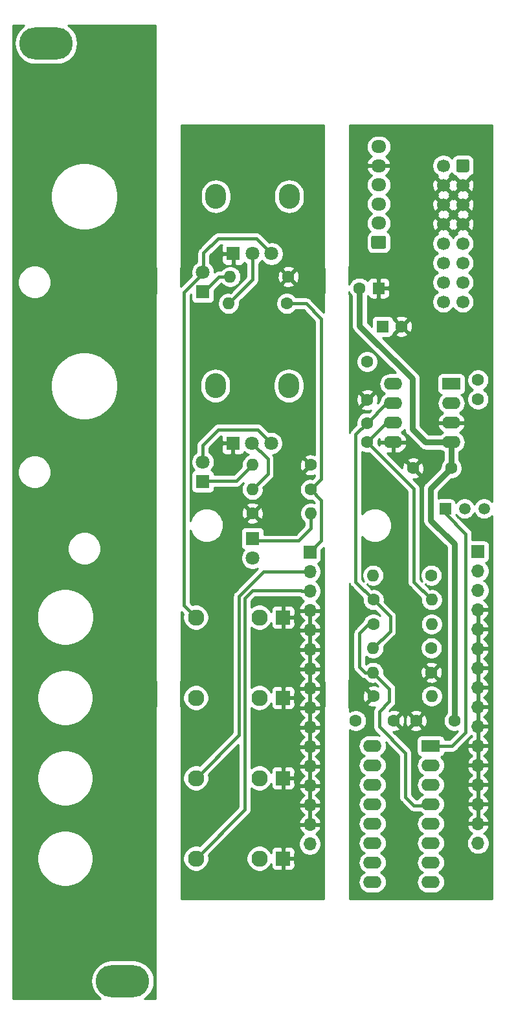
<source format=gbr>
%TF.GenerationSoftware,KiCad,Pcbnew,5.1.9+dfsg1-1~bpo10+1*%
%TF.CreationDate,2021-12-28T01:34:00+08:00*%
%TF.ProjectId,MiniVCA 1.1,4d696e69-5643-4412-9031-2e312e6b6963,rev?*%
%TF.SameCoordinates,Original*%
%TF.FileFunction,Copper,L1,Top*%
%TF.FilePolarity,Positive*%
%FSLAX46Y46*%
G04 Gerber Fmt 4.6, Leading zero omitted, Abs format (unit mm)*
G04 Created by KiCad (PCBNEW 5.1.9+dfsg1-1~bpo10+1) date 2021-12-28 01:34:00*
%MOMM*%
%LPD*%
G01*
G04 APERTURE LIST*
%TA.AperFunction,ComponentPad*%
%ADD10O,2.400000X1.600000*%
%TD*%
%TA.AperFunction,ComponentPad*%
%ADD11R,2.400000X1.600000*%
%TD*%
%TA.AperFunction,ComponentPad*%
%ADD12O,7.000000X4.200000*%
%TD*%
%TA.AperFunction,ComponentPad*%
%ADD13O,1.600000X1.600000*%
%TD*%
%TA.AperFunction,ComponentPad*%
%ADD14C,1.600000*%
%TD*%
%TA.AperFunction,ComponentPad*%
%ADD15R,1.500000X1.500000*%
%TD*%
%TA.AperFunction,ComponentPad*%
%ADD16C,1.500000*%
%TD*%
%TA.AperFunction,ComponentPad*%
%ADD17R,1.600000X1.600000*%
%TD*%
%TA.AperFunction,ComponentPad*%
%ADD18R,1.800000X1.800000*%
%TD*%
%TA.AperFunction,ComponentPad*%
%ADD19C,1.800000*%
%TD*%
%TA.AperFunction,ComponentPad*%
%ADD20R,1.830000X1.930000*%
%TD*%
%TA.AperFunction,ComponentPad*%
%ADD21C,2.130000*%
%TD*%
%TA.AperFunction,ComponentPad*%
%ADD22O,1.950000X1.700000*%
%TD*%
%TA.AperFunction,ComponentPad*%
%ADD23C,1.700000*%
%TD*%
%TA.AperFunction,ComponentPad*%
%ADD24O,2.720000X3.240000*%
%TD*%
%TA.AperFunction,ComponentPad*%
%ADD25R,1.700000X1.700000*%
%TD*%
%TA.AperFunction,ComponentPad*%
%ADD26O,1.700000X1.700000*%
%TD*%
%TA.AperFunction,Conductor*%
%ADD27C,0.400000*%
%TD*%
%TA.AperFunction,Conductor*%
%ADD28C,0.800000*%
%TD*%
%TA.AperFunction,Conductor*%
%ADD29C,0.254000*%
%TD*%
%TA.AperFunction,Conductor*%
%ADD30C,0.100000*%
%TD*%
%TA.AperFunction,NonConductor*%
%ADD31C,0.254000*%
%TD*%
%TA.AperFunction,NonConductor*%
%ADD32C,0.100000*%
%TD*%
G04 APERTURE END LIST*
D10*
%TO.P,U1,16*%
%TO.N,N/C*%
X97680000Y-134800000D03*
%TO.P,U1,8*%
X105300000Y-152580000D03*
%TO.P,U1,15*%
X97680000Y-137340000D03*
%TO.P,U1,7*%
X105300000Y-150040000D03*
%TO.P,U1,14*%
X97680000Y-139880000D03*
%TO.P,U1,6*%
%TO.N,-12V*%
X105300000Y-147500000D03*
%TO.P,U1,13*%
%TO.N,N/C*%
X97680000Y-142420000D03*
%TO.P,U1,5*%
%TO.N,Net-(C6-Pad2)*%
X105300000Y-144960000D03*
%TO.P,U1,12*%
%TO.N,N/C*%
X97680000Y-144960000D03*
%TO.P,U1,4*%
%TO.N,Net-(R6-Pad1)*%
X105300000Y-142420000D03*
%TO.P,U1,11*%
%TO.N,B2_12V*%
X97680000Y-147500000D03*
%TO.P,U1,3*%
%TO.N,Net-(R5-Pad2)*%
X105300000Y-139880000D03*
%TO.P,U1,10*%
%TO.N,N/C*%
X97680000Y-150040000D03*
%TO.P,U1,2*%
X105300000Y-137340000D03*
%TO.P,U1,9*%
X97680000Y-152580000D03*
D11*
%TO.P,U1,1*%
%TO.N,Net-(Q1-Pad1)*%
X105300000Y-134800000D03*
%TD*%
D12*
%TO.P,REF\u002A\u002A,1*%
%TO.N,N/C*%
X65000000Y-165500000D03*
X55000000Y-43000000D03*
%TD*%
D13*
%TO.P,R10,2*%
%TO.N,Net-(C6-Pad1)*%
X97780000Y-122000000D03*
D14*
%TO.P,R10,1*%
%TO.N,B2_3*%
X105400000Y-122000000D03*
%TD*%
D13*
%TO.P,R5,2*%
%TO.N,Net-(R5-Pad2)*%
X105420000Y-128300000D03*
D14*
%TO.P,R5,1*%
%TO.N,GND2*%
X97800000Y-128300000D03*
%TD*%
%TO.P,C6,1*%
%TO.N,Net-(C6-Pad1)*%
X97000000Y-92600000D03*
%TO.P,C6,2*%
%TO.N,Net-(C6-Pad2)*%
X97000000Y-95100000D03*
%TD*%
D11*
%TO.P,U2,1*%
%TO.N,Net-(C5-Pad1)*%
X108000000Y-87500000D03*
D10*
%TO.P,U2,5*%
%TO.N,GND2*%
X100380000Y-95120000D03*
%TO.P,U2,2*%
%TO.N,B2_1*%
X108000000Y-90040000D03*
%TO.P,U2,6*%
%TO.N,Net-(C6-Pad2)*%
X100380000Y-92580000D03*
%TO.P,U2,3*%
%TO.N,GND2*%
X108000000Y-92580000D03*
%TO.P,U2,7*%
%TO.N,Net-(C6-Pad1)*%
X100380000Y-90040000D03*
%TO.P,U2,4*%
%TO.N,-12V*%
X108000000Y-95120000D03*
%TO.P,U2,8*%
%TO.N,B2_12V*%
X100380000Y-87500000D03*
%TD*%
D15*
%TO.P,Q1,1*%
%TO.N,Net-(Q1-Pad1)*%
X107200000Y-103800000D03*
D16*
%TO.P,Q1,3*%
%TO.N,B2_1*%
X112280000Y-103800000D03*
%TO.P,Q1,2*%
%TO.N,Net-(Q1-Pad2)*%
X109740000Y-103800000D03*
%TD*%
D14*
%TO.P,C1,2*%
%TO.N,GND2*%
X101500000Y-80000000D03*
D17*
%TO.P,C1,1*%
%TO.N,B2_12V*%
X99000000Y-80000000D03*
%TD*%
%TO.P,C2,1*%
%TO.N,GND2*%
X98500000Y-75000000D03*
D14*
%TO.P,C2,2*%
%TO.N,-12V*%
X96000000Y-75000000D03*
%TD*%
%TO.P,C3,1*%
%TO.N,GND2*%
X100500000Y-131500000D03*
%TO.P,C3,2*%
%TO.N,B2_12V*%
X95500000Y-131500000D03*
%TD*%
%TO.P,C4,2*%
%TO.N,-12V*%
X108400000Y-131500000D03*
%TO.P,C4,1*%
%TO.N,GND2*%
X103400000Y-131500000D03*
%TD*%
%TO.P,C5,2*%
%TO.N,B2_1*%
X111500000Y-89500000D03*
%TO.P,C5,1*%
%TO.N,Net-(C5-Pad1)*%
X111500000Y-87000000D03*
%TD*%
%TO.P,C7,2*%
%TO.N,B2_12V*%
X97000000Y-84600000D03*
%TO.P,C7,1*%
%TO.N,GND2*%
X97000000Y-89600000D03*
%TD*%
%TO.P,C8,1*%
%TO.N,GND2*%
X103000000Y-98500000D03*
%TO.P,C8,2*%
%TO.N,-12V*%
X108000000Y-98500000D03*
%TD*%
D18*
%TO.P,D1,1*%
%TO.N,Net-(D1-Pad1)*%
X75500000Y-75450000D03*
D19*
%TO.P,D1,2*%
%TO.N,Net-(D1-Pad2)*%
X75500000Y-72910000D03*
%TD*%
%TO.P,D2,2*%
%TO.N,Net-(D2-Pad2)*%
X75500000Y-97710000D03*
D18*
%TO.P,D2,1*%
%TO.N,Net-(D2-Pad1)*%
X75500000Y-100250000D03*
%TD*%
D20*
%TO.P,J1,S*%
%TO.N,GND1*%
X86000000Y-118000000D03*
D21*
%TO.P,J1,TN*%
%TO.N,N/C*%
X82900000Y-118000000D03*
%TO.P,J1,T*%
%TO.N,Net-(D1-Pad2)*%
X74600000Y-118000000D03*
%TD*%
%TO.P,J2,T*%
%TO.N,Net-(D2-Pad2)*%
X74600000Y-128500000D03*
%TO.P,J2,TN*%
%TO.N,N/C*%
X82900000Y-128500000D03*
D20*
%TO.P,J2,S*%
%TO.N,GND1*%
X86000000Y-128500000D03*
%TD*%
%TO.P,J3,S*%
%TO.N,GND1*%
X86000000Y-139000000D03*
D21*
%TO.P,J3,TN*%
%TO.N,N/C*%
X82900000Y-139000000D03*
%TO.P,J3,T*%
%TO.N,B1_2*%
X74600000Y-139000000D03*
%TD*%
%TO.P,J4,T*%
%TO.N,B1_3*%
X74600000Y-149500000D03*
%TO.P,J4,TN*%
%TO.N,N/C*%
X82900000Y-149500000D03*
D20*
%TO.P,J4,S*%
%TO.N,GND1*%
X86000000Y-149500000D03*
%TD*%
%TO.P,J5,1*%
%TO.N,N/C*%
%TA.AperFunction,ComponentPad*%
G36*
G01*
X99225000Y-69850000D02*
X97775000Y-69850000D01*
G75*
G02*
X97525000Y-69600000I0J250000D01*
G01*
X97525000Y-68400000D01*
G75*
G02*
X97775000Y-68150000I250000J0D01*
G01*
X99225000Y-68150000D01*
G75*
G02*
X99475000Y-68400000I0J-250000D01*
G01*
X99475000Y-69600000D01*
G75*
G02*
X99225000Y-69850000I-250000J0D01*
G01*
G37*
%TD.AperFunction*%
D22*
%TO.P,J5,2*%
X98500000Y-66500000D03*
%TO.P,J5,3*%
X98500000Y-64000000D03*
%TO.P,J5,4*%
%TO.N,B2_12V*%
X98500000Y-61500000D03*
%TO.P,J5,5*%
%TO.N,GND2*%
X98500000Y-59000000D03*
%TO.P,J5,6*%
%TO.N,-12V*%
X98500000Y-56500000D03*
%TD*%
%TO.P,J6,1*%
%TO.N,-12V*%
%TA.AperFunction,ComponentPad*%
G36*
G01*
X110350000Y-58400000D02*
X110350000Y-59600000D01*
G75*
G02*
X110100000Y-59850000I-250000J0D01*
G01*
X108900000Y-59850000D01*
G75*
G02*
X108650000Y-59600000I0J250000D01*
G01*
X108650000Y-58400000D01*
G75*
G02*
X108900000Y-58150000I250000J0D01*
G01*
X110100000Y-58150000D01*
G75*
G02*
X110350000Y-58400000I0J-250000D01*
G01*
G37*
%TD.AperFunction*%
D23*
%TO.P,J6,3*%
%TO.N,GND2*%
X109500000Y-61540000D03*
%TO.P,J6,5*%
X109500000Y-64080000D03*
%TO.P,J6,7*%
X109500000Y-66620000D03*
%TO.P,J6,9*%
%TO.N,B2_12V*%
X109500000Y-69160000D03*
%TO.P,J6,11*%
%TO.N,Net-(J6-Pad11)*%
X109500000Y-71700000D03*
%TO.P,J6,13*%
%TO.N,Net-(J6-Pad13)*%
X109500000Y-74240000D03*
%TO.P,J6,15*%
%TO.N,Net-(J6-Pad15)*%
X109500000Y-76780000D03*
%TO.P,J6,2*%
%TO.N,-12V*%
X106960000Y-59000000D03*
%TO.P,J6,4*%
%TO.N,GND2*%
X106960000Y-61540000D03*
%TO.P,J6,6*%
X106960000Y-64080000D03*
%TO.P,J6,8*%
X106960000Y-66620000D03*
%TO.P,J6,10*%
%TO.N,B2_12V*%
X106960000Y-69160000D03*
%TO.P,J6,12*%
%TO.N,Net-(J6-Pad11)*%
X106960000Y-71700000D03*
%TO.P,J6,14*%
%TO.N,Net-(J6-Pad13)*%
X106960000Y-74240000D03*
%TO.P,J6,16*%
%TO.N,Net-(J6-Pad15)*%
X106960000Y-76780000D03*
%TD*%
D14*
%TO.P,R1,1*%
%TO.N,GND1*%
X86700000Y-73500000D03*
D13*
%TO.P,R1,2*%
%TO.N,Net-(D1-Pad1)*%
X79080000Y-73500000D03*
%TD*%
D14*
%TO.P,R2,1*%
%TO.N,GND1*%
X89600000Y-98100000D03*
D13*
%TO.P,R2,2*%
%TO.N,Net-(D2-Pad1)*%
X81980000Y-98100000D03*
%TD*%
D14*
%TO.P,R3,1*%
%TO.N,B1_1*%
X89600000Y-101300000D03*
D13*
%TO.P,R3,2*%
%TO.N,Net-(R3-Pad2)*%
X81980000Y-101300000D03*
%TD*%
D14*
%TO.P,R4,1*%
%TO.N,B1_1*%
X86500000Y-77000000D03*
D13*
%TO.P,R4,2*%
%TO.N,Net-(R4-Pad2)*%
X78880000Y-77000000D03*
%TD*%
%TO.P,R6,2*%
%TO.N,B2_2*%
X105420000Y-118900000D03*
D14*
%TO.P,R6,1*%
%TO.N,Net-(R6-Pad1)*%
X97800000Y-118900000D03*
%TD*%
D13*
%TO.P,R7,2*%
%TO.N,Net-(R6-Pad1)*%
X97780000Y-125200000D03*
D14*
%TO.P,R7,1*%
%TO.N,GND2*%
X105400000Y-125200000D03*
%TD*%
%TO.P,R8,1*%
%TO.N,Net-(Q1-Pad2)*%
X105400000Y-112500000D03*
D13*
%TO.P,R8,2*%
%TO.N,Net-(C5-Pad1)*%
X97780000Y-112500000D03*
%TD*%
D14*
%TO.P,R9,1*%
%TO.N,Net-(C6-Pad1)*%
X97800000Y-115700000D03*
D13*
%TO.P,R9,2*%
%TO.N,Net-(C6-Pad2)*%
X105420000Y-115700000D03*
%TD*%
D24*
%TO.P,RV1,*%
%TO.N,*%
X77200000Y-63000000D03*
X86800000Y-63000000D03*
D19*
%TO.P,RV1,2*%
%TO.N,Net-(R4-Pad2)*%
X82000000Y-70500000D03*
%TO.P,RV1,3*%
%TO.N,Net-(D1-Pad2)*%
X84500000Y-70500000D03*
D18*
%TO.P,RV1,1*%
%TO.N,GND1*%
X79500000Y-70500000D03*
%TD*%
%TO.P,RV2,1*%
%TO.N,GND1*%
X79450000Y-95250000D03*
D19*
%TO.P,RV2,3*%
%TO.N,Net-(D2-Pad2)*%
X84450000Y-95250000D03*
%TO.P,RV2,2*%
%TO.N,Net-(R3-Pad2)*%
X81950000Y-95250000D03*
D24*
%TO.P,RV2,*%
%TO.N,*%
X86750000Y-87750000D03*
X77150000Y-87750000D03*
%TD*%
D18*
%TO.P,D3,1*%
%TO.N,Net-(D3-Pad1)*%
X82000000Y-107700000D03*
D19*
%TO.P,D3,2*%
%TO.N,B1_12V*%
X82000000Y-110240000D03*
%TD*%
D14*
%TO.P,R11,1*%
%TO.N,GND1*%
X82000000Y-104400000D03*
D13*
%TO.P,R11,2*%
%TO.N,Net-(D3-Pad1)*%
X89620000Y-104400000D03*
%TD*%
D25*
%TO.P,J7,1*%
%TO.N,B1_1*%
X89500000Y-109500000D03*
D26*
%TO.P,J7,2*%
%TO.N,B1_2*%
X89500000Y-112040000D03*
%TO.P,J7,3*%
%TO.N,B1_3*%
X89500000Y-114580000D03*
%TO.P,J7,4*%
%TO.N,GND1*%
X89500000Y-117120000D03*
%TO.P,J7,5*%
X89500000Y-119660000D03*
%TO.P,J7,6*%
X89500000Y-122200000D03*
%TO.P,J7,7*%
X89500000Y-124740000D03*
%TO.P,J7,8*%
X89500000Y-127280000D03*
%TO.P,J7,9*%
X89500000Y-129820000D03*
%TO.P,J7,10*%
X89500000Y-132360000D03*
%TO.P,J7,11*%
X89500000Y-134900000D03*
%TO.P,J7,12*%
X89500000Y-137440000D03*
%TO.P,J7,13*%
X89500000Y-139980000D03*
%TO.P,J7,14*%
X89500000Y-142520000D03*
%TO.P,J7,15*%
X89500000Y-145060000D03*
%TO.P,J7,16*%
%TO.N,B1_12V*%
X89500000Y-147600000D03*
%TD*%
D25*
%TO.P,J8,1*%
%TO.N,B2_1*%
X111500000Y-109400000D03*
D26*
%TO.P,J8,2*%
%TO.N,B2_2*%
X111500000Y-111940000D03*
%TO.P,J8,3*%
%TO.N,B2_3*%
X111500000Y-114480000D03*
%TO.P,J8,4*%
%TO.N,GND2*%
X111500000Y-117020000D03*
%TO.P,J8,5*%
X111500000Y-119560000D03*
%TO.P,J8,6*%
X111500000Y-122100000D03*
%TO.P,J8,7*%
X111500000Y-124640000D03*
%TO.P,J8,8*%
X111500000Y-127180000D03*
%TO.P,J8,9*%
X111500000Y-129720000D03*
%TO.P,J8,10*%
X111500000Y-132260000D03*
%TO.P,J8,11*%
X111500000Y-134800000D03*
%TO.P,J8,12*%
X111500000Y-137340000D03*
%TO.P,J8,13*%
X111500000Y-139880000D03*
%TO.P,J8,14*%
X111500000Y-142420000D03*
%TO.P,J8,15*%
X111500000Y-144960000D03*
%TO.P,J8,16*%
%TO.N,B2_12V*%
X111500000Y-147500000D03*
%TD*%
D27*
%TO.N,-12V*%
X108400000Y-131500000D02*
X108500000Y-131400000D01*
D28*
X108000000Y-95120000D02*
X108000000Y-98500000D01*
X96000000Y-79900000D02*
X96000000Y-75000000D01*
X102900000Y-86800000D02*
X96000000Y-79900000D01*
X102900000Y-93400000D02*
X102900000Y-86800000D01*
X108000000Y-95120000D02*
X104620000Y-95120000D01*
X104620000Y-95120000D02*
X102900000Y-93400000D01*
X108400000Y-108400000D02*
X108400000Y-131500000D01*
X105300000Y-105300000D02*
X108400000Y-108400000D01*
X108000000Y-98500000D02*
X105300000Y-101200000D01*
X105300000Y-101200000D02*
X105300000Y-105300000D01*
D27*
%TO.N,Net-(C6-Pad2)*%
X99520000Y-92580000D02*
X97000000Y-95100000D01*
X100380000Y-92580000D02*
X99520000Y-92580000D01*
X103100000Y-113380000D02*
X105420000Y-115700000D01*
X97000000Y-95100000D02*
X103100000Y-101200000D01*
X103100000Y-101200000D02*
X103100000Y-113380000D01*
%TO.N,Net-(D1-Pad1)*%
X77600000Y-73500000D02*
X75600000Y-75500000D01*
X79080000Y-73500000D02*
X77600000Y-73500000D01*
%TO.N,Net-(D1-Pad2)*%
X75600000Y-72960000D02*
X75600000Y-70400000D01*
X75600000Y-70400000D02*
X77500000Y-68500000D01*
X82500000Y-68500000D02*
X84500000Y-70500000D01*
X77500000Y-68500000D02*
X82500000Y-68500000D01*
X73000000Y-116400000D02*
X74600000Y-118000000D01*
X75600000Y-72960000D02*
X73000000Y-75560000D01*
X73000000Y-75560000D02*
X73000000Y-116400000D01*
%TO.N,Net-(D2-Pad2)*%
X82700000Y-93500000D02*
X84450000Y-95250000D01*
X77500000Y-93500000D02*
X82700000Y-93500000D01*
X75500000Y-97660000D02*
X75500000Y-95500000D01*
X75500000Y-95500000D02*
X77500000Y-93500000D01*
%TO.N,Net-(D2-Pad1)*%
X79880000Y-100200000D02*
X81980000Y-98100000D01*
X75500000Y-100200000D02*
X79880000Y-100200000D01*
%TO.N,Net-(Q1-Pad1)*%
X107200000Y-104399998D02*
X107200000Y-103800000D01*
X109900000Y-133000000D02*
X109900000Y-107099998D01*
X109900000Y-107099998D02*
X107200000Y-104399998D01*
X105300000Y-134800000D02*
X108100000Y-134800000D01*
X108100000Y-134800000D02*
X109900000Y-133000000D01*
%TO.N,Net-(R3-Pad2)*%
X84000000Y-99280000D02*
X81980000Y-101300000D01*
X81950000Y-95250000D02*
X84000000Y-97300000D01*
X84000000Y-97300000D02*
X84000000Y-99280000D01*
%TO.N,Net-(R4-Pad2)*%
X82000000Y-73880000D02*
X82000000Y-70500000D01*
X78880000Y-77000000D02*
X82000000Y-73880000D01*
%TO.N,Net-(D3-Pad1)*%
X89620000Y-106380000D02*
X89620000Y-104400000D01*
X82000000Y-108000000D02*
X88000000Y-108000000D01*
X88000000Y-108000000D02*
X89620000Y-106380000D01*
%TO.N,B1_1*%
X89000000Y-77000000D02*
X86500000Y-77000000D01*
X91000000Y-79000000D02*
X89000000Y-77000000D01*
X89600000Y-101300000D02*
X91000000Y-99900000D01*
X91000000Y-99900000D02*
X91000000Y-79000000D01*
X91000000Y-108000000D02*
X89500000Y-109500000D01*
X89600000Y-101300000D02*
X91000000Y-102700000D01*
X91000000Y-102700000D02*
X91000000Y-108000000D01*
%TO.N,B1_2*%
X80250000Y-133350000D02*
X74600000Y-139000000D01*
X80250000Y-115250000D02*
X80250000Y-133350000D01*
X89500000Y-112040000D02*
X83460000Y-112040000D01*
X83460000Y-112040000D02*
X80250000Y-115250000D01*
%TO.N,B1_3*%
X81000000Y-143100000D02*
X74600000Y-149500000D01*
X81000000Y-115500000D02*
X81000000Y-143100000D01*
X88340000Y-114500000D02*
X82000000Y-114500000D01*
X89500000Y-114580000D02*
X88420000Y-114580000D01*
X82000000Y-114500000D02*
X81000000Y-115500000D01*
X88420000Y-114580000D02*
X88340000Y-114500000D01*
%TO.N,Net-(C6-Pad1)*%
X95500000Y-94100000D02*
X97000000Y-92600000D01*
X97800000Y-115700000D02*
X95500000Y-113400000D01*
X95500000Y-113400000D02*
X95500000Y-94100000D01*
X99560000Y-90040000D02*
X100380000Y-90040000D01*
X97000000Y-92600000D02*
X99560000Y-90040000D01*
X97780000Y-122000000D02*
X100000000Y-119780000D01*
X100000000Y-117900000D02*
X97800000Y-115700000D01*
X100000000Y-119780000D02*
X100000000Y-117900000D01*
%TO.N,Net-(R6-Pad1)*%
X96000000Y-120100000D02*
X97200000Y-118900000D01*
X96000000Y-124500000D02*
X96000000Y-120100000D01*
X97780000Y-125200000D02*
X96700000Y-125200000D01*
X97200000Y-118900000D02*
X97800000Y-118900000D01*
X96700000Y-125200000D02*
X96000000Y-124500000D01*
X99900000Y-127320000D02*
X97780000Y-125200000D01*
X99900000Y-129000000D02*
X99900000Y-127320000D01*
X103120000Y-142620000D02*
X102000000Y-141500000D01*
X98600000Y-130300000D02*
X99900000Y-129000000D01*
X102000000Y-141500000D02*
X102000000Y-135700000D01*
X102000000Y-135700000D02*
X98600000Y-132300000D01*
X106000000Y-142620000D02*
X103120000Y-142620000D01*
X98600000Y-132300000D02*
X98600000Y-130300000D01*
%TD*%
D29*
%TO.N,GND1*%
X91315001Y-72033647D02*
X91318366Y-72067812D01*
X91318366Y-72080806D01*
X91319366Y-72090318D01*
X91341121Y-72284268D01*
X91354025Y-72344976D01*
X91366089Y-72405901D01*
X91366281Y-72406522D01*
X91366342Y-73156088D01*
X91365000Y-73162835D01*
X91365000Y-73337165D01*
X91366357Y-73343989D01*
X91366403Y-73905781D01*
X91365000Y-73912835D01*
X91365000Y-74087165D01*
X91366418Y-74094296D01*
X91366464Y-74655475D01*
X91365000Y-74662835D01*
X91365000Y-74837165D01*
X91366479Y-74844603D01*
X91366541Y-75596983D01*
X91363281Y-75607780D01*
X91351219Y-75668698D01*
X91338314Y-75729410D01*
X91337314Y-75738922D01*
X91318269Y-75933155D01*
X91318269Y-75933173D01*
X91315001Y-75966353D01*
X91315001Y-78134133D01*
X89619446Y-76438579D01*
X89593291Y-76406709D01*
X89466146Y-76302364D01*
X89321087Y-76224828D01*
X89163689Y-76177082D01*
X89041019Y-76165000D01*
X89041018Y-76165000D01*
X89000000Y-76160960D01*
X88958982Y-76165000D01*
X87667930Y-76165000D01*
X87614637Y-76085241D01*
X87414759Y-75885363D01*
X87179727Y-75728320D01*
X86918574Y-75620147D01*
X86641335Y-75565000D01*
X86358665Y-75565000D01*
X86081426Y-75620147D01*
X85820273Y-75728320D01*
X85585241Y-75885363D01*
X85385363Y-76085241D01*
X85228320Y-76320273D01*
X85120147Y-76581426D01*
X85065000Y-76858665D01*
X85065000Y-77141335D01*
X85120147Y-77418574D01*
X85228320Y-77679727D01*
X85385363Y-77914759D01*
X85585241Y-78114637D01*
X85820273Y-78271680D01*
X86081426Y-78379853D01*
X86358665Y-78435000D01*
X86641335Y-78435000D01*
X86918574Y-78379853D01*
X87179727Y-78271680D01*
X87414759Y-78114637D01*
X87614637Y-77914759D01*
X87667930Y-77835000D01*
X88654133Y-77835000D01*
X90165001Y-79345869D01*
X90165000Y-96779808D01*
X90086004Y-96742429D01*
X89811816Y-96673700D01*
X89529488Y-96659783D01*
X89249870Y-96701213D01*
X88983708Y-96796397D01*
X88858486Y-96863329D01*
X88786903Y-97107298D01*
X89600000Y-97920395D01*
X89614143Y-97906253D01*
X89793748Y-98085858D01*
X89779605Y-98100000D01*
X89793748Y-98114143D01*
X89614143Y-98293748D01*
X89600000Y-98279605D01*
X88786903Y-99092702D01*
X88858486Y-99336671D01*
X89113996Y-99457571D01*
X89388184Y-99526300D01*
X89670512Y-99540217D01*
X89950130Y-99498787D01*
X90165000Y-99421946D01*
X90165000Y-99554132D01*
X89835418Y-99883715D01*
X89741335Y-99865000D01*
X89458665Y-99865000D01*
X89181426Y-99920147D01*
X88920273Y-100028320D01*
X88685241Y-100185363D01*
X88485363Y-100385241D01*
X88328320Y-100620273D01*
X88220147Y-100881426D01*
X88165000Y-101158665D01*
X88165000Y-101441335D01*
X88220147Y-101718574D01*
X88328320Y-101979727D01*
X88485363Y-102214759D01*
X88685241Y-102414637D01*
X88920273Y-102571680D01*
X89181426Y-102679853D01*
X89458665Y-102735000D01*
X89741335Y-102735000D01*
X89835418Y-102716285D01*
X90165000Y-103045868D01*
X90165000Y-103072514D01*
X90038574Y-103020147D01*
X89761335Y-102965000D01*
X89478665Y-102965000D01*
X89201426Y-103020147D01*
X88940273Y-103128320D01*
X88705241Y-103285363D01*
X88505363Y-103485241D01*
X88348320Y-103720273D01*
X88240147Y-103981426D01*
X88185000Y-104258665D01*
X88185000Y-104541335D01*
X88240147Y-104818574D01*
X88348320Y-105079727D01*
X88505363Y-105314759D01*
X88705241Y-105514637D01*
X88785000Y-105567930D01*
X88785000Y-106034132D01*
X87654133Y-107165000D01*
X83538072Y-107165000D01*
X83538072Y-106800000D01*
X83525812Y-106675518D01*
X83489502Y-106555820D01*
X83430537Y-106445506D01*
X83351185Y-106348815D01*
X83254494Y-106269463D01*
X83144180Y-106210498D01*
X83024482Y-106174188D01*
X82900000Y-106161928D01*
X81100000Y-106161928D01*
X80975518Y-106174188D01*
X80855820Y-106210498D01*
X80745506Y-106269463D01*
X80648815Y-106348815D01*
X80569463Y-106445506D01*
X80510498Y-106555820D01*
X80474188Y-106675518D01*
X80461928Y-106800000D01*
X80461928Y-108600000D01*
X80474188Y-108724482D01*
X80510498Y-108844180D01*
X80569463Y-108954494D01*
X80648815Y-109051185D01*
X80745506Y-109130537D01*
X80855820Y-109189502D01*
X80874127Y-109195056D01*
X80807688Y-109261495D01*
X80639701Y-109512905D01*
X80523989Y-109792257D01*
X80465000Y-110088816D01*
X80465000Y-110391184D01*
X80523989Y-110687743D01*
X80639701Y-110967095D01*
X80807688Y-111218505D01*
X81021495Y-111432312D01*
X81272905Y-111600299D01*
X81552257Y-111716011D01*
X81848816Y-111775000D01*
X82151184Y-111775000D01*
X82447743Y-111716011D01*
X82712989Y-111606142D01*
X79688579Y-114630554D01*
X79656709Y-114656709D01*
X79552365Y-114783854D01*
X79552364Y-114783855D01*
X79474828Y-114928914D01*
X79427082Y-115086312D01*
X79410960Y-115250000D01*
X79415000Y-115291019D01*
X79415001Y-133004130D01*
X75060782Y-137358350D01*
X74767435Y-137300000D01*
X74432565Y-137300000D01*
X74104128Y-137365330D01*
X73794748Y-137493479D01*
X73516313Y-137679523D01*
X73279523Y-137916313D01*
X73093479Y-138194748D01*
X72965330Y-138504128D01*
X72900000Y-138832565D01*
X72900000Y-139167435D01*
X72965330Y-139495872D01*
X73093479Y-139805252D01*
X73279523Y-140083687D01*
X73516313Y-140320477D01*
X73794748Y-140506521D01*
X74104128Y-140634670D01*
X74432565Y-140700000D01*
X74767435Y-140700000D01*
X75095872Y-140634670D01*
X75405252Y-140506521D01*
X75683687Y-140320477D01*
X75920477Y-140083687D01*
X76106521Y-139805252D01*
X76234670Y-139495872D01*
X76300000Y-139167435D01*
X76300000Y-138832565D01*
X76241650Y-138539218D01*
X80165001Y-134615868D01*
X80165001Y-142754130D01*
X75060782Y-147858350D01*
X74767435Y-147800000D01*
X74432565Y-147800000D01*
X74104128Y-147865330D01*
X73794748Y-147993479D01*
X73516313Y-148179523D01*
X73279523Y-148416313D01*
X73093479Y-148694748D01*
X72965330Y-149004128D01*
X72900000Y-149332565D01*
X72900000Y-149667435D01*
X72965330Y-149995872D01*
X73093479Y-150305252D01*
X73279523Y-150583687D01*
X73516313Y-150820477D01*
X73794748Y-151006521D01*
X74104128Y-151134670D01*
X74432565Y-151200000D01*
X74767435Y-151200000D01*
X75095872Y-151134670D01*
X75405252Y-151006521D01*
X75683687Y-150820477D01*
X75920477Y-150583687D01*
X76106521Y-150305252D01*
X76234670Y-149995872D01*
X76300000Y-149667435D01*
X76300000Y-149332565D01*
X81200000Y-149332565D01*
X81200000Y-149667435D01*
X81265330Y-149995872D01*
X81393479Y-150305252D01*
X81579523Y-150583687D01*
X81816313Y-150820477D01*
X82094748Y-151006521D01*
X82404128Y-151134670D01*
X82732565Y-151200000D01*
X83067435Y-151200000D01*
X83395872Y-151134670D01*
X83705252Y-151006521D01*
X83983687Y-150820477D01*
X84220477Y-150583687D01*
X84406521Y-150305252D01*
X84448105Y-150204860D01*
X84446928Y-150465000D01*
X84459188Y-150589482D01*
X84495498Y-150709180D01*
X84554463Y-150819494D01*
X84633815Y-150916185D01*
X84730506Y-150995537D01*
X84840820Y-151054502D01*
X84960518Y-151090812D01*
X85085000Y-151103072D01*
X85714250Y-151100000D01*
X85873000Y-150941250D01*
X85873000Y-149627000D01*
X86127000Y-149627000D01*
X86127000Y-150941250D01*
X86285750Y-151100000D01*
X86915000Y-151103072D01*
X87039482Y-151090812D01*
X87159180Y-151054502D01*
X87269494Y-150995537D01*
X87366185Y-150916185D01*
X87445537Y-150819494D01*
X87504502Y-150709180D01*
X87540812Y-150589482D01*
X87553072Y-150465000D01*
X87550000Y-149785750D01*
X87391250Y-149627000D01*
X86127000Y-149627000D01*
X85873000Y-149627000D01*
X85853000Y-149627000D01*
X85853000Y-149373000D01*
X85873000Y-149373000D01*
X85873000Y-148058750D01*
X86127000Y-148058750D01*
X86127000Y-149373000D01*
X87391250Y-149373000D01*
X87550000Y-149214250D01*
X87553072Y-148535000D01*
X87540812Y-148410518D01*
X87504502Y-148290820D01*
X87445537Y-148180506D01*
X87366185Y-148083815D01*
X87269494Y-148004463D01*
X87159180Y-147945498D01*
X87039482Y-147909188D01*
X86915000Y-147896928D01*
X86285750Y-147900000D01*
X86127000Y-148058750D01*
X85873000Y-148058750D01*
X85714250Y-147900000D01*
X85085000Y-147896928D01*
X84960518Y-147909188D01*
X84840820Y-147945498D01*
X84730506Y-148004463D01*
X84633815Y-148083815D01*
X84554463Y-148180506D01*
X84495498Y-148290820D01*
X84459188Y-148410518D01*
X84446928Y-148535000D01*
X84448105Y-148795140D01*
X84406521Y-148694748D01*
X84220477Y-148416313D01*
X83983687Y-148179523D01*
X83705252Y-147993479D01*
X83395872Y-147865330D01*
X83067435Y-147800000D01*
X82732565Y-147800000D01*
X82404128Y-147865330D01*
X82094748Y-147993479D01*
X81816313Y-148179523D01*
X81579523Y-148416313D01*
X81393479Y-148694748D01*
X81265330Y-149004128D01*
X81200000Y-149332565D01*
X76300000Y-149332565D01*
X76241650Y-149039218D01*
X77827128Y-147453740D01*
X88015000Y-147453740D01*
X88015000Y-147746260D01*
X88072068Y-148033158D01*
X88184010Y-148303411D01*
X88346525Y-148546632D01*
X88553368Y-148753475D01*
X88796589Y-148915990D01*
X89066842Y-149027932D01*
X89353740Y-149085000D01*
X89646260Y-149085000D01*
X89933158Y-149027932D01*
X90203411Y-148915990D01*
X90446632Y-148753475D01*
X90653475Y-148546632D01*
X90815990Y-148303411D01*
X90927932Y-148033158D01*
X90985000Y-147746260D01*
X90985000Y-147453740D01*
X90927932Y-147166842D01*
X90815990Y-146896589D01*
X90653475Y-146653368D01*
X90446632Y-146446525D01*
X90264466Y-146324805D01*
X90381355Y-146255178D01*
X90597588Y-146060269D01*
X90771641Y-145826920D01*
X90896825Y-145564099D01*
X90941476Y-145416890D01*
X90820155Y-145187000D01*
X89627000Y-145187000D01*
X89627000Y-145207000D01*
X89373000Y-145207000D01*
X89373000Y-145187000D01*
X88179845Y-145187000D01*
X88058524Y-145416890D01*
X88103175Y-145564099D01*
X88228359Y-145826920D01*
X88402412Y-146060269D01*
X88618645Y-146255178D01*
X88735534Y-146324805D01*
X88553368Y-146446525D01*
X88346525Y-146653368D01*
X88184010Y-146896589D01*
X88072068Y-147166842D01*
X88015000Y-147453740D01*
X77827128Y-147453740D01*
X81561432Y-143719437D01*
X81593291Y-143693291D01*
X81697636Y-143566146D01*
X81775172Y-143421087D01*
X81822918Y-143263689D01*
X81835000Y-143141019D01*
X81839040Y-143100000D01*
X81835000Y-143058982D01*
X81835000Y-142876890D01*
X88058524Y-142876890D01*
X88103175Y-143024099D01*
X88228359Y-143286920D01*
X88402412Y-143520269D01*
X88618645Y-143715178D01*
X88744255Y-143790000D01*
X88618645Y-143864822D01*
X88402412Y-144059731D01*
X88228359Y-144293080D01*
X88103175Y-144555901D01*
X88058524Y-144703110D01*
X88179845Y-144933000D01*
X89373000Y-144933000D01*
X89373000Y-142647000D01*
X89627000Y-142647000D01*
X89627000Y-144933000D01*
X90820155Y-144933000D01*
X90941476Y-144703110D01*
X90896825Y-144555901D01*
X90771641Y-144293080D01*
X90597588Y-144059731D01*
X90381355Y-143864822D01*
X90255745Y-143790000D01*
X90381355Y-143715178D01*
X90597588Y-143520269D01*
X90771641Y-143286920D01*
X90896825Y-143024099D01*
X90941476Y-142876890D01*
X90820155Y-142647000D01*
X89627000Y-142647000D01*
X89373000Y-142647000D01*
X88179845Y-142647000D01*
X88058524Y-142876890D01*
X81835000Y-142876890D01*
X81835000Y-140332963D01*
X82094748Y-140506521D01*
X82404128Y-140634670D01*
X82732565Y-140700000D01*
X83067435Y-140700000D01*
X83395872Y-140634670D01*
X83705252Y-140506521D01*
X83983687Y-140320477D01*
X84220477Y-140083687D01*
X84406521Y-139805252D01*
X84448105Y-139704860D01*
X84446928Y-139965000D01*
X84459188Y-140089482D01*
X84495498Y-140209180D01*
X84554463Y-140319494D01*
X84633815Y-140416185D01*
X84730506Y-140495537D01*
X84840820Y-140554502D01*
X84960518Y-140590812D01*
X85085000Y-140603072D01*
X85714250Y-140600000D01*
X85873000Y-140441250D01*
X85873000Y-139127000D01*
X86127000Y-139127000D01*
X86127000Y-140441250D01*
X86285750Y-140600000D01*
X86915000Y-140603072D01*
X87039482Y-140590812D01*
X87159180Y-140554502D01*
X87269494Y-140495537D01*
X87366185Y-140416185D01*
X87431260Y-140336890D01*
X88058524Y-140336890D01*
X88103175Y-140484099D01*
X88228359Y-140746920D01*
X88402412Y-140980269D01*
X88618645Y-141175178D01*
X88744255Y-141250000D01*
X88618645Y-141324822D01*
X88402412Y-141519731D01*
X88228359Y-141753080D01*
X88103175Y-142015901D01*
X88058524Y-142163110D01*
X88179845Y-142393000D01*
X89373000Y-142393000D01*
X89373000Y-140107000D01*
X89627000Y-140107000D01*
X89627000Y-142393000D01*
X90820155Y-142393000D01*
X90941476Y-142163110D01*
X90896825Y-142015901D01*
X90771641Y-141753080D01*
X90597588Y-141519731D01*
X90381355Y-141324822D01*
X90255745Y-141250000D01*
X90381355Y-141175178D01*
X90597588Y-140980269D01*
X90771641Y-140746920D01*
X90896825Y-140484099D01*
X90941476Y-140336890D01*
X90820155Y-140107000D01*
X89627000Y-140107000D01*
X89373000Y-140107000D01*
X88179845Y-140107000D01*
X88058524Y-140336890D01*
X87431260Y-140336890D01*
X87445537Y-140319494D01*
X87504502Y-140209180D01*
X87540812Y-140089482D01*
X87553072Y-139965000D01*
X87550000Y-139285750D01*
X87391250Y-139127000D01*
X86127000Y-139127000D01*
X85873000Y-139127000D01*
X85853000Y-139127000D01*
X85853000Y-138873000D01*
X85873000Y-138873000D01*
X85873000Y-137558750D01*
X86127000Y-137558750D01*
X86127000Y-138873000D01*
X87391250Y-138873000D01*
X87550000Y-138714250D01*
X87553072Y-138035000D01*
X87540812Y-137910518D01*
X87506344Y-137796890D01*
X88058524Y-137796890D01*
X88103175Y-137944099D01*
X88228359Y-138206920D01*
X88402412Y-138440269D01*
X88618645Y-138635178D01*
X88744255Y-138710000D01*
X88618645Y-138784822D01*
X88402412Y-138979731D01*
X88228359Y-139213080D01*
X88103175Y-139475901D01*
X88058524Y-139623110D01*
X88179845Y-139853000D01*
X89373000Y-139853000D01*
X89373000Y-137567000D01*
X89627000Y-137567000D01*
X89627000Y-139853000D01*
X90820155Y-139853000D01*
X90941476Y-139623110D01*
X90896825Y-139475901D01*
X90771641Y-139213080D01*
X90597588Y-138979731D01*
X90381355Y-138784822D01*
X90255745Y-138710000D01*
X90381355Y-138635178D01*
X90597588Y-138440269D01*
X90771641Y-138206920D01*
X90896825Y-137944099D01*
X90941476Y-137796890D01*
X90820155Y-137567000D01*
X89627000Y-137567000D01*
X89373000Y-137567000D01*
X88179845Y-137567000D01*
X88058524Y-137796890D01*
X87506344Y-137796890D01*
X87504502Y-137790820D01*
X87445537Y-137680506D01*
X87366185Y-137583815D01*
X87269494Y-137504463D01*
X87159180Y-137445498D01*
X87039482Y-137409188D01*
X86915000Y-137396928D01*
X86285750Y-137400000D01*
X86127000Y-137558750D01*
X85873000Y-137558750D01*
X85714250Y-137400000D01*
X85085000Y-137396928D01*
X84960518Y-137409188D01*
X84840820Y-137445498D01*
X84730506Y-137504463D01*
X84633815Y-137583815D01*
X84554463Y-137680506D01*
X84495498Y-137790820D01*
X84459188Y-137910518D01*
X84446928Y-138035000D01*
X84448105Y-138295140D01*
X84406521Y-138194748D01*
X84220477Y-137916313D01*
X83983687Y-137679523D01*
X83705252Y-137493479D01*
X83395872Y-137365330D01*
X83067435Y-137300000D01*
X82732565Y-137300000D01*
X82404128Y-137365330D01*
X82094748Y-137493479D01*
X81835000Y-137667037D01*
X81835000Y-135256890D01*
X88058524Y-135256890D01*
X88103175Y-135404099D01*
X88228359Y-135666920D01*
X88402412Y-135900269D01*
X88618645Y-136095178D01*
X88744255Y-136170000D01*
X88618645Y-136244822D01*
X88402412Y-136439731D01*
X88228359Y-136673080D01*
X88103175Y-136935901D01*
X88058524Y-137083110D01*
X88179845Y-137313000D01*
X89373000Y-137313000D01*
X89373000Y-135027000D01*
X89627000Y-135027000D01*
X89627000Y-137313000D01*
X90820155Y-137313000D01*
X90941476Y-137083110D01*
X90896825Y-136935901D01*
X90771641Y-136673080D01*
X90597588Y-136439731D01*
X90381355Y-136244822D01*
X90255745Y-136170000D01*
X90381355Y-136095178D01*
X90597588Y-135900269D01*
X90771641Y-135666920D01*
X90896825Y-135404099D01*
X90941476Y-135256890D01*
X90820155Y-135027000D01*
X89627000Y-135027000D01*
X89373000Y-135027000D01*
X88179845Y-135027000D01*
X88058524Y-135256890D01*
X81835000Y-135256890D01*
X81835000Y-132716890D01*
X88058524Y-132716890D01*
X88103175Y-132864099D01*
X88228359Y-133126920D01*
X88402412Y-133360269D01*
X88618645Y-133555178D01*
X88744255Y-133630000D01*
X88618645Y-133704822D01*
X88402412Y-133899731D01*
X88228359Y-134133080D01*
X88103175Y-134395901D01*
X88058524Y-134543110D01*
X88179845Y-134773000D01*
X89373000Y-134773000D01*
X89373000Y-132487000D01*
X89627000Y-132487000D01*
X89627000Y-134773000D01*
X90820155Y-134773000D01*
X90941476Y-134543110D01*
X90896825Y-134395901D01*
X90771641Y-134133080D01*
X90597588Y-133899731D01*
X90381355Y-133704822D01*
X90255745Y-133630000D01*
X90381355Y-133555178D01*
X90597588Y-133360269D01*
X90771641Y-133126920D01*
X90896825Y-132864099D01*
X90941476Y-132716890D01*
X90820155Y-132487000D01*
X89627000Y-132487000D01*
X89373000Y-132487000D01*
X88179845Y-132487000D01*
X88058524Y-132716890D01*
X81835000Y-132716890D01*
X81835000Y-129832963D01*
X82094748Y-130006521D01*
X82404128Y-130134670D01*
X82732565Y-130200000D01*
X83067435Y-130200000D01*
X83183617Y-130176890D01*
X88058524Y-130176890D01*
X88103175Y-130324099D01*
X88228359Y-130586920D01*
X88402412Y-130820269D01*
X88618645Y-131015178D01*
X88744255Y-131090000D01*
X88618645Y-131164822D01*
X88402412Y-131359731D01*
X88228359Y-131593080D01*
X88103175Y-131855901D01*
X88058524Y-132003110D01*
X88179845Y-132233000D01*
X89373000Y-132233000D01*
X89373000Y-129947000D01*
X89627000Y-129947000D01*
X89627000Y-132233000D01*
X90820155Y-132233000D01*
X90941476Y-132003110D01*
X90896825Y-131855901D01*
X90771641Y-131593080D01*
X90597588Y-131359731D01*
X90381355Y-131164822D01*
X90255745Y-131090000D01*
X90381355Y-131015178D01*
X90597588Y-130820269D01*
X90771641Y-130586920D01*
X90896825Y-130324099D01*
X90941476Y-130176890D01*
X90820155Y-129947000D01*
X89627000Y-129947000D01*
X89373000Y-129947000D01*
X88179845Y-129947000D01*
X88058524Y-130176890D01*
X83183617Y-130176890D01*
X83395872Y-130134670D01*
X83705252Y-130006521D01*
X83983687Y-129820477D01*
X84220477Y-129583687D01*
X84406521Y-129305252D01*
X84448105Y-129204860D01*
X84446928Y-129465000D01*
X84459188Y-129589482D01*
X84495498Y-129709180D01*
X84554463Y-129819494D01*
X84633815Y-129916185D01*
X84730506Y-129995537D01*
X84840820Y-130054502D01*
X84960518Y-130090812D01*
X85085000Y-130103072D01*
X85714250Y-130100000D01*
X85873000Y-129941250D01*
X85873000Y-128627000D01*
X86127000Y-128627000D01*
X86127000Y-129941250D01*
X86285750Y-130100000D01*
X86915000Y-130103072D01*
X87039482Y-130090812D01*
X87159180Y-130054502D01*
X87269494Y-129995537D01*
X87366185Y-129916185D01*
X87445537Y-129819494D01*
X87504502Y-129709180D01*
X87540812Y-129589482D01*
X87553072Y-129465000D01*
X87550000Y-128785750D01*
X87391250Y-128627000D01*
X86127000Y-128627000D01*
X85873000Y-128627000D01*
X85853000Y-128627000D01*
X85853000Y-128373000D01*
X85873000Y-128373000D01*
X85873000Y-127058750D01*
X86127000Y-127058750D01*
X86127000Y-128373000D01*
X87391250Y-128373000D01*
X87550000Y-128214250D01*
X87552611Y-127636890D01*
X88058524Y-127636890D01*
X88103175Y-127784099D01*
X88228359Y-128046920D01*
X88402412Y-128280269D01*
X88618645Y-128475178D01*
X88744255Y-128550000D01*
X88618645Y-128624822D01*
X88402412Y-128819731D01*
X88228359Y-129053080D01*
X88103175Y-129315901D01*
X88058524Y-129463110D01*
X88179845Y-129693000D01*
X89373000Y-129693000D01*
X89373000Y-127407000D01*
X89627000Y-127407000D01*
X89627000Y-129693000D01*
X90820155Y-129693000D01*
X90941476Y-129463110D01*
X90896825Y-129315901D01*
X90771641Y-129053080D01*
X90597588Y-128819731D01*
X90381355Y-128624822D01*
X90255745Y-128550000D01*
X90381355Y-128475178D01*
X90597588Y-128280269D01*
X90771641Y-128046920D01*
X90896825Y-127784099D01*
X90941476Y-127636890D01*
X90820155Y-127407000D01*
X89627000Y-127407000D01*
X89373000Y-127407000D01*
X88179845Y-127407000D01*
X88058524Y-127636890D01*
X87552611Y-127636890D01*
X87553072Y-127535000D01*
X87540812Y-127410518D01*
X87504502Y-127290820D01*
X87445537Y-127180506D01*
X87366185Y-127083815D01*
X87269494Y-127004463D01*
X87159180Y-126945498D01*
X87039482Y-126909188D01*
X86915000Y-126896928D01*
X86285750Y-126900000D01*
X86127000Y-127058750D01*
X85873000Y-127058750D01*
X85714250Y-126900000D01*
X85085000Y-126896928D01*
X84960518Y-126909188D01*
X84840820Y-126945498D01*
X84730506Y-127004463D01*
X84633815Y-127083815D01*
X84554463Y-127180506D01*
X84495498Y-127290820D01*
X84459188Y-127410518D01*
X84446928Y-127535000D01*
X84448105Y-127795140D01*
X84406521Y-127694748D01*
X84220477Y-127416313D01*
X83983687Y-127179523D01*
X83705252Y-126993479D01*
X83395872Y-126865330D01*
X83067435Y-126800000D01*
X82732565Y-126800000D01*
X82404128Y-126865330D01*
X82094748Y-126993479D01*
X81835000Y-127167037D01*
X81835000Y-125096890D01*
X88058524Y-125096890D01*
X88103175Y-125244099D01*
X88228359Y-125506920D01*
X88402412Y-125740269D01*
X88618645Y-125935178D01*
X88744255Y-126010000D01*
X88618645Y-126084822D01*
X88402412Y-126279731D01*
X88228359Y-126513080D01*
X88103175Y-126775901D01*
X88058524Y-126923110D01*
X88179845Y-127153000D01*
X89373000Y-127153000D01*
X89373000Y-124867000D01*
X89627000Y-124867000D01*
X89627000Y-127153000D01*
X90820155Y-127153000D01*
X90941476Y-126923110D01*
X90896825Y-126775901D01*
X90771641Y-126513080D01*
X90597588Y-126279731D01*
X90381355Y-126084822D01*
X90255745Y-126010000D01*
X90381355Y-125935178D01*
X90597588Y-125740269D01*
X90771641Y-125506920D01*
X90896825Y-125244099D01*
X90941476Y-125096890D01*
X90820155Y-124867000D01*
X89627000Y-124867000D01*
X89373000Y-124867000D01*
X88179845Y-124867000D01*
X88058524Y-125096890D01*
X81835000Y-125096890D01*
X81835000Y-122556890D01*
X88058524Y-122556890D01*
X88103175Y-122704099D01*
X88228359Y-122966920D01*
X88402412Y-123200269D01*
X88618645Y-123395178D01*
X88744255Y-123470000D01*
X88618645Y-123544822D01*
X88402412Y-123739731D01*
X88228359Y-123973080D01*
X88103175Y-124235901D01*
X88058524Y-124383110D01*
X88179845Y-124613000D01*
X89373000Y-124613000D01*
X89373000Y-122327000D01*
X89627000Y-122327000D01*
X89627000Y-124613000D01*
X90820155Y-124613000D01*
X90941476Y-124383110D01*
X90896825Y-124235901D01*
X90771641Y-123973080D01*
X90597588Y-123739731D01*
X90381355Y-123544822D01*
X90255745Y-123470000D01*
X90381355Y-123395178D01*
X90597588Y-123200269D01*
X90771641Y-122966920D01*
X90896825Y-122704099D01*
X90941476Y-122556890D01*
X90820155Y-122327000D01*
X89627000Y-122327000D01*
X89373000Y-122327000D01*
X88179845Y-122327000D01*
X88058524Y-122556890D01*
X81835000Y-122556890D01*
X81835000Y-120016890D01*
X88058524Y-120016890D01*
X88103175Y-120164099D01*
X88228359Y-120426920D01*
X88402412Y-120660269D01*
X88618645Y-120855178D01*
X88744255Y-120930000D01*
X88618645Y-121004822D01*
X88402412Y-121199731D01*
X88228359Y-121433080D01*
X88103175Y-121695901D01*
X88058524Y-121843110D01*
X88179845Y-122073000D01*
X89373000Y-122073000D01*
X89373000Y-119787000D01*
X89627000Y-119787000D01*
X89627000Y-122073000D01*
X90820155Y-122073000D01*
X90941476Y-121843110D01*
X90896825Y-121695901D01*
X90771641Y-121433080D01*
X90597588Y-121199731D01*
X90381355Y-121004822D01*
X90255745Y-120930000D01*
X90381355Y-120855178D01*
X90597588Y-120660269D01*
X90771641Y-120426920D01*
X90896825Y-120164099D01*
X90941476Y-120016890D01*
X90820155Y-119787000D01*
X89627000Y-119787000D01*
X89373000Y-119787000D01*
X88179845Y-119787000D01*
X88058524Y-120016890D01*
X81835000Y-120016890D01*
X81835000Y-119332963D01*
X82094748Y-119506521D01*
X82404128Y-119634670D01*
X82732565Y-119700000D01*
X83067435Y-119700000D01*
X83395872Y-119634670D01*
X83705252Y-119506521D01*
X83983687Y-119320477D01*
X84220477Y-119083687D01*
X84406521Y-118805252D01*
X84448105Y-118704860D01*
X84446928Y-118965000D01*
X84459188Y-119089482D01*
X84495498Y-119209180D01*
X84554463Y-119319494D01*
X84633815Y-119416185D01*
X84730506Y-119495537D01*
X84840820Y-119554502D01*
X84960518Y-119590812D01*
X85085000Y-119603072D01*
X85714250Y-119600000D01*
X85873000Y-119441250D01*
X85873000Y-118127000D01*
X86127000Y-118127000D01*
X86127000Y-119441250D01*
X86285750Y-119600000D01*
X86915000Y-119603072D01*
X87039482Y-119590812D01*
X87159180Y-119554502D01*
X87269494Y-119495537D01*
X87366185Y-119416185D01*
X87445537Y-119319494D01*
X87504502Y-119209180D01*
X87540812Y-119089482D01*
X87553072Y-118965000D01*
X87550000Y-118285750D01*
X87391250Y-118127000D01*
X86127000Y-118127000D01*
X85873000Y-118127000D01*
X85853000Y-118127000D01*
X85853000Y-117873000D01*
X85873000Y-117873000D01*
X85873000Y-116558750D01*
X86127000Y-116558750D01*
X86127000Y-117873000D01*
X87391250Y-117873000D01*
X87550000Y-117714250D01*
X87551073Y-117476890D01*
X88058524Y-117476890D01*
X88103175Y-117624099D01*
X88228359Y-117886920D01*
X88402412Y-118120269D01*
X88618645Y-118315178D01*
X88744255Y-118390000D01*
X88618645Y-118464822D01*
X88402412Y-118659731D01*
X88228359Y-118893080D01*
X88103175Y-119155901D01*
X88058524Y-119303110D01*
X88179845Y-119533000D01*
X89373000Y-119533000D01*
X89373000Y-117247000D01*
X89627000Y-117247000D01*
X89627000Y-119533000D01*
X90820155Y-119533000D01*
X90941476Y-119303110D01*
X90896825Y-119155901D01*
X90771641Y-118893080D01*
X90597588Y-118659731D01*
X90381355Y-118464822D01*
X90255745Y-118390000D01*
X90381355Y-118315178D01*
X90597588Y-118120269D01*
X90771641Y-117886920D01*
X90896825Y-117624099D01*
X90941476Y-117476890D01*
X90820155Y-117247000D01*
X89627000Y-117247000D01*
X89373000Y-117247000D01*
X88179845Y-117247000D01*
X88058524Y-117476890D01*
X87551073Y-117476890D01*
X87553072Y-117035000D01*
X87540812Y-116910518D01*
X87504502Y-116790820D01*
X87445537Y-116680506D01*
X87366185Y-116583815D01*
X87269494Y-116504463D01*
X87159180Y-116445498D01*
X87039482Y-116409188D01*
X86915000Y-116396928D01*
X86285750Y-116400000D01*
X86127000Y-116558750D01*
X85873000Y-116558750D01*
X85714250Y-116400000D01*
X85085000Y-116396928D01*
X84960518Y-116409188D01*
X84840820Y-116445498D01*
X84730506Y-116504463D01*
X84633815Y-116583815D01*
X84554463Y-116680506D01*
X84495498Y-116790820D01*
X84459188Y-116910518D01*
X84446928Y-117035000D01*
X84448105Y-117295140D01*
X84406521Y-117194748D01*
X84220477Y-116916313D01*
X83983687Y-116679523D01*
X83705252Y-116493479D01*
X83395872Y-116365330D01*
X83067435Y-116300000D01*
X82732565Y-116300000D01*
X82404128Y-116365330D01*
X82094748Y-116493479D01*
X81835000Y-116667037D01*
X81835000Y-115845868D01*
X82345868Y-115335000D01*
X88061174Y-115335000D01*
X88098913Y-115355172D01*
X88256311Y-115402918D01*
X88264394Y-115403714D01*
X88346525Y-115526632D01*
X88553368Y-115733475D01*
X88735534Y-115855195D01*
X88618645Y-115924822D01*
X88402412Y-116119731D01*
X88228359Y-116353080D01*
X88103175Y-116615901D01*
X88058524Y-116763110D01*
X88179845Y-116993000D01*
X89373000Y-116993000D01*
X89373000Y-116973000D01*
X89627000Y-116973000D01*
X89627000Y-116993000D01*
X90820155Y-116993000D01*
X90941476Y-116763110D01*
X90896825Y-116615901D01*
X90771641Y-116353080D01*
X90597588Y-116119731D01*
X90381355Y-115924822D01*
X90264466Y-115855195D01*
X90446632Y-115733475D01*
X90653475Y-115526632D01*
X90815990Y-115283411D01*
X90927932Y-115013158D01*
X90985000Y-114726260D01*
X90985000Y-114433740D01*
X90927932Y-114146842D01*
X90815990Y-113876589D01*
X90653475Y-113633368D01*
X90446632Y-113426525D01*
X90272240Y-113310000D01*
X90446632Y-113193475D01*
X90653475Y-112986632D01*
X90815990Y-112743411D01*
X90927932Y-112473158D01*
X90985000Y-112186260D01*
X90985000Y-111893740D01*
X90927932Y-111606842D01*
X90815990Y-111336589D01*
X90653475Y-111093368D01*
X90521620Y-110961513D01*
X90594180Y-110939502D01*
X90704494Y-110880537D01*
X90801185Y-110801185D01*
X90880537Y-110704494D01*
X90939502Y-110594180D01*
X90975812Y-110474482D01*
X90988072Y-110350000D01*
X90988072Y-109192796D01*
X91315000Y-108865867D01*
X91315000Y-126033646D01*
X91318366Y-126067821D01*
X91318366Y-126080806D01*
X91319366Y-126090318D01*
X91341121Y-126284268D01*
X91354025Y-126344976D01*
X91366089Y-126405901D01*
X91368917Y-126415038D01*
X91370675Y-126420581D01*
X91370733Y-127134011D01*
X91365000Y-127162835D01*
X91365000Y-127337165D01*
X91370752Y-127366083D01*
X91370794Y-127883705D01*
X91365000Y-127912835D01*
X91365000Y-128087165D01*
X91370813Y-128116390D01*
X91370855Y-128633398D01*
X91365000Y-128662835D01*
X91365000Y-128837165D01*
X91370874Y-128866697D01*
X91370933Y-129582437D01*
X91363281Y-129607780D01*
X91351219Y-129668698D01*
X91338314Y-129729410D01*
X91337314Y-129738922D01*
X91318269Y-129933155D01*
X91318269Y-129933173D01*
X91315001Y-129966353D01*
X91315000Y-154815000D01*
X72685000Y-154815000D01*
X72685000Y-129966353D01*
X72681633Y-129932169D01*
X72681633Y-129919193D01*
X72680634Y-129909681D01*
X72658879Y-129715732D01*
X72645975Y-129655024D01*
X72633911Y-129594099D01*
X72631083Y-129584962D01*
X72629068Y-129578610D01*
X72629126Y-128866696D01*
X72635000Y-128837165D01*
X72635000Y-128662835D01*
X72629145Y-128633400D01*
X72629169Y-128332565D01*
X72900000Y-128332565D01*
X72900000Y-128667435D01*
X72965330Y-128995872D01*
X73093479Y-129305252D01*
X73279523Y-129583687D01*
X73516313Y-129820477D01*
X73794748Y-130006521D01*
X74104128Y-130134670D01*
X74432565Y-130200000D01*
X74767435Y-130200000D01*
X75095872Y-130134670D01*
X75405252Y-130006521D01*
X75683687Y-129820477D01*
X75920477Y-129583687D01*
X76106521Y-129305252D01*
X76234670Y-128995872D01*
X76300000Y-128667435D01*
X76300000Y-128332565D01*
X76234670Y-128004128D01*
X76106521Y-127694748D01*
X75920477Y-127416313D01*
X75683687Y-127179523D01*
X75405252Y-126993479D01*
X75095872Y-126865330D01*
X74767435Y-126800000D01*
X74432565Y-126800000D01*
X74104128Y-126865330D01*
X73794748Y-126993479D01*
X73516313Y-127179523D01*
X73279523Y-127416313D01*
X73093479Y-127694748D01*
X72965330Y-128004128D01*
X72900000Y-128332565D01*
X72629169Y-128332565D01*
X72629187Y-128116389D01*
X72635000Y-128087165D01*
X72635000Y-127912835D01*
X72629206Y-127883706D01*
X72629248Y-127366082D01*
X72635000Y-127337165D01*
X72635000Y-127162835D01*
X72629267Y-127134013D01*
X72629325Y-126416709D01*
X72636719Y-126392220D01*
X72648780Y-126331310D01*
X72661686Y-126270591D01*
X72662686Y-126261079D01*
X72681731Y-126066845D01*
X72681731Y-126066837D01*
X72685000Y-126033647D01*
X72685000Y-117265867D01*
X72958350Y-117539218D01*
X72900000Y-117832565D01*
X72900000Y-118167435D01*
X72965330Y-118495872D01*
X73093479Y-118805252D01*
X73279523Y-119083687D01*
X73516313Y-119320477D01*
X73794748Y-119506521D01*
X74104128Y-119634670D01*
X74432565Y-119700000D01*
X74767435Y-119700000D01*
X75095872Y-119634670D01*
X75405252Y-119506521D01*
X75683687Y-119320477D01*
X75920477Y-119083687D01*
X76106521Y-118805252D01*
X76234670Y-118495872D01*
X76300000Y-118167435D01*
X76300000Y-117832565D01*
X76234670Y-117504128D01*
X76106521Y-117194748D01*
X75920477Y-116916313D01*
X75683687Y-116679523D01*
X75405252Y-116493479D01*
X75095872Y-116365330D01*
X74767435Y-116300000D01*
X74432565Y-116300000D01*
X74139218Y-116358350D01*
X73835000Y-116054133D01*
X73835000Y-106572041D01*
X73850890Y-106651925D01*
X74019369Y-107058669D01*
X74263962Y-107424729D01*
X74575271Y-107736038D01*
X74941331Y-107980631D01*
X75348075Y-108149110D01*
X75779872Y-108235000D01*
X76220128Y-108235000D01*
X76651925Y-108149110D01*
X77058669Y-107980631D01*
X77424729Y-107736038D01*
X77736038Y-107424729D01*
X77980631Y-107058669D01*
X78149110Y-106651925D01*
X78235000Y-106220128D01*
X78235000Y-105779872D01*
X78157987Y-105392702D01*
X81186903Y-105392702D01*
X81258486Y-105636671D01*
X81513996Y-105757571D01*
X81788184Y-105826300D01*
X82070512Y-105840217D01*
X82350130Y-105798787D01*
X82616292Y-105703603D01*
X82741514Y-105636671D01*
X82813097Y-105392702D01*
X82000000Y-104579605D01*
X81186903Y-105392702D01*
X78157987Y-105392702D01*
X78149110Y-105348075D01*
X77980631Y-104941331D01*
X77736038Y-104575271D01*
X77631279Y-104470512D01*
X80559783Y-104470512D01*
X80601213Y-104750130D01*
X80696397Y-105016292D01*
X80763329Y-105141514D01*
X81007298Y-105213097D01*
X81820395Y-104400000D01*
X82179605Y-104400000D01*
X82992702Y-105213097D01*
X83236671Y-105141514D01*
X83357571Y-104886004D01*
X83426300Y-104611816D01*
X83440217Y-104329488D01*
X83398787Y-104049870D01*
X83303603Y-103783708D01*
X83236671Y-103658486D01*
X82992702Y-103586903D01*
X82179605Y-104400000D01*
X81820395Y-104400000D01*
X81007298Y-103586903D01*
X80763329Y-103658486D01*
X80642429Y-103913996D01*
X80573700Y-104188184D01*
X80559783Y-104470512D01*
X77631279Y-104470512D01*
X77424729Y-104263962D01*
X77058669Y-104019369D01*
X76651925Y-103850890D01*
X76220128Y-103765000D01*
X75779872Y-103765000D01*
X75348075Y-103850890D01*
X74941331Y-104019369D01*
X74575271Y-104263962D01*
X74263962Y-104575271D01*
X74019369Y-104941331D01*
X73850890Y-105348075D01*
X73835000Y-105427959D01*
X73835000Y-103407298D01*
X81186903Y-103407298D01*
X82000000Y-104220395D01*
X82813097Y-103407298D01*
X82741514Y-103163329D01*
X82486004Y-103042429D01*
X82211816Y-102973700D01*
X81929488Y-102959783D01*
X81649870Y-103001213D01*
X81383708Y-103096397D01*
X81258486Y-103163329D01*
X81186903Y-103407298D01*
X73835000Y-103407298D01*
X73835000Y-99350000D01*
X73961928Y-99350000D01*
X73961928Y-101150000D01*
X73974188Y-101274482D01*
X74010498Y-101394180D01*
X74069463Y-101504494D01*
X74148815Y-101601185D01*
X74245506Y-101680537D01*
X74355820Y-101739502D01*
X74475518Y-101775812D01*
X74600000Y-101788072D01*
X76400000Y-101788072D01*
X76524482Y-101775812D01*
X76644180Y-101739502D01*
X76754494Y-101680537D01*
X76851185Y-101601185D01*
X76930537Y-101504494D01*
X76989502Y-101394180D01*
X77025812Y-101274482D01*
X77038072Y-101150000D01*
X77038072Y-101035000D01*
X79838982Y-101035000D01*
X79880000Y-101039040D01*
X79921018Y-101035000D01*
X79921019Y-101035000D01*
X80043689Y-101022918D01*
X80201087Y-100975172D01*
X80346146Y-100897636D01*
X80473291Y-100793291D01*
X80499446Y-100761421D01*
X80844696Y-100416171D01*
X80708320Y-100620273D01*
X80600147Y-100881426D01*
X80545000Y-101158665D01*
X80545000Y-101441335D01*
X80600147Y-101718574D01*
X80708320Y-101979727D01*
X80865363Y-102214759D01*
X81065241Y-102414637D01*
X81300273Y-102571680D01*
X81561426Y-102679853D01*
X81838665Y-102735000D01*
X82121335Y-102735000D01*
X82398574Y-102679853D01*
X82659727Y-102571680D01*
X82894759Y-102414637D01*
X83094637Y-102214759D01*
X83251680Y-101979727D01*
X83359853Y-101718574D01*
X83415000Y-101441335D01*
X83415000Y-101158665D01*
X83396285Y-101064582D01*
X84561427Y-99899441D01*
X84593291Y-99873291D01*
X84697636Y-99746146D01*
X84775172Y-99601087D01*
X84822918Y-99443689D01*
X84835000Y-99321019D01*
X84835000Y-99321009D01*
X84839039Y-99280001D01*
X84835000Y-99238993D01*
X84835000Y-98170512D01*
X88159783Y-98170512D01*
X88201213Y-98450130D01*
X88296397Y-98716292D01*
X88363329Y-98841514D01*
X88607298Y-98913097D01*
X89420395Y-98100000D01*
X88607298Y-97286903D01*
X88363329Y-97358486D01*
X88242429Y-97613996D01*
X88173700Y-97888184D01*
X88159783Y-98170512D01*
X84835000Y-98170512D01*
X84835000Y-97341018D01*
X84839040Y-97300000D01*
X84822918Y-97136311D01*
X84775172Y-96978913D01*
X84697636Y-96833854D01*
X84649634Y-96775363D01*
X84897743Y-96726011D01*
X85177095Y-96610299D01*
X85428505Y-96442312D01*
X85642312Y-96228505D01*
X85810299Y-95977095D01*
X85926011Y-95697743D01*
X85985000Y-95401184D01*
X85985000Y-95098816D01*
X85926011Y-94802257D01*
X85810299Y-94522905D01*
X85642312Y-94271495D01*
X85428505Y-94057688D01*
X85177095Y-93889701D01*
X84897743Y-93773989D01*
X84601184Y-93715000D01*
X84298816Y-93715000D01*
X84129539Y-93748671D01*
X83319446Y-92938579D01*
X83293291Y-92906709D01*
X83166146Y-92802364D01*
X83021087Y-92724828D01*
X82863689Y-92677082D01*
X82741019Y-92665000D01*
X82741018Y-92665000D01*
X82700000Y-92660960D01*
X82658982Y-92665000D01*
X77541018Y-92665000D01*
X77499999Y-92660960D01*
X77458981Y-92665000D01*
X77336311Y-92677082D01*
X77178913Y-92724828D01*
X77033854Y-92802364D01*
X76906709Y-92906709D01*
X76880559Y-92938573D01*
X74938574Y-94880559D01*
X74906710Y-94906709D01*
X74825907Y-95005168D01*
X74802364Y-95033855D01*
X74724828Y-95178914D01*
X74677082Y-95336312D01*
X74660960Y-95500000D01*
X74665001Y-95541028D01*
X74665001Y-96421801D01*
X74521495Y-96517688D01*
X74307688Y-96731495D01*
X74139701Y-96982905D01*
X74023989Y-97262257D01*
X73965000Y-97558816D01*
X73965000Y-97861184D01*
X74023989Y-98157743D01*
X74139701Y-98437095D01*
X74307688Y-98688505D01*
X74374127Y-98754944D01*
X74355820Y-98760498D01*
X74245506Y-98819463D01*
X74148815Y-98898815D01*
X74069463Y-98995506D01*
X74010498Y-99105820D01*
X73974188Y-99225518D01*
X73961928Y-99350000D01*
X73835000Y-99350000D01*
X73835000Y-87392002D01*
X75155000Y-87392002D01*
X75155000Y-88107997D01*
X75183867Y-88401087D01*
X75297943Y-88777146D01*
X75483193Y-89123725D01*
X75732497Y-89427503D01*
X76036275Y-89676807D01*
X76382853Y-89862057D01*
X76758912Y-89976133D01*
X77150000Y-90014652D01*
X77541087Y-89976133D01*
X77917146Y-89862057D01*
X78263725Y-89676807D01*
X78567503Y-89427503D01*
X78816807Y-89123725D01*
X79002057Y-88777147D01*
X79116133Y-88401088D01*
X79145000Y-88107998D01*
X79145000Y-87392003D01*
X79145000Y-87392002D01*
X84755000Y-87392002D01*
X84755000Y-88107997D01*
X84783867Y-88401087D01*
X84897943Y-88777146D01*
X85083193Y-89123725D01*
X85332497Y-89427503D01*
X85636275Y-89676807D01*
X85982853Y-89862057D01*
X86358912Y-89976133D01*
X86750000Y-90014652D01*
X87141087Y-89976133D01*
X87517146Y-89862057D01*
X87863725Y-89676807D01*
X88167503Y-89427503D01*
X88416807Y-89123725D01*
X88602057Y-88777147D01*
X88716133Y-88401088D01*
X88745000Y-88107998D01*
X88745000Y-87392003D01*
X88716133Y-87098913D01*
X88602057Y-86722853D01*
X88416807Y-86376275D01*
X88167503Y-86072497D01*
X87863725Y-85823193D01*
X87517147Y-85637943D01*
X87141088Y-85523867D01*
X86750000Y-85485348D01*
X86358913Y-85523867D01*
X85982854Y-85637943D01*
X85636276Y-85823193D01*
X85332498Y-86072497D01*
X85083193Y-86376275D01*
X84897943Y-86722853D01*
X84783867Y-87098912D01*
X84755000Y-87392002D01*
X79145000Y-87392002D01*
X79116133Y-87098913D01*
X79002057Y-86722853D01*
X78816807Y-86376275D01*
X78567503Y-86072497D01*
X78263725Y-85823193D01*
X77917147Y-85637943D01*
X77541088Y-85523867D01*
X77150000Y-85485348D01*
X76758913Y-85523867D01*
X76382854Y-85637943D01*
X76036276Y-85823193D01*
X75732498Y-86072497D01*
X75483193Y-86376275D01*
X75297943Y-86722853D01*
X75183867Y-87098912D01*
X75155000Y-87392002D01*
X73835000Y-87392002D01*
X73835000Y-75905867D01*
X73961928Y-75778939D01*
X73961928Y-76350000D01*
X73974188Y-76474482D01*
X74010498Y-76594180D01*
X74069463Y-76704494D01*
X74148815Y-76801185D01*
X74245506Y-76880537D01*
X74355820Y-76939502D01*
X74475518Y-76975812D01*
X74600000Y-76988072D01*
X76400000Y-76988072D01*
X76524482Y-76975812D01*
X76644180Y-76939502D01*
X76754494Y-76880537D01*
X76851185Y-76801185D01*
X76930537Y-76704494D01*
X76989502Y-76594180D01*
X77025812Y-76474482D01*
X77038072Y-76350000D01*
X77038072Y-75242795D01*
X77925607Y-74355260D01*
X77965363Y-74414759D01*
X78165241Y-74614637D01*
X78400273Y-74771680D01*
X78661426Y-74879853D01*
X78938665Y-74935000D01*
X79221335Y-74935000D01*
X79498574Y-74879853D01*
X79759727Y-74771680D01*
X79994759Y-74614637D01*
X80194637Y-74414759D01*
X80351680Y-74179727D01*
X80459853Y-73918574D01*
X80515000Y-73641335D01*
X80515000Y-73358665D01*
X80459853Y-73081426D01*
X80351680Y-72820273D01*
X80194637Y-72585241D01*
X79994759Y-72385363D01*
X79759727Y-72228320D01*
X79498574Y-72120147D01*
X79221335Y-72065000D01*
X78938665Y-72065000D01*
X78661426Y-72120147D01*
X78400273Y-72228320D01*
X78165241Y-72385363D01*
X77965363Y-72585241D01*
X77912070Y-72665000D01*
X77641018Y-72665000D01*
X77599999Y-72660960D01*
X77558981Y-72665000D01*
X77436311Y-72677082D01*
X77278913Y-72724828D01*
X77133854Y-72802364D01*
X77035000Y-72883491D01*
X77035000Y-72758816D01*
X76976011Y-72462257D01*
X76860299Y-72182905D01*
X76692312Y-71931495D01*
X76478505Y-71717688D01*
X76435000Y-71688619D01*
X76435000Y-71400000D01*
X77961928Y-71400000D01*
X77974188Y-71524482D01*
X78010498Y-71644180D01*
X78069463Y-71754494D01*
X78148815Y-71851185D01*
X78245506Y-71930537D01*
X78355820Y-71989502D01*
X78475518Y-72025812D01*
X78600000Y-72038072D01*
X79214250Y-72035000D01*
X79373000Y-71876250D01*
X79373000Y-70627000D01*
X78123750Y-70627000D01*
X77965000Y-70785750D01*
X77961928Y-71400000D01*
X76435000Y-71400000D01*
X76435000Y-70745867D01*
X77845869Y-69335000D01*
X78021627Y-69335000D01*
X78010498Y-69355820D01*
X77974188Y-69475518D01*
X77961928Y-69600000D01*
X77965000Y-70214250D01*
X78123750Y-70373000D01*
X79373000Y-70373000D01*
X79373000Y-70353000D01*
X79627000Y-70353000D01*
X79627000Y-70373000D01*
X79647000Y-70373000D01*
X79647000Y-70627000D01*
X79627000Y-70627000D01*
X79627000Y-71876250D01*
X79785750Y-72035000D01*
X80400000Y-72038072D01*
X80524482Y-72025812D01*
X80644180Y-71989502D01*
X80754494Y-71930537D01*
X80851185Y-71851185D01*
X80930537Y-71754494D01*
X80983880Y-71654697D01*
X81021495Y-71692312D01*
X81165001Y-71788200D01*
X81165000Y-73534132D01*
X79115418Y-75583715D01*
X79021335Y-75565000D01*
X78738665Y-75565000D01*
X78461426Y-75620147D01*
X78200273Y-75728320D01*
X77965241Y-75885363D01*
X77765363Y-76085241D01*
X77608320Y-76320273D01*
X77500147Y-76581426D01*
X77445000Y-76858665D01*
X77445000Y-77141335D01*
X77500147Y-77418574D01*
X77608320Y-77679727D01*
X77765363Y-77914759D01*
X77965241Y-78114637D01*
X78200273Y-78271680D01*
X78461426Y-78379853D01*
X78738665Y-78435000D01*
X79021335Y-78435000D01*
X79298574Y-78379853D01*
X79559727Y-78271680D01*
X79794759Y-78114637D01*
X79994637Y-77914759D01*
X80151680Y-77679727D01*
X80259853Y-77418574D01*
X80315000Y-77141335D01*
X80315000Y-76858665D01*
X80296285Y-76764582D01*
X82561428Y-74499440D01*
X82569638Y-74492702D01*
X85886903Y-74492702D01*
X85958486Y-74736671D01*
X86213996Y-74857571D01*
X86488184Y-74926300D01*
X86770512Y-74940217D01*
X87050130Y-74898787D01*
X87316292Y-74803603D01*
X87441514Y-74736671D01*
X87513097Y-74492702D01*
X86700000Y-73679605D01*
X85886903Y-74492702D01*
X82569638Y-74492702D01*
X82593291Y-74473291D01*
X82697636Y-74346146D01*
X82775172Y-74201087D01*
X82822918Y-74043689D01*
X82835000Y-73921019D01*
X82835000Y-73921009D01*
X82839039Y-73880001D01*
X82835000Y-73838993D01*
X82835000Y-73570512D01*
X85259783Y-73570512D01*
X85301213Y-73850130D01*
X85396397Y-74116292D01*
X85463329Y-74241514D01*
X85707298Y-74313097D01*
X86520395Y-73500000D01*
X86879605Y-73500000D01*
X87692702Y-74313097D01*
X87936671Y-74241514D01*
X88057571Y-73986004D01*
X88126300Y-73711816D01*
X88140217Y-73429488D01*
X88098787Y-73149870D01*
X88003603Y-72883708D01*
X87936671Y-72758486D01*
X87692702Y-72686903D01*
X86879605Y-73500000D01*
X86520395Y-73500000D01*
X85707298Y-72686903D01*
X85463329Y-72758486D01*
X85342429Y-73013996D01*
X85273700Y-73288184D01*
X85259783Y-73570512D01*
X82835000Y-73570512D01*
X82835000Y-72507298D01*
X85886903Y-72507298D01*
X86700000Y-73320395D01*
X87513097Y-72507298D01*
X87441514Y-72263329D01*
X87186004Y-72142429D01*
X86911816Y-72073700D01*
X86629488Y-72059783D01*
X86349870Y-72101213D01*
X86083708Y-72196397D01*
X85958486Y-72263329D01*
X85886903Y-72507298D01*
X82835000Y-72507298D01*
X82835000Y-71788199D01*
X82978505Y-71692312D01*
X83192312Y-71478505D01*
X83250000Y-71392169D01*
X83307688Y-71478505D01*
X83521495Y-71692312D01*
X83772905Y-71860299D01*
X84052257Y-71976011D01*
X84348816Y-72035000D01*
X84651184Y-72035000D01*
X84947743Y-71976011D01*
X85227095Y-71860299D01*
X85478505Y-71692312D01*
X85692312Y-71478505D01*
X85860299Y-71227095D01*
X85976011Y-70947743D01*
X86035000Y-70651184D01*
X86035000Y-70348816D01*
X85976011Y-70052257D01*
X85860299Y-69772905D01*
X85692312Y-69521495D01*
X85478505Y-69307688D01*
X85227095Y-69139701D01*
X84947743Y-69023989D01*
X84651184Y-68965000D01*
X84348816Y-68965000D01*
X84179539Y-68998671D01*
X83119446Y-67938579D01*
X83093291Y-67906709D01*
X82966146Y-67802364D01*
X82821087Y-67724828D01*
X82663689Y-67677082D01*
X82541019Y-67665000D01*
X82541018Y-67665000D01*
X82500000Y-67660960D01*
X82458982Y-67665000D01*
X77541018Y-67665000D01*
X77500000Y-67660960D01*
X77458982Y-67665000D01*
X77458981Y-67665000D01*
X77336311Y-67677082D01*
X77178913Y-67724828D01*
X77033854Y-67802364D01*
X76906709Y-67906709D01*
X76880563Y-67938568D01*
X75038574Y-69780559D01*
X75006710Y-69806709D01*
X74980562Y-69838571D01*
X74902364Y-69933855D01*
X74824828Y-70078914D01*
X74777082Y-70236312D01*
X74760960Y-70400000D01*
X74765001Y-70441028D01*
X74765001Y-71554983D01*
X74521495Y-71717688D01*
X74307688Y-71931495D01*
X74139701Y-72182905D01*
X74023989Y-72462257D01*
X73965000Y-72758816D01*
X73965000Y-73061184D01*
X74023558Y-73355575D01*
X72635000Y-74744133D01*
X72635000Y-74662835D01*
X72633537Y-74655479D01*
X72633582Y-74094292D01*
X72635000Y-74087165D01*
X72635000Y-73912835D01*
X72633598Y-73905785D01*
X72633643Y-73343985D01*
X72635000Y-73337165D01*
X72635000Y-73162835D01*
X72633659Y-73156092D01*
X72633720Y-72402153D01*
X72636719Y-72392220D01*
X72648780Y-72331310D01*
X72661686Y-72270591D01*
X72662686Y-72261079D01*
X72681731Y-72066845D01*
X72681731Y-72066837D01*
X72685000Y-72033647D01*
X72685000Y-62642002D01*
X75205000Y-62642002D01*
X75205000Y-63357997D01*
X75233867Y-63651087D01*
X75347943Y-64027146D01*
X75533193Y-64373725D01*
X75782497Y-64677503D01*
X76086275Y-64926807D01*
X76432853Y-65112057D01*
X76808912Y-65226133D01*
X77200000Y-65264652D01*
X77591087Y-65226133D01*
X77967146Y-65112057D01*
X78313725Y-64926807D01*
X78617503Y-64677503D01*
X78866807Y-64373725D01*
X79052057Y-64027147D01*
X79166133Y-63651088D01*
X79195000Y-63357998D01*
X79195000Y-62642003D01*
X79195000Y-62642002D01*
X84805000Y-62642002D01*
X84805000Y-63357997D01*
X84833867Y-63651087D01*
X84947943Y-64027146D01*
X85133193Y-64373725D01*
X85382497Y-64677503D01*
X85686275Y-64926807D01*
X86032853Y-65112057D01*
X86408912Y-65226133D01*
X86800000Y-65264652D01*
X87191087Y-65226133D01*
X87567146Y-65112057D01*
X87913725Y-64926807D01*
X88217503Y-64677503D01*
X88466807Y-64373725D01*
X88652057Y-64027147D01*
X88766133Y-63651088D01*
X88795000Y-63357998D01*
X88795000Y-62642003D01*
X88766133Y-62348913D01*
X88652057Y-61972853D01*
X88466807Y-61626275D01*
X88217503Y-61322497D01*
X87913725Y-61073193D01*
X87567147Y-60887943D01*
X87191088Y-60773867D01*
X86800000Y-60735348D01*
X86408913Y-60773867D01*
X86032854Y-60887943D01*
X85686276Y-61073193D01*
X85382498Y-61322497D01*
X85133193Y-61626275D01*
X84947943Y-61972853D01*
X84833867Y-62348912D01*
X84805000Y-62642002D01*
X79195000Y-62642002D01*
X79166133Y-62348913D01*
X79052057Y-61972853D01*
X78866807Y-61626275D01*
X78617503Y-61322497D01*
X78313725Y-61073193D01*
X77967147Y-60887943D01*
X77591088Y-60773867D01*
X77200000Y-60735348D01*
X76808913Y-60773867D01*
X76432854Y-60887943D01*
X76086276Y-61073193D01*
X75782498Y-61322497D01*
X75533193Y-61626275D01*
X75347943Y-61972853D01*
X75233867Y-62348912D01*
X75205000Y-62642002D01*
X72685000Y-62642002D01*
X72685000Y-53685000D01*
X91315000Y-53685000D01*
X91315001Y-72033647D01*
%TA.AperFunction,Conductor*%
D30*
G36*
X91315001Y-72033647D02*
G01*
X91318366Y-72067812D01*
X91318366Y-72080806D01*
X91319366Y-72090318D01*
X91341121Y-72284268D01*
X91354025Y-72344976D01*
X91366089Y-72405901D01*
X91366281Y-72406522D01*
X91366342Y-73156088D01*
X91365000Y-73162835D01*
X91365000Y-73337165D01*
X91366357Y-73343989D01*
X91366403Y-73905781D01*
X91365000Y-73912835D01*
X91365000Y-74087165D01*
X91366418Y-74094296D01*
X91366464Y-74655475D01*
X91365000Y-74662835D01*
X91365000Y-74837165D01*
X91366479Y-74844603D01*
X91366541Y-75596983D01*
X91363281Y-75607780D01*
X91351219Y-75668698D01*
X91338314Y-75729410D01*
X91337314Y-75738922D01*
X91318269Y-75933155D01*
X91318269Y-75933173D01*
X91315001Y-75966353D01*
X91315001Y-78134133D01*
X89619446Y-76438579D01*
X89593291Y-76406709D01*
X89466146Y-76302364D01*
X89321087Y-76224828D01*
X89163689Y-76177082D01*
X89041019Y-76165000D01*
X89041018Y-76165000D01*
X89000000Y-76160960D01*
X88958982Y-76165000D01*
X87667930Y-76165000D01*
X87614637Y-76085241D01*
X87414759Y-75885363D01*
X87179727Y-75728320D01*
X86918574Y-75620147D01*
X86641335Y-75565000D01*
X86358665Y-75565000D01*
X86081426Y-75620147D01*
X85820273Y-75728320D01*
X85585241Y-75885363D01*
X85385363Y-76085241D01*
X85228320Y-76320273D01*
X85120147Y-76581426D01*
X85065000Y-76858665D01*
X85065000Y-77141335D01*
X85120147Y-77418574D01*
X85228320Y-77679727D01*
X85385363Y-77914759D01*
X85585241Y-78114637D01*
X85820273Y-78271680D01*
X86081426Y-78379853D01*
X86358665Y-78435000D01*
X86641335Y-78435000D01*
X86918574Y-78379853D01*
X87179727Y-78271680D01*
X87414759Y-78114637D01*
X87614637Y-77914759D01*
X87667930Y-77835000D01*
X88654133Y-77835000D01*
X90165001Y-79345869D01*
X90165000Y-96779808D01*
X90086004Y-96742429D01*
X89811816Y-96673700D01*
X89529488Y-96659783D01*
X89249870Y-96701213D01*
X88983708Y-96796397D01*
X88858486Y-96863329D01*
X88786903Y-97107298D01*
X89600000Y-97920395D01*
X89614143Y-97906253D01*
X89793748Y-98085858D01*
X89779605Y-98100000D01*
X89793748Y-98114143D01*
X89614143Y-98293748D01*
X89600000Y-98279605D01*
X88786903Y-99092702D01*
X88858486Y-99336671D01*
X89113996Y-99457571D01*
X89388184Y-99526300D01*
X89670512Y-99540217D01*
X89950130Y-99498787D01*
X90165000Y-99421946D01*
X90165000Y-99554132D01*
X89835418Y-99883715D01*
X89741335Y-99865000D01*
X89458665Y-99865000D01*
X89181426Y-99920147D01*
X88920273Y-100028320D01*
X88685241Y-100185363D01*
X88485363Y-100385241D01*
X88328320Y-100620273D01*
X88220147Y-100881426D01*
X88165000Y-101158665D01*
X88165000Y-101441335D01*
X88220147Y-101718574D01*
X88328320Y-101979727D01*
X88485363Y-102214759D01*
X88685241Y-102414637D01*
X88920273Y-102571680D01*
X89181426Y-102679853D01*
X89458665Y-102735000D01*
X89741335Y-102735000D01*
X89835418Y-102716285D01*
X90165000Y-103045868D01*
X90165000Y-103072514D01*
X90038574Y-103020147D01*
X89761335Y-102965000D01*
X89478665Y-102965000D01*
X89201426Y-103020147D01*
X88940273Y-103128320D01*
X88705241Y-103285363D01*
X88505363Y-103485241D01*
X88348320Y-103720273D01*
X88240147Y-103981426D01*
X88185000Y-104258665D01*
X88185000Y-104541335D01*
X88240147Y-104818574D01*
X88348320Y-105079727D01*
X88505363Y-105314759D01*
X88705241Y-105514637D01*
X88785000Y-105567930D01*
X88785000Y-106034132D01*
X87654133Y-107165000D01*
X83538072Y-107165000D01*
X83538072Y-106800000D01*
X83525812Y-106675518D01*
X83489502Y-106555820D01*
X83430537Y-106445506D01*
X83351185Y-106348815D01*
X83254494Y-106269463D01*
X83144180Y-106210498D01*
X83024482Y-106174188D01*
X82900000Y-106161928D01*
X81100000Y-106161928D01*
X80975518Y-106174188D01*
X80855820Y-106210498D01*
X80745506Y-106269463D01*
X80648815Y-106348815D01*
X80569463Y-106445506D01*
X80510498Y-106555820D01*
X80474188Y-106675518D01*
X80461928Y-106800000D01*
X80461928Y-108600000D01*
X80474188Y-108724482D01*
X80510498Y-108844180D01*
X80569463Y-108954494D01*
X80648815Y-109051185D01*
X80745506Y-109130537D01*
X80855820Y-109189502D01*
X80874127Y-109195056D01*
X80807688Y-109261495D01*
X80639701Y-109512905D01*
X80523989Y-109792257D01*
X80465000Y-110088816D01*
X80465000Y-110391184D01*
X80523989Y-110687743D01*
X80639701Y-110967095D01*
X80807688Y-111218505D01*
X81021495Y-111432312D01*
X81272905Y-111600299D01*
X81552257Y-111716011D01*
X81848816Y-111775000D01*
X82151184Y-111775000D01*
X82447743Y-111716011D01*
X82712989Y-111606142D01*
X79688579Y-114630554D01*
X79656709Y-114656709D01*
X79552365Y-114783854D01*
X79552364Y-114783855D01*
X79474828Y-114928914D01*
X79427082Y-115086312D01*
X79410960Y-115250000D01*
X79415000Y-115291019D01*
X79415001Y-133004130D01*
X75060782Y-137358350D01*
X74767435Y-137300000D01*
X74432565Y-137300000D01*
X74104128Y-137365330D01*
X73794748Y-137493479D01*
X73516313Y-137679523D01*
X73279523Y-137916313D01*
X73093479Y-138194748D01*
X72965330Y-138504128D01*
X72900000Y-138832565D01*
X72900000Y-139167435D01*
X72965330Y-139495872D01*
X73093479Y-139805252D01*
X73279523Y-140083687D01*
X73516313Y-140320477D01*
X73794748Y-140506521D01*
X74104128Y-140634670D01*
X74432565Y-140700000D01*
X74767435Y-140700000D01*
X75095872Y-140634670D01*
X75405252Y-140506521D01*
X75683687Y-140320477D01*
X75920477Y-140083687D01*
X76106521Y-139805252D01*
X76234670Y-139495872D01*
X76300000Y-139167435D01*
X76300000Y-138832565D01*
X76241650Y-138539218D01*
X80165001Y-134615868D01*
X80165001Y-142754130D01*
X75060782Y-147858350D01*
X74767435Y-147800000D01*
X74432565Y-147800000D01*
X74104128Y-147865330D01*
X73794748Y-147993479D01*
X73516313Y-148179523D01*
X73279523Y-148416313D01*
X73093479Y-148694748D01*
X72965330Y-149004128D01*
X72900000Y-149332565D01*
X72900000Y-149667435D01*
X72965330Y-149995872D01*
X73093479Y-150305252D01*
X73279523Y-150583687D01*
X73516313Y-150820477D01*
X73794748Y-151006521D01*
X74104128Y-151134670D01*
X74432565Y-151200000D01*
X74767435Y-151200000D01*
X75095872Y-151134670D01*
X75405252Y-151006521D01*
X75683687Y-150820477D01*
X75920477Y-150583687D01*
X76106521Y-150305252D01*
X76234670Y-149995872D01*
X76300000Y-149667435D01*
X76300000Y-149332565D01*
X81200000Y-149332565D01*
X81200000Y-149667435D01*
X81265330Y-149995872D01*
X81393479Y-150305252D01*
X81579523Y-150583687D01*
X81816313Y-150820477D01*
X82094748Y-151006521D01*
X82404128Y-151134670D01*
X82732565Y-151200000D01*
X83067435Y-151200000D01*
X83395872Y-151134670D01*
X83705252Y-151006521D01*
X83983687Y-150820477D01*
X84220477Y-150583687D01*
X84406521Y-150305252D01*
X84448105Y-150204860D01*
X84446928Y-150465000D01*
X84459188Y-150589482D01*
X84495498Y-150709180D01*
X84554463Y-150819494D01*
X84633815Y-150916185D01*
X84730506Y-150995537D01*
X84840820Y-151054502D01*
X84960518Y-151090812D01*
X85085000Y-151103072D01*
X85714250Y-151100000D01*
X85873000Y-150941250D01*
X85873000Y-149627000D01*
X86127000Y-149627000D01*
X86127000Y-150941250D01*
X86285750Y-151100000D01*
X86915000Y-151103072D01*
X87039482Y-151090812D01*
X87159180Y-151054502D01*
X87269494Y-150995537D01*
X87366185Y-150916185D01*
X87445537Y-150819494D01*
X87504502Y-150709180D01*
X87540812Y-150589482D01*
X87553072Y-150465000D01*
X87550000Y-149785750D01*
X87391250Y-149627000D01*
X86127000Y-149627000D01*
X85873000Y-149627000D01*
X85853000Y-149627000D01*
X85853000Y-149373000D01*
X85873000Y-149373000D01*
X85873000Y-148058750D01*
X86127000Y-148058750D01*
X86127000Y-149373000D01*
X87391250Y-149373000D01*
X87550000Y-149214250D01*
X87553072Y-148535000D01*
X87540812Y-148410518D01*
X87504502Y-148290820D01*
X87445537Y-148180506D01*
X87366185Y-148083815D01*
X87269494Y-148004463D01*
X87159180Y-147945498D01*
X87039482Y-147909188D01*
X86915000Y-147896928D01*
X86285750Y-147900000D01*
X86127000Y-148058750D01*
X85873000Y-148058750D01*
X85714250Y-147900000D01*
X85085000Y-147896928D01*
X84960518Y-147909188D01*
X84840820Y-147945498D01*
X84730506Y-148004463D01*
X84633815Y-148083815D01*
X84554463Y-148180506D01*
X84495498Y-148290820D01*
X84459188Y-148410518D01*
X84446928Y-148535000D01*
X84448105Y-148795140D01*
X84406521Y-148694748D01*
X84220477Y-148416313D01*
X83983687Y-148179523D01*
X83705252Y-147993479D01*
X83395872Y-147865330D01*
X83067435Y-147800000D01*
X82732565Y-147800000D01*
X82404128Y-147865330D01*
X82094748Y-147993479D01*
X81816313Y-148179523D01*
X81579523Y-148416313D01*
X81393479Y-148694748D01*
X81265330Y-149004128D01*
X81200000Y-149332565D01*
X76300000Y-149332565D01*
X76241650Y-149039218D01*
X77827128Y-147453740D01*
X88015000Y-147453740D01*
X88015000Y-147746260D01*
X88072068Y-148033158D01*
X88184010Y-148303411D01*
X88346525Y-148546632D01*
X88553368Y-148753475D01*
X88796589Y-148915990D01*
X89066842Y-149027932D01*
X89353740Y-149085000D01*
X89646260Y-149085000D01*
X89933158Y-149027932D01*
X90203411Y-148915990D01*
X90446632Y-148753475D01*
X90653475Y-148546632D01*
X90815990Y-148303411D01*
X90927932Y-148033158D01*
X90985000Y-147746260D01*
X90985000Y-147453740D01*
X90927932Y-147166842D01*
X90815990Y-146896589D01*
X90653475Y-146653368D01*
X90446632Y-146446525D01*
X90264466Y-146324805D01*
X90381355Y-146255178D01*
X90597588Y-146060269D01*
X90771641Y-145826920D01*
X90896825Y-145564099D01*
X90941476Y-145416890D01*
X90820155Y-145187000D01*
X89627000Y-145187000D01*
X89627000Y-145207000D01*
X89373000Y-145207000D01*
X89373000Y-145187000D01*
X88179845Y-145187000D01*
X88058524Y-145416890D01*
X88103175Y-145564099D01*
X88228359Y-145826920D01*
X88402412Y-146060269D01*
X88618645Y-146255178D01*
X88735534Y-146324805D01*
X88553368Y-146446525D01*
X88346525Y-146653368D01*
X88184010Y-146896589D01*
X88072068Y-147166842D01*
X88015000Y-147453740D01*
X77827128Y-147453740D01*
X81561432Y-143719437D01*
X81593291Y-143693291D01*
X81697636Y-143566146D01*
X81775172Y-143421087D01*
X81822918Y-143263689D01*
X81835000Y-143141019D01*
X81839040Y-143100000D01*
X81835000Y-143058982D01*
X81835000Y-142876890D01*
X88058524Y-142876890D01*
X88103175Y-143024099D01*
X88228359Y-143286920D01*
X88402412Y-143520269D01*
X88618645Y-143715178D01*
X88744255Y-143790000D01*
X88618645Y-143864822D01*
X88402412Y-144059731D01*
X88228359Y-144293080D01*
X88103175Y-144555901D01*
X88058524Y-144703110D01*
X88179845Y-144933000D01*
X89373000Y-144933000D01*
X89373000Y-142647000D01*
X89627000Y-142647000D01*
X89627000Y-144933000D01*
X90820155Y-144933000D01*
X90941476Y-144703110D01*
X90896825Y-144555901D01*
X90771641Y-144293080D01*
X90597588Y-144059731D01*
X90381355Y-143864822D01*
X90255745Y-143790000D01*
X90381355Y-143715178D01*
X90597588Y-143520269D01*
X90771641Y-143286920D01*
X90896825Y-143024099D01*
X90941476Y-142876890D01*
X90820155Y-142647000D01*
X89627000Y-142647000D01*
X89373000Y-142647000D01*
X88179845Y-142647000D01*
X88058524Y-142876890D01*
X81835000Y-142876890D01*
X81835000Y-140332963D01*
X82094748Y-140506521D01*
X82404128Y-140634670D01*
X82732565Y-140700000D01*
X83067435Y-140700000D01*
X83395872Y-140634670D01*
X83705252Y-140506521D01*
X83983687Y-140320477D01*
X84220477Y-140083687D01*
X84406521Y-139805252D01*
X84448105Y-139704860D01*
X84446928Y-139965000D01*
X84459188Y-140089482D01*
X84495498Y-140209180D01*
X84554463Y-140319494D01*
X84633815Y-140416185D01*
X84730506Y-140495537D01*
X84840820Y-140554502D01*
X84960518Y-140590812D01*
X85085000Y-140603072D01*
X85714250Y-140600000D01*
X85873000Y-140441250D01*
X85873000Y-139127000D01*
X86127000Y-139127000D01*
X86127000Y-140441250D01*
X86285750Y-140600000D01*
X86915000Y-140603072D01*
X87039482Y-140590812D01*
X87159180Y-140554502D01*
X87269494Y-140495537D01*
X87366185Y-140416185D01*
X87431260Y-140336890D01*
X88058524Y-140336890D01*
X88103175Y-140484099D01*
X88228359Y-140746920D01*
X88402412Y-140980269D01*
X88618645Y-141175178D01*
X88744255Y-141250000D01*
X88618645Y-141324822D01*
X88402412Y-141519731D01*
X88228359Y-141753080D01*
X88103175Y-142015901D01*
X88058524Y-142163110D01*
X88179845Y-142393000D01*
X89373000Y-142393000D01*
X89373000Y-140107000D01*
X89627000Y-140107000D01*
X89627000Y-142393000D01*
X90820155Y-142393000D01*
X90941476Y-142163110D01*
X90896825Y-142015901D01*
X90771641Y-141753080D01*
X90597588Y-141519731D01*
X90381355Y-141324822D01*
X90255745Y-141250000D01*
X90381355Y-141175178D01*
X90597588Y-140980269D01*
X90771641Y-140746920D01*
X90896825Y-140484099D01*
X90941476Y-140336890D01*
X90820155Y-140107000D01*
X89627000Y-140107000D01*
X89373000Y-140107000D01*
X88179845Y-140107000D01*
X88058524Y-140336890D01*
X87431260Y-140336890D01*
X87445537Y-140319494D01*
X87504502Y-140209180D01*
X87540812Y-140089482D01*
X87553072Y-139965000D01*
X87550000Y-139285750D01*
X87391250Y-139127000D01*
X86127000Y-139127000D01*
X85873000Y-139127000D01*
X85853000Y-139127000D01*
X85853000Y-138873000D01*
X85873000Y-138873000D01*
X85873000Y-137558750D01*
X86127000Y-137558750D01*
X86127000Y-138873000D01*
X87391250Y-138873000D01*
X87550000Y-138714250D01*
X87553072Y-138035000D01*
X87540812Y-137910518D01*
X87506344Y-137796890D01*
X88058524Y-137796890D01*
X88103175Y-137944099D01*
X88228359Y-138206920D01*
X88402412Y-138440269D01*
X88618645Y-138635178D01*
X88744255Y-138710000D01*
X88618645Y-138784822D01*
X88402412Y-138979731D01*
X88228359Y-139213080D01*
X88103175Y-139475901D01*
X88058524Y-139623110D01*
X88179845Y-139853000D01*
X89373000Y-139853000D01*
X89373000Y-137567000D01*
X89627000Y-137567000D01*
X89627000Y-139853000D01*
X90820155Y-139853000D01*
X90941476Y-139623110D01*
X90896825Y-139475901D01*
X90771641Y-139213080D01*
X90597588Y-138979731D01*
X90381355Y-138784822D01*
X90255745Y-138710000D01*
X90381355Y-138635178D01*
X90597588Y-138440269D01*
X90771641Y-138206920D01*
X90896825Y-137944099D01*
X90941476Y-137796890D01*
X90820155Y-137567000D01*
X89627000Y-137567000D01*
X89373000Y-137567000D01*
X88179845Y-137567000D01*
X88058524Y-137796890D01*
X87506344Y-137796890D01*
X87504502Y-137790820D01*
X87445537Y-137680506D01*
X87366185Y-137583815D01*
X87269494Y-137504463D01*
X87159180Y-137445498D01*
X87039482Y-137409188D01*
X86915000Y-137396928D01*
X86285750Y-137400000D01*
X86127000Y-137558750D01*
X85873000Y-137558750D01*
X85714250Y-137400000D01*
X85085000Y-137396928D01*
X84960518Y-137409188D01*
X84840820Y-137445498D01*
X84730506Y-137504463D01*
X84633815Y-137583815D01*
X84554463Y-137680506D01*
X84495498Y-137790820D01*
X84459188Y-137910518D01*
X84446928Y-138035000D01*
X84448105Y-138295140D01*
X84406521Y-138194748D01*
X84220477Y-137916313D01*
X83983687Y-137679523D01*
X83705252Y-137493479D01*
X83395872Y-137365330D01*
X83067435Y-137300000D01*
X82732565Y-137300000D01*
X82404128Y-137365330D01*
X82094748Y-137493479D01*
X81835000Y-137667037D01*
X81835000Y-135256890D01*
X88058524Y-135256890D01*
X88103175Y-135404099D01*
X88228359Y-135666920D01*
X88402412Y-135900269D01*
X88618645Y-136095178D01*
X88744255Y-136170000D01*
X88618645Y-136244822D01*
X88402412Y-136439731D01*
X88228359Y-136673080D01*
X88103175Y-136935901D01*
X88058524Y-137083110D01*
X88179845Y-137313000D01*
X89373000Y-137313000D01*
X89373000Y-135027000D01*
X89627000Y-135027000D01*
X89627000Y-137313000D01*
X90820155Y-137313000D01*
X90941476Y-137083110D01*
X90896825Y-136935901D01*
X90771641Y-136673080D01*
X90597588Y-136439731D01*
X90381355Y-136244822D01*
X90255745Y-136170000D01*
X90381355Y-136095178D01*
X90597588Y-135900269D01*
X90771641Y-135666920D01*
X90896825Y-135404099D01*
X90941476Y-135256890D01*
X90820155Y-135027000D01*
X89627000Y-135027000D01*
X89373000Y-135027000D01*
X88179845Y-135027000D01*
X88058524Y-135256890D01*
X81835000Y-135256890D01*
X81835000Y-132716890D01*
X88058524Y-132716890D01*
X88103175Y-132864099D01*
X88228359Y-133126920D01*
X88402412Y-133360269D01*
X88618645Y-133555178D01*
X88744255Y-133630000D01*
X88618645Y-133704822D01*
X88402412Y-133899731D01*
X88228359Y-134133080D01*
X88103175Y-134395901D01*
X88058524Y-134543110D01*
X88179845Y-134773000D01*
X89373000Y-134773000D01*
X89373000Y-132487000D01*
X89627000Y-132487000D01*
X89627000Y-134773000D01*
X90820155Y-134773000D01*
X90941476Y-134543110D01*
X90896825Y-134395901D01*
X90771641Y-134133080D01*
X90597588Y-133899731D01*
X90381355Y-133704822D01*
X90255745Y-133630000D01*
X90381355Y-133555178D01*
X90597588Y-133360269D01*
X90771641Y-133126920D01*
X90896825Y-132864099D01*
X90941476Y-132716890D01*
X90820155Y-132487000D01*
X89627000Y-132487000D01*
X89373000Y-132487000D01*
X88179845Y-132487000D01*
X88058524Y-132716890D01*
X81835000Y-132716890D01*
X81835000Y-129832963D01*
X82094748Y-130006521D01*
X82404128Y-130134670D01*
X82732565Y-130200000D01*
X83067435Y-130200000D01*
X83183617Y-130176890D01*
X88058524Y-130176890D01*
X88103175Y-130324099D01*
X88228359Y-130586920D01*
X88402412Y-130820269D01*
X88618645Y-131015178D01*
X88744255Y-131090000D01*
X88618645Y-131164822D01*
X88402412Y-131359731D01*
X88228359Y-131593080D01*
X88103175Y-131855901D01*
X88058524Y-132003110D01*
X88179845Y-132233000D01*
X89373000Y-132233000D01*
X89373000Y-129947000D01*
X89627000Y-129947000D01*
X89627000Y-132233000D01*
X90820155Y-132233000D01*
X90941476Y-132003110D01*
X90896825Y-131855901D01*
X90771641Y-131593080D01*
X90597588Y-131359731D01*
X90381355Y-131164822D01*
X90255745Y-131090000D01*
X90381355Y-131015178D01*
X90597588Y-130820269D01*
X90771641Y-130586920D01*
X90896825Y-130324099D01*
X90941476Y-130176890D01*
X90820155Y-129947000D01*
X89627000Y-129947000D01*
X89373000Y-129947000D01*
X88179845Y-129947000D01*
X88058524Y-130176890D01*
X83183617Y-130176890D01*
X83395872Y-130134670D01*
X83705252Y-130006521D01*
X83983687Y-129820477D01*
X84220477Y-129583687D01*
X84406521Y-129305252D01*
X84448105Y-129204860D01*
X84446928Y-129465000D01*
X84459188Y-129589482D01*
X84495498Y-129709180D01*
X84554463Y-129819494D01*
X84633815Y-129916185D01*
X84730506Y-129995537D01*
X84840820Y-130054502D01*
X84960518Y-130090812D01*
X85085000Y-130103072D01*
X85714250Y-130100000D01*
X85873000Y-129941250D01*
X85873000Y-128627000D01*
X86127000Y-128627000D01*
X86127000Y-129941250D01*
X86285750Y-130100000D01*
X86915000Y-130103072D01*
X87039482Y-130090812D01*
X87159180Y-130054502D01*
X87269494Y-129995537D01*
X87366185Y-129916185D01*
X87445537Y-129819494D01*
X87504502Y-129709180D01*
X87540812Y-129589482D01*
X87553072Y-129465000D01*
X87550000Y-128785750D01*
X87391250Y-128627000D01*
X86127000Y-128627000D01*
X85873000Y-128627000D01*
X85853000Y-128627000D01*
X85853000Y-128373000D01*
X85873000Y-128373000D01*
X85873000Y-127058750D01*
X86127000Y-127058750D01*
X86127000Y-128373000D01*
X87391250Y-128373000D01*
X87550000Y-128214250D01*
X87552611Y-127636890D01*
X88058524Y-127636890D01*
X88103175Y-127784099D01*
X88228359Y-128046920D01*
X88402412Y-128280269D01*
X88618645Y-128475178D01*
X88744255Y-128550000D01*
X88618645Y-128624822D01*
X88402412Y-128819731D01*
X88228359Y-129053080D01*
X88103175Y-129315901D01*
X88058524Y-129463110D01*
X88179845Y-129693000D01*
X89373000Y-129693000D01*
X89373000Y-127407000D01*
X89627000Y-127407000D01*
X89627000Y-129693000D01*
X90820155Y-129693000D01*
X90941476Y-129463110D01*
X90896825Y-129315901D01*
X90771641Y-129053080D01*
X90597588Y-128819731D01*
X90381355Y-128624822D01*
X90255745Y-128550000D01*
X90381355Y-128475178D01*
X90597588Y-128280269D01*
X90771641Y-128046920D01*
X90896825Y-127784099D01*
X90941476Y-127636890D01*
X90820155Y-127407000D01*
X89627000Y-127407000D01*
X89373000Y-127407000D01*
X88179845Y-127407000D01*
X88058524Y-127636890D01*
X87552611Y-127636890D01*
X87553072Y-127535000D01*
X87540812Y-127410518D01*
X87504502Y-127290820D01*
X87445537Y-127180506D01*
X87366185Y-127083815D01*
X87269494Y-127004463D01*
X87159180Y-126945498D01*
X87039482Y-126909188D01*
X86915000Y-126896928D01*
X86285750Y-126900000D01*
X86127000Y-127058750D01*
X85873000Y-127058750D01*
X85714250Y-126900000D01*
X85085000Y-126896928D01*
X84960518Y-126909188D01*
X84840820Y-126945498D01*
X84730506Y-127004463D01*
X84633815Y-127083815D01*
X84554463Y-127180506D01*
X84495498Y-127290820D01*
X84459188Y-127410518D01*
X84446928Y-127535000D01*
X84448105Y-127795140D01*
X84406521Y-127694748D01*
X84220477Y-127416313D01*
X83983687Y-127179523D01*
X83705252Y-126993479D01*
X83395872Y-126865330D01*
X83067435Y-126800000D01*
X82732565Y-126800000D01*
X82404128Y-126865330D01*
X82094748Y-126993479D01*
X81835000Y-127167037D01*
X81835000Y-125096890D01*
X88058524Y-125096890D01*
X88103175Y-125244099D01*
X88228359Y-125506920D01*
X88402412Y-125740269D01*
X88618645Y-125935178D01*
X88744255Y-126010000D01*
X88618645Y-126084822D01*
X88402412Y-126279731D01*
X88228359Y-126513080D01*
X88103175Y-126775901D01*
X88058524Y-126923110D01*
X88179845Y-127153000D01*
X89373000Y-127153000D01*
X89373000Y-124867000D01*
X89627000Y-124867000D01*
X89627000Y-127153000D01*
X90820155Y-127153000D01*
X90941476Y-126923110D01*
X90896825Y-126775901D01*
X90771641Y-126513080D01*
X90597588Y-126279731D01*
X90381355Y-126084822D01*
X90255745Y-126010000D01*
X90381355Y-125935178D01*
X90597588Y-125740269D01*
X90771641Y-125506920D01*
X90896825Y-125244099D01*
X90941476Y-125096890D01*
X90820155Y-124867000D01*
X89627000Y-124867000D01*
X89373000Y-124867000D01*
X88179845Y-124867000D01*
X88058524Y-125096890D01*
X81835000Y-125096890D01*
X81835000Y-122556890D01*
X88058524Y-122556890D01*
X88103175Y-122704099D01*
X88228359Y-122966920D01*
X88402412Y-123200269D01*
X88618645Y-123395178D01*
X88744255Y-123470000D01*
X88618645Y-123544822D01*
X88402412Y-123739731D01*
X88228359Y-123973080D01*
X88103175Y-124235901D01*
X88058524Y-124383110D01*
X88179845Y-124613000D01*
X89373000Y-124613000D01*
X89373000Y-122327000D01*
X89627000Y-122327000D01*
X89627000Y-124613000D01*
X90820155Y-124613000D01*
X90941476Y-124383110D01*
X90896825Y-124235901D01*
X90771641Y-123973080D01*
X90597588Y-123739731D01*
X90381355Y-123544822D01*
X90255745Y-123470000D01*
X90381355Y-123395178D01*
X90597588Y-123200269D01*
X90771641Y-122966920D01*
X90896825Y-122704099D01*
X90941476Y-122556890D01*
X90820155Y-122327000D01*
X89627000Y-122327000D01*
X89373000Y-122327000D01*
X88179845Y-122327000D01*
X88058524Y-122556890D01*
X81835000Y-122556890D01*
X81835000Y-120016890D01*
X88058524Y-120016890D01*
X88103175Y-120164099D01*
X88228359Y-120426920D01*
X88402412Y-120660269D01*
X88618645Y-120855178D01*
X88744255Y-120930000D01*
X88618645Y-121004822D01*
X88402412Y-121199731D01*
X88228359Y-121433080D01*
X88103175Y-121695901D01*
X88058524Y-121843110D01*
X88179845Y-122073000D01*
X89373000Y-122073000D01*
X89373000Y-119787000D01*
X89627000Y-119787000D01*
X89627000Y-122073000D01*
X90820155Y-122073000D01*
X90941476Y-121843110D01*
X90896825Y-121695901D01*
X90771641Y-121433080D01*
X90597588Y-121199731D01*
X90381355Y-121004822D01*
X90255745Y-120930000D01*
X90381355Y-120855178D01*
X90597588Y-120660269D01*
X90771641Y-120426920D01*
X90896825Y-120164099D01*
X90941476Y-120016890D01*
X90820155Y-119787000D01*
X89627000Y-119787000D01*
X89373000Y-119787000D01*
X88179845Y-119787000D01*
X88058524Y-120016890D01*
X81835000Y-120016890D01*
X81835000Y-119332963D01*
X82094748Y-119506521D01*
X82404128Y-119634670D01*
X82732565Y-119700000D01*
X83067435Y-119700000D01*
X83395872Y-119634670D01*
X83705252Y-119506521D01*
X83983687Y-119320477D01*
X84220477Y-119083687D01*
X84406521Y-118805252D01*
X84448105Y-118704860D01*
X84446928Y-118965000D01*
X84459188Y-119089482D01*
X84495498Y-119209180D01*
X84554463Y-119319494D01*
X84633815Y-119416185D01*
X84730506Y-119495537D01*
X84840820Y-119554502D01*
X84960518Y-119590812D01*
X85085000Y-119603072D01*
X85714250Y-119600000D01*
X85873000Y-119441250D01*
X85873000Y-118127000D01*
X86127000Y-118127000D01*
X86127000Y-119441250D01*
X86285750Y-119600000D01*
X86915000Y-119603072D01*
X87039482Y-119590812D01*
X87159180Y-119554502D01*
X87269494Y-119495537D01*
X87366185Y-119416185D01*
X87445537Y-119319494D01*
X87504502Y-119209180D01*
X87540812Y-119089482D01*
X87553072Y-118965000D01*
X87550000Y-118285750D01*
X87391250Y-118127000D01*
X86127000Y-118127000D01*
X85873000Y-118127000D01*
X85853000Y-118127000D01*
X85853000Y-117873000D01*
X85873000Y-117873000D01*
X85873000Y-116558750D01*
X86127000Y-116558750D01*
X86127000Y-117873000D01*
X87391250Y-117873000D01*
X87550000Y-117714250D01*
X87551073Y-117476890D01*
X88058524Y-117476890D01*
X88103175Y-117624099D01*
X88228359Y-117886920D01*
X88402412Y-118120269D01*
X88618645Y-118315178D01*
X88744255Y-118390000D01*
X88618645Y-118464822D01*
X88402412Y-118659731D01*
X88228359Y-118893080D01*
X88103175Y-119155901D01*
X88058524Y-119303110D01*
X88179845Y-119533000D01*
X89373000Y-119533000D01*
X89373000Y-117247000D01*
X89627000Y-117247000D01*
X89627000Y-119533000D01*
X90820155Y-119533000D01*
X90941476Y-119303110D01*
X90896825Y-119155901D01*
X90771641Y-118893080D01*
X90597588Y-118659731D01*
X90381355Y-118464822D01*
X90255745Y-118390000D01*
X90381355Y-118315178D01*
X90597588Y-118120269D01*
X90771641Y-117886920D01*
X90896825Y-117624099D01*
X90941476Y-117476890D01*
X90820155Y-117247000D01*
X89627000Y-117247000D01*
X89373000Y-117247000D01*
X88179845Y-117247000D01*
X88058524Y-117476890D01*
X87551073Y-117476890D01*
X87553072Y-117035000D01*
X87540812Y-116910518D01*
X87504502Y-116790820D01*
X87445537Y-116680506D01*
X87366185Y-116583815D01*
X87269494Y-116504463D01*
X87159180Y-116445498D01*
X87039482Y-116409188D01*
X86915000Y-116396928D01*
X86285750Y-116400000D01*
X86127000Y-116558750D01*
X85873000Y-116558750D01*
X85714250Y-116400000D01*
X85085000Y-116396928D01*
X84960518Y-116409188D01*
X84840820Y-116445498D01*
X84730506Y-116504463D01*
X84633815Y-116583815D01*
X84554463Y-116680506D01*
X84495498Y-116790820D01*
X84459188Y-116910518D01*
X84446928Y-117035000D01*
X84448105Y-117295140D01*
X84406521Y-117194748D01*
X84220477Y-116916313D01*
X83983687Y-116679523D01*
X83705252Y-116493479D01*
X83395872Y-116365330D01*
X83067435Y-116300000D01*
X82732565Y-116300000D01*
X82404128Y-116365330D01*
X82094748Y-116493479D01*
X81835000Y-116667037D01*
X81835000Y-115845868D01*
X82345868Y-115335000D01*
X88061174Y-115335000D01*
X88098913Y-115355172D01*
X88256311Y-115402918D01*
X88264394Y-115403714D01*
X88346525Y-115526632D01*
X88553368Y-115733475D01*
X88735534Y-115855195D01*
X88618645Y-115924822D01*
X88402412Y-116119731D01*
X88228359Y-116353080D01*
X88103175Y-116615901D01*
X88058524Y-116763110D01*
X88179845Y-116993000D01*
X89373000Y-116993000D01*
X89373000Y-116973000D01*
X89627000Y-116973000D01*
X89627000Y-116993000D01*
X90820155Y-116993000D01*
X90941476Y-116763110D01*
X90896825Y-116615901D01*
X90771641Y-116353080D01*
X90597588Y-116119731D01*
X90381355Y-115924822D01*
X90264466Y-115855195D01*
X90446632Y-115733475D01*
X90653475Y-115526632D01*
X90815990Y-115283411D01*
X90927932Y-115013158D01*
X90985000Y-114726260D01*
X90985000Y-114433740D01*
X90927932Y-114146842D01*
X90815990Y-113876589D01*
X90653475Y-113633368D01*
X90446632Y-113426525D01*
X90272240Y-113310000D01*
X90446632Y-113193475D01*
X90653475Y-112986632D01*
X90815990Y-112743411D01*
X90927932Y-112473158D01*
X90985000Y-112186260D01*
X90985000Y-111893740D01*
X90927932Y-111606842D01*
X90815990Y-111336589D01*
X90653475Y-111093368D01*
X90521620Y-110961513D01*
X90594180Y-110939502D01*
X90704494Y-110880537D01*
X90801185Y-110801185D01*
X90880537Y-110704494D01*
X90939502Y-110594180D01*
X90975812Y-110474482D01*
X90988072Y-110350000D01*
X90988072Y-109192796D01*
X91315000Y-108865867D01*
X91315000Y-126033646D01*
X91318366Y-126067821D01*
X91318366Y-126080806D01*
X91319366Y-126090318D01*
X91341121Y-126284268D01*
X91354025Y-126344976D01*
X91366089Y-126405901D01*
X91368917Y-126415038D01*
X91370675Y-126420581D01*
X91370733Y-127134011D01*
X91365000Y-127162835D01*
X91365000Y-127337165D01*
X91370752Y-127366083D01*
X91370794Y-127883705D01*
X91365000Y-127912835D01*
X91365000Y-128087165D01*
X91370813Y-128116390D01*
X91370855Y-128633398D01*
X91365000Y-128662835D01*
X91365000Y-128837165D01*
X91370874Y-128866697D01*
X91370933Y-129582437D01*
X91363281Y-129607780D01*
X91351219Y-129668698D01*
X91338314Y-129729410D01*
X91337314Y-129738922D01*
X91318269Y-129933155D01*
X91318269Y-129933173D01*
X91315001Y-129966353D01*
X91315000Y-154815000D01*
X72685000Y-154815000D01*
X72685000Y-129966353D01*
X72681633Y-129932169D01*
X72681633Y-129919193D01*
X72680634Y-129909681D01*
X72658879Y-129715732D01*
X72645975Y-129655024D01*
X72633911Y-129594099D01*
X72631083Y-129584962D01*
X72629068Y-129578610D01*
X72629126Y-128866696D01*
X72635000Y-128837165D01*
X72635000Y-128662835D01*
X72629145Y-128633400D01*
X72629169Y-128332565D01*
X72900000Y-128332565D01*
X72900000Y-128667435D01*
X72965330Y-128995872D01*
X73093479Y-129305252D01*
X73279523Y-129583687D01*
X73516313Y-129820477D01*
X73794748Y-130006521D01*
X74104128Y-130134670D01*
X74432565Y-130200000D01*
X74767435Y-130200000D01*
X75095872Y-130134670D01*
X75405252Y-130006521D01*
X75683687Y-129820477D01*
X75920477Y-129583687D01*
X76106521Y-129305252D01*
X76234670Y-128995872D01*
X76300000Y-128667435D01*
X76300000Y-128332565D01*
X76234670Y-128004128D01*
X76106521Y-127694748D01*
X75920477Y-127416313D01*
X75683687Y-127179523D01*
X75405252Y-126993479D01*
X75095872Y-126865330D01*
X74767435Y-126800000D01*
X74432565Y-126800000D01*
X74104128Y-126865330D01*
X73794748Y-126993479D01*
X73516313Y-127179523D01*
X73279523Y-127416313D01*
X73093479Y-127694748D01*
X72965330Y-128004128D01*
X72900000Y-128332565D01*
X72629169Y-128332565D01*
X72629187Y-128116389D01*
X72635000Y-128087165D01*
X72635000Y-127912835D01*
X72629206Y-127883706D01*
X72629248Y-127366082D01*
X72635000Y-127337165D01*
X72635000Y-127162835D01*
X72629267Y-127134013D01*
X72629325Y-126416709D01*
X72636719Y-126392220D01*
X72648780Y-126331310D01*
X72661686Y-126270591D01*
X72662686Y-126261079D01*
X72681731Y-126066845D01*
X72681731Y-126066837D01*
X72685000Y-126033647D01*
X72685000Y-117265867D01*
X72958350Y-117539218D01*
X72900000Y-117832565D01*
X72900000Y-118167435D01*
X72965330Y-118495872D01*
X73093479Y-118805252D01*
X73279523Y-119083687D01*
X73516313Y-119320477D01*
X73794748Y-119506521D01*
X74104128Y-119634670D01*
X74432565Y-119700000D01*
X74767435Y-119700000D01*
X75095872Y-119634670D01*
X75405252Y-119506521D01*
X75683687Y-119320477D01*
X75920477Y-119083687D01*
X76106521Y-118805252D01*
X76234670Y-118495872D01*
X76300000Y-118167435D01*
X76300000Y-117832565D01*
X76234670Y-117504128D01*
X76106521Y-117194748D01*
X75920477Y-116916313D01*
X75683687Y-116679523D01*
X75405252Y-116493479D01*
X75095872Y-116365330D01*
X74767435Y-116300000D01*
X74432565Y-116300000D01*
X74139218Y-116358350D01*
X73835000Y-116054133D01*
X73835000Y-106572041D01*
X73850890Y-106651925D01*
X74019369Y-107058669D01*
X74263962Y-107424729D01*
X74575271Y-107736038D01*
X74941331Y-107980631D01*
X75348075Y-108149110D01*
X75779872Y-108235000D01*
X76220128Y-108235000D01*
X76651925Y-108149110D01*
X77058669Y-107980631D01*
X77424729Y-107736038D01*
X77736038Y-107424729D01*
X77980631Y-107058669D01*
X78149110Y-106651925D01*
X78235000Y-106220128D01*
X78235000Y-105779872D01*
X78157987Y-105392702D01*
X81186903Y-105392702D01*
X81258486Y-105636671D01*
X81513996Y-105757571D01*
X81788184Y-105826300D01*
X82070512Y-105840217D01*
X82350130Y-105798787D01*
X82616292Y-105703603D01*
X82741514Y-105636671D01*
X82813097Y-105392702D01*
X82000000Y-104579605D01*
X81186903Y-105392702D01*
X78157987Y-105392702D01*
X78149110Y-105348075D01*
X77980631Y-104941331D01*
X77736038Y-104575271D01*
X77631279Y-104470512D01*
X80559783Y-104470512D01*
X80601213Y-104750130D01*
X80696397Y-105016292D01*
X80763329Y-105141514D01*
X81007298Y-105213097D01*
X81820395Y-104400000D01*
X82179605Y-104400000D01*
X82992702Y-105213097D01*
X83236671Y-105141514D01*
X83357571Y-104886004D01*
X83426300Y-104611816D01*
X83440217Y-104329488D01*
X83398787Y-104049870D01*
X83303603Y-103783708D01*
X83236671Y-103658486D01*
X82992702Y-103586903D01*
X82179605Y-104400000D01*
X81820395Y-104400000D01*
X81007298Y-103586903D01*
X80763329Y-103658486D01*
X80642429Y-103913996D01*
X80573700Y-104188184D01*
X80559783Y-104470512D01*
X77631279Y-104470512D01*
X77424729Y-104263962D01*
X77058669Y-104019369D01*
X76651925Y-103850890D01*
X76220128Y-103765000D01*
X75779872Y-103765000D01*
X75348075Y-103850890D01*
X74941331Y-104019369D01*
X74575271Y-104263962D01*
X74263962Y-104575271D01*
X74019369Y-104941331D01*
X73850890Y-105348075D01*
X73835000Y-105427959D01*
X73835000Y-103407298D01*
X81186903Y-103407298D01*
X82000000Y-104220395D01*
X82813097Y-103407298D01*
X82741514Y-103163329D01*
X82486004Y-103042429D01*
X82211816Y-102973700D01*
X81929488Y-102959783D01*
X81649870Y-103001213D01*
X81383708Y-103096397D01*
X81258486Y-103163329D01*
X81186903Y-103407298D01*
X73835000Y-103407298D01*
X73835000Y-99350000D01*
X73961928Y-99350000D01*
X73961928Y-101150000D01*
X73974188Y-101274482D01*
X74010498Y-101394180D01*
X74069463Y-101504494D01*
X74148815Y-101601185D01*
X74245506Y-101680537D01*
X74355820Y-101739502D01*
X74475518Y-101775812D01*
X74600000Y-101788072D01*
X76400000Y-101788072D01*
X76524482Y-101775812D01*
X76644180Y-101739502D01*
X76754494Y-101680537D01*
X76851185Y-101601185D01*
X76930537Y-101504494D01*
X76989502Y-101394180D01*
X77025812Y-101274482D01*
X77038072Y-101150000D01*
X77038072Y-101035000D01*
X79838982Y-101035000D01*
X79880000Y-101039040D01*
X79921018Y-101035000D01*
X79921019Y-101035000D01*
X80043689Y-101022918D01*
X80201087Y-100975172D01*
X80346146Y-100897636D01*
X80473291Y-100793291D01*
X80499446Y-100761421D01*
X80844696Y-100416171D01*
X80708320Y-100620273D01*
X80600147Y-100881426D01*
X80545000Y-101158665D01*
X80545000Y-101441335D01*
X80600147Y-101718574D01*
X80708320Y-101979727D01*
X80865363Y-102214759D01*
X81065241Y-102414637D01*
X81300273Y-102571680D01*
X81561426Y-102679853D01*
X81838665Y-102735000D01*
X82121335Y-102735000D01*
X82398574Y-102679853D01*
X82659727Y-102571680D01*
X82894759Y-102414637D01*
X83094637Y-102214759D01*
X83251680Y-101979727D01*
X83359853Y-101718574D01*
X83415000Y-101441335D01*
X83415000Y-101158665D01*
X83396285Y-101064582D01*
X84561427Y-99899441D01*
X84593291Y-99873291D01*
X84697636Y-99746146D01*
X84775172Y-99601087D01*
X84822918Y-99443689D01*
X84835000Y-99321019D01*
X84835000Y-99321009D01*
X84839039Y-99280001D01*
X84835000Y-99238993D01*
X84835000Y-98170512D01*
X88159783Y-98170512D01*
X88201213Y-98450130D01*
X88296397Y-98716292D01*
X88363329Y-98841514D01*
X88607298Y-98913097D01*
X89420395Y-98100000D01*
X88607298Y-97286903D01*
X88363329Y-97358486D01*
X88242429Y-97613996D01*
X88173700Y-97888184D01*
X88159783Y-98170512D01*
X84835000Y-98170512D01*
X84835000Y-97341018D01*
X84839040Y-97300000D01*
X84822918Y-97136311D01*
X84775172Y-96978913D01*
X84697636Y-96833854D01*
X84649634Y-96775363D01*
X84897743Y-96726011D01*
X85177095Y-96610299D01*
X85428505Y-96442312D01*
X85642312Y-96228505D01*
X85810299Y-95977095D01*
X85926011Y-95697743D01*
X85985000Y-95401184D01*
X85985000Y-95098816D01*
X85926011Y-94802257D01*
X85810299Y-94522905D01*
X85642312Y-94271495D01*
X85428505Y-94057688D01*
X85177095Y-93889701D01*
X84897743Y-93773989D01*
X84601184Y-93715000D01*
X84298816Y-93715000D01*
X84129539Y-93748671D01*
X83319446Y-92938579D01*
X83293291Y-92906709D01*
X83166146Y-92802364D01*
X83021087Y-92724828D01*
X82863689Y-92677082D01*
X82741019Y-92665000D01*
X82741018Y-92665000D01*
X82700000Y-92660960D01*
X82658982Y-92665000D01*
X77541018Y-92665000D01*
X77499999Y-92660960D01*
X77458981Y-92665000D01*
X77336311Y-92677082D01*
X77178913Y-92724828D01*
X77033854Y-92802364D01*
X76906709Y-92906709D01*
X76880559Y-92938573D01*
X74938574Y-94880559D01*
X74906710Y-94906709D01*
X74825907Y-95005168D01*
X74802364Y-95033855D01*
X74724828Y-95178914D01*
X74677082Y-95336312D01*
X74660960Y-95500000D01*
X74665001Y-95541028D01*
X74665001Y-96421801D01*
X74521495Y-96517688D01*
X74307688Y-96731495D01*
X74139701Y-96982905D01*
X74023989Y-97262257D01*
X73965000Y-97558816D01*
X73965000Y-97861184D01*
X74023989Y-98157743D01*
X74139701Y-98437095D01*
X74307688Y-98688505D01*
X74374127Y-98754944D01*
X74355820Y-98760498D01*
X74245506Y-98819463D01*
X74148815Y-98898815D01*
X74069463Y-98995506D01*
X74010498Y-99105820D01*
X73974188Y-99225518D01*
X73961928Y-99350000D01*
X73835000Y-99350000D01*
X73835000Y-87392002D01*
X75155000Y-87392002D01*
X75155000Y-88107997D01*
X75183867Y-88401087D01*
X75297943Y-88777146D01*
X75483193Y-89123725D01*
X75732497Y-89427503D01*
X76036275Y-89676807D01*
X76382853Y-89862057D01*
X76758912Y-89976133D01*
X77150000Y-90014652D01*
X77541087Y-89976133D01*
X77917146Y-89862057D01*
X78263725Y-89676807D01*
X78567503Y-89427503D01*
X78816807Y-89123725D01*
X79002057Y-88777147D01*
X79116133Y-88401088D01*
X79145000Y-88107998D01*
X79145000Y-87392003D01*
X79145000Y-87392002D01*
X84755000Y-87392002D01*
X84755000Y-88107997D01*
X84783867Y-88401087D01*
X84897943Y-88777146D01*
X85083193Y-89123725D01*
X85332497Y-89427503D01*
X85636275Y-89676807D01*
X85982853Y-89862057D01*
X86358912Y-89976133D01*
X86750000Y-90014652D01*
X87141087Y-89976133D01*
X87517146Y-89862057D01*
X87863725Y-89676807D01*
X88167503Y-89427503D01*
X88416807Y-89123725D01*
X88602057Y-88777147D01*
X88716133Y-88401088D01*
X88745000Y-88107998D01*
X88745000Y-87392003D01*
X88716133Y-87098913D01*
X88602057Y-86722853D01*
X88416807Y-86376275D01*
X88167503Y-86072497D01*
X87863725Y-85823193D01*
X87517147Y-85637943D01*
X87141088Y-85523867D01*
X86750000Y-85485348D01*
X86358913Y-85523867D01*
X85982854Y-85637943D01*
X85636276Y-85823193D01*
X85332498Y-86072497D01*
X85083193Y-86376275D01*
X84897943Y-86722853D01*
X84783867Y-87098912D01*
X84755000Y-87392002D01*
X79145000Y-87392002D01*
X79116133Y-87098913D01*
X79002057Y-86722853D01*
X78816807Y-86376275D01*
X78567503Y-86072497D01*
X78263725Y-85823193D01*
X77917147Y-85637943D01*
X77541088Y-85523867D01*
X77150000Y-85485348D01*
X76758913Y-85523867D01*
X76382854Y-85637943D01*
X76036276Y-85823193D01*
X75732498Y-86072497D01*
X75483193Y-86376275D01*
X75297943Y-86722853D01*
X75183867Y-87098912D01*
X75155000Y-87392002D01*
X73835000Y-87392002D01*
X73835000Y-75905867D01*
X73961928Y-75778939D01*
X73961928Y-76350000D01*
X73974188Y-76474482D01*
X74010498Y-76594180D01*
X74069463Y-76704494D01*
X74148815Y-76801185D01*
X74245506Y-76880537D01*
X74355820Y-76939502D01*
X74475518Y-76975812D01*
X74600000Y-76988072D01*
X76400000Y-76988072D01*
X76524482Y-76975812D01*
X76644180Y-76939502D01*
X76754494Y-76880537D01*
X76851185Y-76801185D01*
X76930537Y-76704494D01*
X76989502Y-76594180D01*
X77025812Y-76474482D01*
X77038072Y-76350000D01*
X77038072Y-75242795D01*
X77925607Y-74355260D01*
X77965363Y-74414759D01*
X78165241Y-74614637D01*
X78400273Y-74771680D01*
X78661426Y-74879853D01*
X78938665Y-74935000D01*
X79221335Y-74935000D01*
X79498574Y-74879853D01*
X79759727Y-74771680D01*
X79994759Y-74614637D01*
X80194637Y-74414759D01*
X80351680Y-74179727D01*
X80459853Y-73918574D01*
X80515000Y-73641335D01*
X80515000Y-73358665D01*
X80459853Y-73081426D01*
X80351680Y-72820273D01*
X80194637Y-72585241D01*
X79994759Y-72385363D01*
X79759727Y-72228320D01*
X79498574Y-72120147D01*
X79221335Y-72065000D01*
X78938665Y-72065000D01*
X78661426Y-72120147D01*
X78400273Y-72228320D01*
X78165241Y-72385363D01*
X77965363Y-72585241D01*
X77912070Y-72665000D01*
X77641018Y-72665000D01*
X77599999Y-72660960D01*
X77558981Y-72665000D01*
X77436311Y-72677082D01*
X77278913Y-72724828D01*
X77133854Y-72802364D01*
X77035000Y-72883491D01*
X77035000Y-72758816D01*
X76976011Y-72462257D01*
X76860299Y-72182905D01*
X76692312Y-71931495D01*
X76478505Y-71717688D01*
X76435000Y-71688619D01*
X76435000Y-71400000D01*
X77961928Y-71400000D01*
X77974188Y-71524482D01*
X78010498Y-71644180D01*
X78069463Y-71754494D01*
X78148815Y-71851185D01*
X78245506Y-71930537D01*
X78355820Y-71989502D01*
X78475518Y-72025812D01*
X78600000Y-72038072D01*
X79214250Y-72035000D01*
X79373000Y-71876250D01*
X79373000Y-70627000D01*
X78123750Y-70627000D01*
X77965000Y-70785750D01*
X77961928Y-71400000D01*
X76435000Y-71400000D01*
X76435000Y-70745867D01*
X77845869Y-69335000D01*
X78021627Y-69335000D01*
X78010498Y-69355820D01*
X77974188Y-69475518D01*
X77961928Y-69600000D01*
X77965000Y-70214250D01*
X78123750Y-70373000D01*
X79373000Y-70373000D01*
X79373000Y-70353000D01*
X79627000Y-70353000D01*
X79627000Y-70373000D01*
X79647000Y-70373000D01*
X79647000Y-70627000D01*
X79627000Y-70627000D01*
X79627000Y-71876250D01*
X79785750Y-72035000D01*
X80400000Y-72038072D01*
X80524482Y-72025812D01*
X80644180Y-71989502D01*
X80754494Y-71930537D01*
X80851185Y-71851185D01*
X80930537Y-71754494D01*
X80983880Y-71654697D01*
X81021495Y-71692312D01*
X81165001Y-71788200D01*
X81165000Y-73534132D01*
X79115418Y-75583715D01*
X79021335Y-75565000D01*
X78738665Y-75565000D01*
X78461426Y-75620147D01*
X78200273Y-75728320D01*
X77965241Y-75885363D01*
X77765363Y-76085241D01*
X77608320Y-76320273D01*
X77500147Y-76581426D01*
X77445000Y-76858665D01*
X77445000Y-77141335D01*
X77500147Y-77418574D01*
X77608320Y-77679727D01*
X77765363Y-77914759D01*
X77965241Y-78114637D01*
X78200273Y-78271680D01*
X78461426Y-78379853D01*
X78738665Y-78435000D01*
X79021335Y-78435000D01*
X79298574Y-78379853D01*
X79559727Y-78271680D01*
X79794759Y-78114637D01*
X79994637Y-77914759D01*
X80151680Y-77679727D01*
X80259853Y-77418574D01*
X80315000Y-77141335D01*
X80315000Y-76858665D01*
X80296285Y-76764582D01*
X82561428Y-74499440D01*
X82569638Y-74492702D01*
X85886903Y-74492702D01*
X85958486Y-74736671D01*
X86213996Y-74857571D01*
X86488184Y-74926300D01*
X86770512Y-74940217D01*
X87050130Y-74898787D01*
X87316292Y-74803603D01*
X87441514Y-74736671D01*
X87513097Y-74492702D01*
X86700000Y-73679605D01*
X85886903Y-74492702D01*
X82569638Y-74492702D01*
X82593291Y-74473291D01*
X82697636Y-74346146D01*
X82775172Y-74201087D01*
X82822918Y-74043689D01*
X82835000Y-73921019D01*
X82835000Y-73921009D01*
X82839039Y-73880001D01*
X82835000Y-73838993D01*
X82835000Y-73570512D01*
X85259783Y-73570512D01*
X85301213Y-73850130D01*
X85396397Y-74116292D01*
X85463329Y-74241514D01*
X85707298Y-74313097D01*
X86520395Y-73500000D01*
X86879605Y-73500000D01*
X87692702Y-74313097D01*
X87936671Y-74241514D01*
X88057571Y-73986004D01*
X88126300Y-73711816D01*
X88140217Y-73429488D01*
X88098787Y-73149870D01*
X88003603Y-72883708D01*
X87936671Y-72758486D01*
X87692702Y-72686903D01*
X86879605Y-73500000D01*
X86520395Y-73500000D01*
X85707298Y-72686903D01*
X85463329Y-72758486D01*
X85342429Y-73013996D01*
X85273700Y-73288184D01*
X85259783Y-73570512D01*
X82835000Y-73570512D01*
X82835000Y-72507298D01*
X85886903Y-72507298D01*
X86700000Y-73320395D01*
X87513097Y-72507298D01*
X87441514Y-72263329D01*
X87186004Y-72142429D01*
X86911816Y-72073700D01*
X86629488Y-72059783D01*
X86349870Y-72101213D01*
X86083708Y-72196397D01*
X85958486Y-72263329D01*
X85886903Y-72507298D01*
X82835000Y-72507298D01*
X82835000Y-71788199D01*
X82978505Y-71692312D01*
X83192312Y-71478505D01*
X83250000Y-71392169D01*
X83307688Y-71478505D01*
X83521495Y-71692312D01*
X83772905Y-71860299D01*
X84052257Y-71976011D01*
X84348816Y-72035000D01*
X84651184Y-72035000D01*
X84947743Y-71976011D01*
X85227095Y-71860299D01*
X85478505Y-71692312D01*
X85692312Y-71478505D01*
X85860299Y-71227095D01*
X85976011Y-70947743D01*
X86035000Y-70651184D01*
X86035000Y-70348816D01*
X85976011Y-70052257D01*
X85860299Y-69772905D01*
X85692312Y-69521495D01*
X85478505Y-69307688D01*
X85227095Y-69139701D01*
X84947743Y-69023989D01*
X84651184Y-68965000D01*
X84348816Y-68965000D01*
X84179539Y-68998671D01*
X83119446Y-67938579D01*
X83093291Y-67906709D01*
X82966146Y-67802364D01*
X82821087Y-67724828D01*
X82663689Y-67677082D01*
X82541019Y-67665000D01*
X82541018Y-67665000D01*
X82500000Y-67660960D01*
X82458982Y-67665000D01*
X77541018Y-67665000D01*
X77500000Y-67660960D01*
X77458982Y-67665000D01*
X77458981Y-67665000D01*
X77336311Y-67677082D01*
X77178913Y-67724828D01*
X77033854Y-67802364D01*
X76906709Y-67906709D01*
X76880563Y-67938568D01*
X75038574Y-69780559D01*
X75006710Y-69806709D01*
X74980562Y-69838571D01*
X74902364Y-69933855D01*
X74824828Y-70078914D01*
X74777082Y-70236312D01*
X74760960Y-70400000D01*
X74765001Y-70441028D01*
X74765001Y-71554983D01*
X74521495Y-71717688D01*
X74307688Y-71931495D01*
X74139701Y-72182905D01*
X74023989Y-72462257D01*
X73965000Y-72758816D01*
X73965000Y-73061184D01*
X74023558Y-73355575D01*
X72635000Y-74744133D01*
X72635000Y-74662835D01*
X72633537Y-74655479D01*
X72633582Y-74094292D01*
X72635000Y-74087165D01*
X72635000Y-73912835D01*
X72633598Y-73905785D01*
X72633643Y-73343985D01*
X72635000Y-73337165D01*
X72635000Y-73162835D01*
X72633659Y-73156092D01*
X72633720Y-72402153D01*
X72636719Y-72392220D01*
X72648780Y-72331310D01*
X72661686Y-72270591D01*
X72662686Y-72261079D01*
X72681731Y-72066845D01*
X72681731Y-72066837D01*
X72685000Y-72033647D01*
X72685000Y-62642002D01*
X75205000Y-62642002D01*
X75205000Y-63357997D01*
X75233867Y-63651087D01*
X75347943Y-64027146D01*
X75533193Y-64373725D01*
X75782497Y-64677503D01*
X76086275Y-64926807D01*
X76432853Y-65112057D01*
X76808912Y-65226133D01*
X77200000Y-65264652D01*
X77591087Y-65226133D01*
X77967146Y-65112057D01*
X78313725Y-64926807D01*
X78617503Y-64677503D01*
X78866807Y-64373725D01*
X79052057Y-64027147D01*
X79166133Y-63651088D01*
X79195000Y-63357998D01*
X79195000Y-62642003D01*
X79195000Y-62642002D01*
X84805000Y-62642002D01*
X84805000Y-63357997D01*
X84833867Y-63651087D01*
X84947943Y-64027146D01*
X85133193Y-64373725D01*
X85382497Y-64677503D01*
X85686275Y-64926807D01*
X86032853Y-65112057D01*
X86408912Y-65226133D01*
X86800000Y-65264652D01*
X87191087Y-65226133D01*
X87567146Y-65112057D01*
X87913725Y-64926807D01*
X88217503Y-64677503D01*
X88466807Y-64373725D01*
X88652057Y-64027147D01*
X88766133Y-63651088D01*
X88795000Y-63357998D01*
X88795000Y-62642003D01*
X88766133Y-62348913D01*
X88652057Y-61972853D01*
X88466807Y-61626275D01*
X88217503Y-61322497D01*
X87913725Y-61073193D01*
X87567147Y-60887943D01*
X87191088Y-60773867D01*
X86800000Y-60735348D01*
X86408913Y-60773867D01*
X86032854Y-60887943D01*
X85686276Y-61073193D01*
X85382498Y-61322497D01*
X85133193Y-61626275D01*
X84947943Y-61972853D01*
X84833867Y-62348912D01*
X84805000Y-62642002D01*
X79195000Y-62642002D01*
X79166133Y-62348913D01*
X79052057Y-61972853D01*
X78866807Y-61626275D01*
X78617503Y-61322497D01*
X78313725Y-61073193D01*
X77967147Y-60887943D01*
X77591088Y-60773867D01*
X77200000Y-60735348D01*
X76808913Y-60773867D01*
X76432854Y-60887943D01*
X76086276Y-61073193D01*
X75782498Y-61322497D01*
X75533193Y-61626275D01*
X75347943Y-61972853D01*
X75233867Y-62348912D01*
X75205000Y-62642002D01*
X72685000Y-62642002D01*
X72685000Y-53685000D01*
X91315000Y-53685000D01*
X91315001Y-72033647D01*
G37*
%TD.AperFunction*%
D29*
X77911928Y-94350000D02*
X77915000Y-94964250D01*
X78073750Y-95123000D01*
X79323000Y-95123000D01*
X79323000Y-95103000D01*
X79577000Y-95103000D01*
X79577000Y-95123000D01*
X79597000Y-95123000D01*
X79597000Y-95377000D01*
X79577000Y-95377000D01*
X79577000Y-96626250D01*
X79735750Y-96785000D01*
X80350000Y-96788072D01*
X80474482Y-96775812D01*
X80594180Y-96739502D01*
X80704494Y-96680537D01*
X80801185Y-96601185D01*
X80880537Y-96504494D01*
X80933880Y-96404697D01*
X80971495Y-96442312D01*
X81222905Y-96610299D01*
X81502257Y-96726011D01*
X81532666Y-96732060D01*
X81300273Y-96828320D01*
X81065241Y-96985363D01*
X80865363Y-97185241D01*
X80708320Y-97420273D01*
X80600147Y-97681426D01*
X80545000Y-97958665D01*
X80545000Y-98241335D01*
X80563715Y-98335418D01*
X79534133Y-99365000D01*
X77038072Y-99365000D01*
X77038072Y-99350000D01*
X77025812Y-99225518D01*
X76989502Y-99105820D01*
X76930537Y-98995506D01*
X76851185Y-98898815D01*
X76754494Y-98819463D01*
X76644180Y-98760498D01*
X76625873Y-98754944D01*
X76692312Y-98688505D01*
X76860299Y-98437095D01*
X76976011Y-98157743D01*
X77035000Y-97861184D01*
X77035000Y-97558816D01*
X76976011Y-97262257D01*
X76860299Y-96982905D01*
X76692312Y-96731495D01*
X76478505Y-96517688D01*
X76335000Y-96421801D01*
X76335000Y-96150000D01*
X77911928Y-96150000D01*
X77924188Y-96274482D01*
X77960498Y-96394180D01*
X78019463Y-96504494D01*
X78098815Y-96601185D01*
X78195506Y-96680537D01*
X78305820Y-96739502D01*
X78425518Y-96775812D01*
X78550000Y-96788072D01*
X79164250Y-96785000D01*
X79323000Y-96626250D01*
X79323000Y-95377000D01*
X78073750Y-95377000D01*
X77915000Y-95535750D01*
X77911928Y-96150000D01*
X76335000Y-96150000D01*
X76335000Y-95845867D01*
X77845868Y-94335000D01*
X77913405Y-94335000D01*
X77911928Y-94350000D01*
%TA.AperFunction,Conductor*%
D30*
G36*
X77911928Y-94350000D02*
G01*
X77915000Y-94964250D01*
X78073750Y-95123000D01*
X79323000Y-95123000D01*
X79323000Y-95103000D01*
X79577000Y-95103000D01*
X79577000Y-95123000D01*
X79597000Y-95123000D01*
X79597000Y-95377000D01*
X79577000Y-95377000D01*
X79577000Y-96626250D01*
X79735750Y-96785000D01*
X80350000Y-96788072D01*
X80474482Y-96775812D01*
X80594180Y-96739502D01*
X80704494Y-96680537D01*
X80801185Y-96601185D01*
X80880537Y-96504494D01*
X80933880Y-96404697D01*
X80971495Y-96442312D01*
X81222905Y-96610299D01*
X81502257Y-96726011D01*
X81532666Y-96732060D01*
X81300273Y-96828320D01*
X81065241Y-96985363D01*
X80865363Y-97185241D01*
X80708320Y-97420273D01*
X80600147Y-97681426D01*
X80545000Y-97958665D01*
X80545000Y-98241335D01*
X80563715Y-98335418D01*
X79534133Y-99365000D01*
X77038072Y-99365000D01*
X77038072Y-99350000D01*
X77025812Y-99225518D01*
X76989502Y-99105820D01*
X76930537Y-98995506D01*
X76851185Y-98898815D01*
X76754494Y-98819463D01*
X76644180Y-98760498D01*
X76625873Y-98754944D01*
X76692312Y-98688505D01*
X76860299Y-98437095D01*
X76976011Y-98157743D01*
X77035000Y-97861184D01*
X77035000Y-97558816D01*
X76976011Y-97262257D01*
X76860299Y-96982905D01*
X76692312Y-96731495D01*
X76478505Y-96517688D01*
X76335000Y-96421801D01*
X76335000Y-96150000D01*
X77911928Y-96150000D01*
X77924188Y-96274482D01*
X77960498Y-96394180D01*
X78019463Y-96504494D01*
X78098815Y-96601185D01*
X78195506Y-96680537D01*
X78305820Y-96739502D01*
X78425518Y-96775812D01*
X78550000Y-96788072D01*
X79164250Y-96785000D01*
X79323000Y-96626250D01*
X79323000Y-95377000D01*
X78073750Y-95377000D01*
X77915000Y-95535750D01*
X77911928Y-96150000D01*
X76335000Y-96150000D01*
X76335000Y-95845867D01*
X77845868Y-94335000D01*
X77913405Y-94335000D01*
X77911928Y-94350000D01*
G37*
%TD.AperFunction*%
%TD*%
D29*
%TO.N,GND2*%
X111052629Y-104456043D02*
X111204201Y-104682886D01*
X111397114Y-104875799D01*
X111623957Y-105027371D01*
X111876011Y-105131775D01*
X112143589Y-105185000D01*
X112416411Y-105185000D01*
X112683989Y-105131775D01*
X112936043Y-105027371D01*
X113162886Y-104875799D01*
X113315000Y-104723685D01*
X113315000Y-154815000D01*
X94685000Y-154815000D01*
X94685000Y-132681294D01*
X94820273Y-132771680D01*
X95081426Y-132879853D01*
X95358665Y-132935000D01*
X95641335Y-132935000D01*
X95918574Y-132879853D01*
X96179727Y-132771680D01*
X96414759Y-132614637D01*
X96614637Y-132414759D01*
X96771680Y-132179727D01*
X96879853Y-131918574D01*
X96935000Y-131641335D01*
X96935000Y-131358665D01*
X96879853Y-131081426D01*
X96771680Y-130820273D01*
X96614637Y-130585241D01*
X96414759Y-130385363D01*
X96179727Y-130228320D01*
X95918574Y-130120147D01*
X95641335Y-130065000D01*
X95358665Y-130065000D01*
X95081426Y-130120147D01*
X94820273Y-130228320D01*
X94685000Y-130318706D01*
X94685000Y-129966353D01*
X94681633Y-129932169D01*
X94681633Y-129919193D01*
X94680634Y-129909681D01*
X94658879Y-129715732D01*
X94645975Y-129655024D01*
X94633911Y-129594099D01*
X94631083Y-129584962D01*
X94627000Y-129572091D01*
X94627000Y-128877384D01*
X94635000Y-128837165D01*
X94635000Y-128662835D01*
X94627000Y-128622616D01*
X94627000Y-128370512D01*
X96359783Y-128370512D01*
X96401213Y-128650130D01*
X96496397Y-128916292D01*
X96563329Y-129041514D01*
X96807298Y-129113097D01*
X97620395Y-128300000D01*
X96807298Y-127486903D01*
X96563329Y-127558486D01*
X96442429Y-127813996D01*
X96373700Y-128088184D01*
X96359783Y-128370512D01*
X94627000Y-128370512D01*
X94627000Y-128127384D01*
X94635000Y-128087165D01*
X94635000Y-127912835D01*
X94627000Y-127872616D01*
X94627000Y-127377384D01*
X94635000Y-127337165D01*
X94635000Y-127162835D01*
X94627000Y-127122616D01*
X94627000Y-126424411D01*
X94636719Y-126392220D01*
X94648780Y-126331310D01*
X94661686Y-126270591D01*
X94662686Y-126261079D01*
X94681731Y-126066845D01*
X94681731Y-126066837D01*
X94685000Y-126033647D01*
X94685000Y-113589790D01*
X94724828Y-113721086D01*
X94802364Y-113866145D01*
X94906709Y-113993291D01*
X94938579Y-114019446D01*
X96383714Y-115464582D01*
X96365000Y-115558665D01*
X96365000Y-115841335D01*
X96420147Y-116118574D01*
X96528320Y-116379727D01*
X96685363Y-116614759D01*
X96885241Y-116814637D01*
X97120273Y-116971680D01*
X97381426Y-117079853D01*
X97658665Y-117135000D01*
X97941335Y-117135000D01*
X98035418Y-117116286D01*
X98683826Y-117764694D01*
X98479727Y-117628320D01*
X98218574Y-117520147D01*
X97941335Y-117465000D01*
X97658665Y-117465000D01*
X97381426Y-117520147D01*
X97120273Y-117628320D01*
X96885241Y-117785363D01*
X96685363Y-117985241D01*
X96528320Y-118220273D01*
X96420147Y-118481426D01*
X96415787Y-118503345D01*
X95438574Y-119480559D01*
X95406710Y-119506709D01*
X95380562Y-119538571D01*
X95302364Y-119633855D01*
X95224828Y-119778914D01*
X95177082Y-119936312D01*
X95160960Y-120100000D01*
X95165001Y-120141028D01*
X95165000Y-124458981D01*
X95160960Y-124500000D01*
X95165000Y-124541018D01*
X95177082Y-124663688D01*
X95224828Y-124821086D01*
X95302364Y-124966145D01*
X95406709Y-125093291D01*
X95438578Y-125119446D01*
X96080558Y-125761426D01*
X96106709Y-125793291D01*
X96233854Y-125897636D01*
X96378913Y-125975172D01*
X96536311Y-126022918D01*
X96608765Y-126030054D01*
X96665363Y-126114759D01*
X96865241Y-126314637D01*
X97100273Y-126471680D01*
X97361426Y-126579853D01*
X97638665Y-126635000D01*
X97921335Y-126635000D01*
X98015418Y-126616286D01*
X98391459Y-126992327D01*
X98286004Y-126942429D01*
X98011816Y-126873700D01*
X97729488Y-126859783D01*
X97449870Y-126901213D01*
X97183708Y-126996397D01*
X97058486Y-127063329D01*
X96986903Y-127307298D01*
X97800000Y-128120395D01*
X97814143Y-128106253D01*
X97993748Y-128285858D01*
X97979605Y-128300000D01*
X97993748Y-128314143D01*
X97814143Y-128493748D01*
X97800000Y-128479605D01*
X96986903Y-129292702D01*
X97058486Y-129536671D01*
X97313996Y-129657571D01*
X97588184Y-129726300D01*
X97870512Y-129740217D01*
X97994258Y-129721882D01*
X97951879Y-129773521D01*
X97902364Y-129833855D01*
X97824828Y-129978914D01*
X97777082Y-130136312D01*
X97760960Y-130300000D01*
X97765001Y-130341028D01*
X97765000Y-132258981D01*
X97760960Y-132300000D01*
X97765000Y-132341018D01*
X97777082Y-132463688D01*
X97824828Y-132621086D01*
X97902364Y-132766145D01*
X98006709Y-132893291D01*
X98038579Y-132919446D01*
X98567419Y-133448286D01*
X98361309Y-133385764D01*
X98150492Y-133365000D01*
X97209508Y-133365000D01*
X96998691Y-133385764D01*
X96728192Y-133467818D01*
X96478899Y-133601068D01*
X96260392Y-133780392D01*
X96081068Y-133998899D01*
X95947818Y-134248192D01*
X95865764Y-134518691D01*
X95838057Y-134800000D01*
X95865764Y-135081309D01*
X95947818Y-135351808D01*
X96081068Y-135601101D01*
X96260392Y-135819608D01*
X96478899Y-135998932D01*
X96611858Y-136070000D01*
X96478899Y-136141068D01*
X96260392Y-136320392D01*
X96081068Y-136538899D01*
X95947818Y-136788192D01*
X95865764Y-137058691D01*
X95838057Y-137340000D01*
X95865764Y-137621309D01*
X95947818Y-137891808D01*
X96081068Y-138141101D01*
X96260392Y-138359608D01*
X96478899Y-138538932D01*
X96611858Y-138610000D01*
X96478899Y-138681068D01*
X96260392Y-138860392D01*
X96081068Y-139078899D01*
X95947818Y-139328192D01*
X95865764Y-139598691D01*
X95838057Y-139880000D01*
X95865764Y-140161309D01*
X95947818Y-140431808D01*
X96081068Y-140681101D01*
X96260392Y-140899608D01*
X96478899Y-141078932D01*
X96611858Y-141150000D01*
X96478899Y-141221068D01*
X96260392Y-141400392D01*
X96081068Y-141618899D01*
X95947818Y-141868192D01*
X95865764Y-142138691D01*
X95838057Y-142420000D01*
X95865764Y-142701309D01*
X95947818Y-142971808D01*
X96081068Y-143221101D01*
X96260392Y-143439608D01*
X96478899Y-143618932D01*
X96611858Y-143690000D01*
X96478899Y-143761068D01*
X96260392Y-143940392D01*
X96081068Y-144158899D01*
X95947818Y-144408192D01*
X95865764Y-144678691D01*
X95838057Y-144960000D01*
X95865764Y-145241309D01*
X95947818Y-145511808D01*
X96081068Y-145761101D01*
X96260392Y-145979608D01*
X96478899Y-146158932D01*
X96611858Y-146230000D01*
X96478899Y-146301068D01*
X96260392Y-146480392D01*
X96081068Y-146698899D01*
X95947818Y-146948192D01*
X95865764Y-147218691D01*
X95838057Y-147500000D01*
X95865764Y-147781309D01*
X95947818Y-148051808D01*
X96081068Y-148301101D01*
X96260392Y-148519608D01*
X96478899Y-148698932D01*
X96611858Y-148770000D01*
X96478899Y-148841068D01*
X96260392Y-149020392D01*
X96081068Y-149238899D01*
X95947818Y-149488192D01*
X95865764Y-149758691D01*
X95838057Y-150040000D01*
X95865764Y-150321309D01*
X95947818Y-150591808D01*
X96081068Y-150841101D01*
X96260392Y-151059608D01*
X96478899Y-151238932D01*
X96611858Y-151310000D01*
X96478899Y-151381068D01*
X96260392Y-151560392D01*
X96081068Y-151778899D01*
X95947818Y-152028192D01*
X95865764Y-152298691D01*
X95838057Y-152580000D01*
X95865764Y-152861309D01*
X95947818Y-153131808D01*
X96081068Y-153381101D01*
X96260392Y-153599608D01*
X96478899Y-153778932D01*
X96728192Y-153912182D01*
X96998691Y-153994236D01*
X97209508Y-154015000D01*
X98150492Y-154015000D01*
X98361309Y-153994236D01*
X98631808Y-153912182D01*
X98881101Y-153778932D01*
X99099608Y-153599608D01*
X99278932Y-153381101D01*
X99412182Y-153131808D01*
X99494236Y-152861309D01*
X99521943Y-152580000D01*
X99494236Y-152298691D01*
X99412182Y-152028192D01*
X99278932Y-151778899D01*
X99099608Y-151560392D01*
X98881101Y-151381068D01*
X98748142Y-151310000D01*
X98881101Y-151238932D01*
X99099608Y-151059608D01*
X99278932Y-150841101D01*
X99412182Y-150591808D01*
X99494236Y-150321309D01*
X99521943Y-150040000D01*
X99494236Y-149758691D01*
X99412182Y-149488192D01*
X99278932Y-149238899D01*
X99099608Y-149020392D01*
X98881101Y-148841068D01*
X98748142Y-148770000D01*
X98881101Y-148698932D01*
X99099608Y-148519608D01*
X99278932Y-148301101D01*
X99412182Y-148051808D01*
X99494236Y-147781309D01*
X99521943Y-147500000D01*
X99494236Y-147218691D01*
X99412182Y-146948192D01*
X99278932Y-146698899D01*
X99099608Y-146480392D01*
X98881101Y-146301068D01*
X98748142Y-146230000D01*
X98881101Y-146158932D01*
X99099608Y-145979608D01*
X99278932Y-145761101D01*
X99412182Y-145511808D01*
X99494236Y-145241309D01*
X99521943Y-144960000D01*
X99494236Y-144678691D01*
X99412182Y-144408192D01*
X99278932Y-144158899D01*
X99099608Y-143940392D01*
X98881101Y-143761068D01*
X98748142Y-143690000D01*
X98881101Y-143618932D01*
X99099608Y-143439608D01*
X99278932Y-143221101D01*
X99412182Y-142971808D01*
X99494236Y-142701309D01*
X99521943Y-142420000D01*
X99494236Y-142138691D01*
X99412182Y-141868192D01*
X99278932Y-141618899D01*
X99099608Y-141400392D01*
X98881101Y-141221068D01*
X98748142Y-141150000D01*
X98881101Y-141078932D01*
X99099608Y-140899608D01*
X99278932Y-140681101D01*
X99412182Y-140431808D01*
X99494236Y-140161309D01*
X99521943Y-139880000D01*
X99494236Y-139598691D01*
X99412182Y-139328192D01*
X99278932Y-139078899D01*
X99099608Y-138860392D01*
X98881101Y-138681068D01*
X98748142Y-138610000D01*
X98881101Y-138538932D01*
X99099608Y-138359608D01*
X99278932Y-138141101D01*
X99412182Y-137891808D01*
X99494236Y-137621309D01*
X99521943Y-137340000D01*
X99494236Y-137058691D01*
X99412182Y-136788192D01*
X99278932Y-136538899D01*
X99099608Y-136320392D01*
X98881101Y-136141068D01*
X98748142Y-136070000D01*
X98881101Y-135998932D01*
X99099608Y-135819608D01*
X99278932Y-135601101D01*
X99412182Y-135351808D01*
X99494236Y-135081309D01*
X99521943Y-134800000D01*
X99494236Y-134518691D01*
X99431714Y-134312582D01*
X101165001Y-136045869D01*
X101165000Y-141458981D01*
X101160960Y-141500000D01*
X101165000Y-141541018D01*
X101177082Y-141663688D01*
X101224828Y-141821086D01*
X101302364Y-141966145D01*
X101406709Y-142093291D01*
X101438579Y-142119446D01*
X102500558Y-143181426D01*
X102526709Y-143213291D01*
X102653854Y-143317636D01*
X102798913Y-143395172D01*
X102956311Y-143442918D01*
X103119999Y-143459040D01*
X103161018Y-143455000D01*
X103899147Y-143455000D01*
X104098899Y-143618932D01*
X104231858Y-143690000D01*
X104098899Y-143761068D01*
X103880392Y-143940392D01*
X103701068Y-144158899D01*
X103567818Y-144408192D01*
X103485764Y-144678691D01*
X103458057Y-144960000D01*
X103485764Y-145241309D01*
X103567818Y-145511808D01*
X103701068Y-145761101D01*
X103880392Y-145979608D01*
X104098899Y-146158932D01*
X104231858Y-146230000D01*
X104098899Y-146301068D01*
X103880392Y-146480392D01*
X103701068Y-146698899D01*
X103567818Y-146948192D01*
X103485764Y-147218691D01*
X103458057Y-147500000D01*
X103485764Y-147781309D01*
X103567818Y-148051808D01*
X103701068Y-148301101D01*
X103880392Y-148519608D01*
X104098899Y-148698932D01*
X104231858Y-148770000D01*
X104098899Y-148841068D01*
X103880392Y-149020392D01*
X103701068Y-149238899D01*
X103567818Y-149488192D01*
X103485764Y-149758691D01*
X103458057Y-150040000D01*
X103485764Y-150321309D01*
X103567818Y-150591808D01*
X103701068Y-150841101D01*
X103880392Y-151059608D01*
X104098899Y-151238932D01*
X104231858Y-151310000D01*
X104098899Y-151381068D01*
X103880392Y-151560392D01*
X103701068Y-151778899D01*
X103567818Y-152028192D01*
X103485764Y-152298691D01*
X103458057Y-152580000D01*
X103485764Y-152861309D01*
X103567818Y-153131808D01*
X103701068Y-153381101D01*
X103880392Y-153599608D01*
X104098899Y-153778932D01*
X104348192Y-153912182D01*
X104618691Y-153994236D01*
X104829508Y-154015000D01*
X105770492Y-154015000D01*
X105981309Y-153994236D01*
X106251808Y-153912182D01*
X106501101Y-153778932D01*
X106719608Y-153599608D01*
X106898932Y-153381101D01*
X107032182Y-153131808D01*
X107114236Y-152861309D01*
X107141943Y-152580000D01*
X107114236Y-152298691D01*
X107032182Y-152028192D01*
X106898932Y-151778899D01*
X106719608Y-151560392D01*
X106501101Y-151381068D01*
X106368142Y-151310000D01*
X106501101Y-151238932D01*
X106719608Y-151059608D01*
X106898932Y-150841101D01*
X107032182Y-150591808D01*
X107114236Y-150321309D01*
X107141943Y-150040000D01*
X107114236Y-149758691D01*
X107032182Y-149488192D01*
X106898932Y-149238899D01*
X106719608Y-149020392D01*
X106501101Y-148841068D01*
X106368142Y-148770000D01*
X106501101Y-148698932D01*
X106719608Y-148519608D01*
X106898932Y-148301101D01*
X107032182Y-148051808D01*
X107114236Y-147781309D01*
X107141943Y-147500000D01*
X107127538Y-147353740D01*
X110015000Y-147353740D01*
X110015000Y-147646260D01*
X110072068Y-147933158D01*
X110184010Y-148203411D01*
X110346525Y-148446632D01*
X110553368Y-148653475D01*
X110796589Y-148815990D01*
X111066842Y-148927932D01*
X111353740Y-148985000D01*
X111646260Y-148985000D01*
X111933158Y-148927932D01*
X112203411Y-148815990D01*
X112446632Y-148653475D01*
X112653475Y-148446632D01*
X112815990Y-148203411D01*
X112927932Y-147933158D01*
X112985000Y-147646260D01*
X112985000Y-147353740D01*
X112927932Y-147066842D01*
X112815990Y-146796589D01*
X112653475Y-146553368D01*
X112446632Y-146346525D01*
X112264466Y-146224805D01*
X112381355Y-146155178D01*
X112597588Y-145960269D01*
X112771641Y-145726920D01*
X112896825Y-145464099D01*
X112941476Y-145316890D01*
X112820155Y-145087000D01*
X111627000Y-145087000D01*
X111627000Y-145107000D01*
X111373000Y-145107000D01*
X111373000Y-145087000D01*
X110179845Y-145087000D01*
X110058524Y-145316890D01*
X110103175Y-145464099D01*
X110228359Y-145726920D01*
X110402412Y-145960269D01*
X110618645Y-146155178D01*
X110735534Y-146224805D01*
X110553368Y-146346525D01*
X110346525Y-146553368D01*
X110184010Y-146796589D01*
X110072068Y-147066842D01*
X110015000Y-147353740D01*
X107127538Y-147353740D01*
X107114236Y-147218691D01*
X107032182Y-146948192D01*
X106898932Y-146698899D01*
X106719608Y-146480392D01*
X106501101Y-146301068D01*
X106368142Y-146230000D01*
X106501101Y-146158932D01*
X106719608Y-145979608D01*
X106898932Y-145761101D01*
X107032182Y-145511808D01*
X107114236Y-145241309D01*
X107141943Y-144960000D01*
X107114236Y-144678691D01*
X107032182Y-144408192D01*
X106898932Y-144158899D01*
X106719608Y-143940392D01*
X106501101Y-143761068D01*
X106368142Y-143690000D01*
X106501101Y-143618932D01*
X106719608Y-143439608D01*
X106898932Y-143221101D01*
X107032182Y-142971808D01*
X107091309Y-142776890D01*
X110058524Y-142776890D01*
X110103175Y-142924099D01*
X110228359Y-143186920D01*
X110402412Y-143420269D01*
X110618645Y-143615178D01*
X110744255Y-143690000D01*
X110618645Y-143764822D01*
X110402412Y-143959731D01*
X110228359Y-144193080D01*
X110103175Y-144455901D01*
X110058524Y-144603110D01*
X110179845Y-144833000D01*
X111373000Y-144833000D01*
X111373000Y-142547000D01*
X111627000Y-142547000D01*
X111627000Y-144833000D01*
X112820155Y-144833000D01*
X112941476Y-144603110D01*
X112896825Y-144455901D01*
X112771641Y-144193080D01*
X112597588Y-143959731D01*
X112381355Y-143764822D01*
X112255745Y-143690000D01*
X112381355Y-143615178D01*
X112597588Y-143420269D01*
X112771641Y-143186920D01*
X112896825Y-142924099D01*
X112941476Y-142776890D01*
X112820155Y-142547000D01*
X111627000Y-142547000D01*
X111373000Y-142547000D01*
X110179845Y-142547000D01*
X110058524Y-142776890D01*
X107091309Y-142776890D01*
X107114236Y-142701309D01*
X107141943Y-142420000D01*
X107114236Y-142138691D01*
X107032182Y-141868192D01*
X106898932Y-141618899D01*
X106719608Y-141400392D01*
X106501101Y-141221068D01*
X106368142Y-141150000D01*
X106501101Y-141078932D01*
X106719608Y-140899608D01*
X106898932Y-140681101D01*
X107032182Y-140431808D01*
X107091309Y-140236890D01*
X110058524Y-140236890D01*
X110103175Y-140384099D01*
X110228359Y-140646920D01*
X110402412Y-140880269D01*
X110618645Y-141075178D01*
X110744255Y-141150000D01*
X110618645Y-141224822D01*
X110402412Y-141419731D01*
X110228359Y-141653080D01*
X110103175Y-141915901D01*
X110058524Y-142063110D01*
X110179845Y-142293000D01*
X111373000Y-142293000D01*
X111373000Y-140007000D01*
X111627000Y-140007000D01*
X111627000Y-142293000D01*
X112820155Y-142293000D01*
X112941476Y-142063110D01*
X112896825Y-141915901D01*
X112771641Y-141653080D01*
X112597588Y-141419731D01*
X112381355Y-141224822D01*
X112255745Y-141150000D01*
X112381355Y-141075178D01*
X112597588Y-140880269D01*
X112771641Y-140646920D01*
X112896825Y-140384099D01*
X112941476Y-140236890D01*
X112820155Y-140007000D01*
X111627000Y-140007000D01*
X111373000Y-140007000D01*
X110179845Y-140007000D01*
X110058524Y-140236890D01*
X107091309Y-140236890D01*
X107114236Y-140161309D01*
X107141943Y-139880000D01*
X107114236Y-139598691D01*
X107032182Y-139328192D01*
X106898932Y-139078899D01*
X106719608Y-138860392D01*
X106501101Y-138681068D01*
X106368142Y-138610000D01*
X106501101Y-138538932D01*
X106719608Y-138359608D01*
X106898932Y-138141101D01*
X107032182Y-137891808D01*
X107091309Y-137696890D01*
X110058524Y-137696890D01*
X110103175Y-137844099D01*
X110228359Y-138106920D01*
X110402412Y-138340269D01*
X110618645Y-138535178D01*
X110744255Y-138610000D01*
X110618645Y-138684822D01*
X110402412Y-138879731D01*
X110228359Y-139113080D01*
X110103175Y-139375901D01*
X110058524Y-139523110D01*
X110179845Y-139753000D01*
X111373000Y-139753000D01*
X111373000Y-137467000D01*
X111627000Y-137467000D01*
X111627000Y-139753000D01*
X112820155Y-139753000D01*
X112941476Y-139523110D01*
X112896825Y-139375901D01*
X112771641Y-139113080D01*
X112597588Y-138879731D01*
X112381355Y-138684822D01*
X112255745Y-138610000D01*
X112381355Y-138535178D01*
X112597588Y-138340269D01*
X112771641Y-138106920D01*
X112896825Y-137844099D01*
X112941476Y-137696890D01*
X112820155Y-137467000D01*
X111627000Y-137467000D01*
X111373000Y-137467000D01*
X110179845Y-137467000D01*
X110058524Y-137696890D01*
X107091309Y-137696890D01*
X107114236Y-137621309D01*
X107141943Y-137340000D01*
X107114236Y-137058691D01*
X107032182Y-136788192D01*
X106898932Y-136538899D01*
X106719608Y-136320392D01*
X106606518Y-136227581D01*
X106624482Y-136225812D01*
X106744180Y-136189502D01*
X106854494Y-136130537D01*
X106951185Y-136051185D01*
X107030537Y-135954494D01*
X107089502Y-135844180D01*
X107125812Y-135724482D01*
X107134625Y-135635000D01*
X108058982Y-135635000D01*
X108100000Y-135639040D01*
X108141018Y-135635000D01*
X108141019Y-135635000D01*
X108263689Y-135622918D01*
X108421087Y-135575172D01*
X108566146Y-135497636D01*
X108693291Y-135393291D01*
X108719446Y-135361421D01*
X108923977Y-135156890D01*
X110058524Y-135156890D01*
X110103175Y-135304099D01*
X110228359Y-135566920D01*
X110402412Y-135800269D01*
X110618645Y-135995178D01*
X110744255Y-136070000D01*
X110618645Y-136144822D01*
X110402412Y-136339731D01*
X110228359Y-136573080D01*
X110103175Y-136835901D01*
X110058524Y-136983110D01*
X110179845Y-137213000D01*
X111373000Y-137213000D01*
X111373000Y-134927000D01*
X111627000Y-134927000D01*
X111627000Y-137213000D01*
X112820155Y-137213000D01*
X112941476Y-136983110D01*
X112896825Y-136835901D01*
X112771641Y-136573080D01*
X112597588Y-136339731D01*
X112381355Y-136144822D01*
X112255745Y-136070000D01*
X112381355Y-135995178D01*
X112597588Y-135800269D01*
X112771641Y-135566920D01*
X112896825Y-135304099D01*
X112941476Y-135156890D01*
X112820155Y-134927000D01*
X111627000Y-134927000D01*
X111373000Y-134927000D01*
X110179845Y-134927000D01*
X110058524Y-135156890D01*
X108923977Y-135156890D01*
X110461428Y-133619440D01*
X110493291Y-133593291D01*
X110597636Y-133466146D01*
X110608423Y-133445964D01*
X110618645Y-133455178D01*
X110744255Y-133530000D01*
X110618645Y-133604822D01*
X110402412Y-133799731D01*
X110228359Y-134033080D01*
X110103175Y-134295901D01*
X110058524Y-134443110D01*
X110179845Y-134673000D01*
X111373000Y-134673000D01*
X111373000Y-132387000D01*
X111627000Y-132387000D01*
X111627000Y-134673000D01*
X112820155Y-134673000D01*
X112941476Y-134443110D01*
X112896825Y-134295901D01*
X112771641Y-134033080D01*
X112597588Y-133799731D01*
X112381355Y-133604822D01*
X112255745Y-133530000D01*
X112381355Y-133455178D01*
X112597588Y-133260269D01*
X112771641Y-133026920D01*
X112896825Y-132764099D01*
X112941476Y-132616890D01*
X112820155Y-132387000D01*
X111627000Y-132387000D01*
X111373000Y-132387000D01*
X111353000Y-132387000D01*
X111353000Y-132133000D01*
X111373000Y-132133000D01*
X111373000Y-129847000D01*
X111627000Y-129847000D01*
X111627000Y-132133000D01*
X112820155Y-132133000D01*
X112941476Y-131903110D01*
X112896825Y-131755901D01*
X112771641Y-131493080D01*
X112597588Y-131259731D01*
X112381355Y-131064822D01*
X112255745Y-130990000D01*
X112381355Y-130915178D01*
X112597588Y-130720269D01*
X112771641Y-130486920D01*
X112896825Y-130224099D01*
X112941476Y-130076890D01*
X112820155Y-129847000D01*
X111627000Y-129847000D01*
X111373000Y-129847000D01*
X111353000Y-129847000D01*
X111353000Y-129593000D01*
X111373000Y-129593000D01*
X111373000Y-127307000D01*
X111627000Y-127307000D01*
X111627000Y-129593000D01*
X112820155Y-129593000D01*
X112941476Y-129363110D01*
X112896825Y-129215901D01*
X112771641Y-128953080D01*
X112597588Y-128719731D01*
X112381355Y-128524822D01*
X112255745Y-128450000D01*
X112381355Y-128375178D01*
X112597588Y-128180269D01*
X112771641Y-127946920D01*
X112896825Y-127684099D01*
X112941476Y-127536890D01*
X112820155Y-127307000D01*
X111627000Y-127307000D01*
X111373000Y-127307000D01*
X111353000Y-127307000D01*
X111353000Y-127053000D01*
X111373000Y-127053000D01*
X111373000Y-124767000D01*
X111627000Y-124767000D01*
X111627000Y-127053000D01*
X112820155Y-127053000D01*
X112941476Y-126823110D01*
X112896825Y-126675901D01*
X112771641Y-126413080D01*
X112597588Y-126179731D01*
X112381355Y-125984822D01*
X112255745Y-125910000D01*
X112381355Y-125835178D01*
X112597588Y-125640269D01*
X112771641Y-125406920D01*
X112896825Y-125144099D01*
X112941476Y-124996890D01*
X112820155Y-124767000D01*
X111627000Y-124767000D01*
X111373000Y-124767000D01*
X111353000Y-124767000D01*
X111353000Y-124513000D01*
X111373000Y-124513000D01*
X111373000Y-122227000D01*
X111627000Y-122227000D01*
X111627000Y-124513000D01*
X112820155Y-124513000D01*
X112941476Y-124283110D01*
X112896825Y-124135901D01*
X112771641Y-123873080D01*
X112597588Y-123639731D01*
X112381355Y-123444822D01*
X112255745Y-123370000D01*
X112381355Y-123295178D01*
X112597588Y-123100269D01*
X112771641Y-122866920D01*
X112896825Y-122604099D01*
X112941476Y-122456890D01*
X112820155Y-122227000D01*
X111627000Y-122227000D01*
X111373000Y-122227000D01*
X111353000Y-122227000D01*
X111353000Y-121973000D01*
X111373000Y-121973000D01*
X111373000Y-119687000D01*
X111627000Y-119687000D01*
X111627000Y-121973000D01*
X112820155Y-121973000D01*
X112941476Y-121743110D01*
X112896825Y-121595901D01*
X112771641Y-121333080D01*
X112597588Y-121099731D01*
X112381355Y-120904822D01*
X112255745Y-120830000D01*
X112381355Y-120755178D01*
X112597588Y-120560269D01*
X112771641Y-120326920D01*
X112896825Y-120064099D01*
X112941476Y-119916890D01*
X112820155Y-119687000D01*
X111627000Y-119687000D01*
X111373000Y-119687000D01*
X111353000Y-119687000D01*
X111353000Y-119433000D01*
X111373000Y-119433000D01*
X111373000Y-117147000D01*
X111627000Y-117147000D01*
X111627000Y-119433000D01*
X112820155Y-119433000D01*
X112941476Y-119203110D01*
X112896825Y-119055901D01*
X112771641Y-118793080D01*
X112597588Y-118559731D01*
X112381355Y-118364822D01*
X112255745Y-118290000D01*
X112381355Y-118215178D01*
X112597588Y-118020269D01*
X112771641Y-117786920D01*
X112896825Y-117524099D01*
X112941476Y-117376890D01*
X112820155Y-117147000D01*
X111627000Y-117147000D01*
X111373000Y-117147000D01*
X111353000Y-117147000D01*
X111353000Y-116893000D01*
X111373000Y-116893000D01*
X111373000Y-116873000D01*
X111627000Y-116873000D01*
X111627000Y-116893000D01*
X112820155Y-116893000D01*
X112941476Y-116663110D01*
X112896825Y-116515901D01*
X112771641Y-116253080D01*
X112597588Y-116019731D01*
X112381355Y-115824822D01*
X112264466Y-115755195D01*
X112446632Y-115633475D01*
X112653475Y-115426632D01*
X112815990Y-115183411D01*
X112927932Y-114913158D01*
X112985000Y-114626260D01*
X112985000Y-114333740D01*
X112927932Y-114046842D01*
X112815990Y-113776589D01*
X112653475Y-113533368D01*
X112446632Y-113326525D01*
X112272240Y-113210000D01*
X112446632Y-113093475D01*
X112653475Y-112886632D01*
X112815990Y-112643411D01*
X112927932Y-112373158D01*
X112985000Y-112086260D01*
X112985000Y-111793740D01*
X112927932Y-111506842D01*
X112815990Y-111236589D01*
X112653475Y-110993368D01*
X112521620Y-110861513D01*
X112594180Y-110839502D01*
X112704494Y-110780537D01*
X112801185Y-110701185D01*
X112880537Y-110604494D01*
X112939502Y-110494180D01*
X112975812Y-110374482D01*
X112988072Y-110250000D01*
X112988072Y-108550000D01*
X112975812Y-108425518D01*
X112939502Y-108305820D01*
X112880537Y-108195506D01*
X112801185Y-108098815D01*
X112704494Y-108019463D01*
X112594180Y-107960498D01*
X112474482Y-107924188D01*
X112350000Y-107911928D01*
X110735000Y-107911928D01*
X110735000Y-107141016D01*
X110739040Y-107099998D01*
X110722918Y-106936310D01*
X110675172Y-106778911D01*
X110597636Y-106633852D01*
X110519439Y-106538568D01*
X110519437Y-106538566D01*
X110493291Y-106506707D01*
X110461432Y-106480561D01*
X108582943Y-104602074D01*
X108586445Y-104566517D01*
X108664201Y-104682886D01*
X108857114Y-104875799D01*
X109083957Y-105027371D01*
X109336011Y-105131775D01*
X109603589Y-105185000D01*
X109876411Y-105185000D01*
X110143989Y-105131775D01*
X110396043Y-105027371D01*
X110622886Y-104875799D01*
X110815799Y-104682886D01*
X110967371Y-104456043D01*
X111010000Y-104353127D01*
X111052629Y-104456043D01*
%TA.AperFunction,Conductor*%
D30*
G36*
X111052629Y-104456043D02*
G01*
X111204201Y-104682886D01*
X111397114Y-104875799D01*
X111623957Y-105027371D01*
X111876011Y-105131775D01*
X112143589Y-105185000D01*
X112416411Y-105185000D01*
X112683989Y-105131775D01*
X112936043Y-105027371D01*
X113162886Y-104875799D01*
X113315000Y-104723685D01*
X113315000Y-154815000D01*
X94685000Y-154815000D01*
X94685000Y-132681294D01*
X94820273Y-132771680D01*
X95081426Y-132879853D01*
X95358665Y-132935000D01*
X95641335Y-132935000D01*
X95918574Y-132879853D01*
X96179727Y-132771680D01*
X96414759Y-132614637D01*
X96614637Y-132414759D01*
X96771680Y-132179727D01*
X96879853Y-131918574D01*
X96935000Y-131641335D01*
X96935000Y-131358665D01*
X96879853Y-131081426D01*
X96771680Y-130820273D01*
X96614637Y-130585241D01*
X96414759Y-130385363D01*
X96179727Y-130228320D01*
X95918574Y-130120147D01*
X95641335Y-130065000D01*
X95358665Y-130065000D01*
X95081426Y-130120147D01*
X94820273Y-130228320D01*
X94685000Y-130318706D01*
X94685000Y-129966353D01*
X94681633Y-129932169D01*
X94681633Y-129919193D01*
X94680634Y-129909681D01*
X94658879Y-129715732D01*
X94645975Y-129655024D01*
X94633911Y-129594099D01*
X94631083Y-129584962D01*
X94627000Y-129572091D01*
X94627000Y-128877384D01*
X94635000Y-128837165D01*
X94635000Y-128662835D01*
X94627000Y-128622616D01*
X94627000Y-128370512D01*
X96359783Y-128370512D01*
X96401213Y-128650130D01*
X96496397Y-128916292D01*
X96563329Y-129041514D01*
X96807298Y-129113097D01*
X97620395Y-128300000D01*
X96807298Y-127486903D01*
X96563329Y-127558486D01*
X96442429Y-127813996D01*
X96373700Y-128088184D01*
X96359783Y-128370512D01*
X94627000Y-128370512D01*
X94627000Y-128127384D01*
X94635000Y-128087165D01*
X94635000Y-127912835D01*
X94627000Y-127872616D01*
X94627000Y-127377384D01*
X94635000Y-127337165D01*
X94635000Y-127162835D01*
X94627000Y-127122616D01*
X94627000Y-126424411D01*
X94636719Y-126392220D01*
X94648780Y-126331310D01*
X94661686Y-126270591D01*
X94662686Y-126261079D01*
X94681731Y-126066845D01*
X94681731Y-126066837D01*
X94685000Y-126033647D01*
X94685000Y-113589790D01*
X94724828Y-113721086D01*
X94802364Y-113866145D01*
X94906709Y-113993291D01*
X94938579Y-114019446D01*
X96383714Y-115464582D01*
X96365000Y-115558665D01*
X96365000Y-115841335D01*
X96420147Y-116118574D01*
X96528320Y-116379727D01*
X96685363Y-116614759D01*
X96885241Y-116814637D01*
X97120273Y-116971680D01*
X97381426Y-117079853D01*
X97658665Y-117135000D01*
X97941335Y-117135000D01*
X98035418Y-117116286D01*
X98683826Y-117764694D01*
X98479727Y-117628320D01*
X98218574Y-117520147D01*
X97941335Y-117465000D01*
X97658665Y-117465000D01*
X97381426Y-117520147D01*
X97120273Y-117628320D01*
X96885241Y-117785363D01*
X96685363Y-117985241D01*
X96528320Y-118220273D01*
X96420147Y-118481426D01*
X96415787Y-118503345D01*
X95438574Y-119480559D01*
X95406710Y-119506709D01*
X95380562Y-119538571D01*
X95302364Y-119633855D01*
X95224828Y-119778914D01*
X95177082Y-119936312D01*
X95160960Y-120100000D01*
X95165001Y-120141028D01*
X95165000Y-124458981D01*
X95160960Y-124500000D01*
X95165000Y-124541018D01*
X95177082Y-124663688D01*
X95224828Y-124821086D01*
X95302364Y-124966145D01*
X95406709Y-125093291D01*
X95438578Y-125119446D01*
X96080558Y-125761426D01*
X96106709Y-125793291D01*
X96233854Y-125897636D01*
X96378913Y-125975172D01*
X96536311Y-126022918D01*
X96608765Y-126030054D01*
X96665363Y-126114759D01*
X96865241Y-126314637D01*
X97100273Y-126471680D01*
X97361426Y-126579853D01*
X97638665Y-126635000D01*
X97921335Y-126635000D01*
X98015418Y-126616286D01*
X98391459Y-126992327D01*
X98286004Y-126942429D01*
X98011816Y-126873700D01*
X97729488Y-126859783D01*
X97449870Y-126901213D01*
X97183708Y-126996397D01*
X97058486Y-127063329D01*
X96986903Y-127307298D01*
X97800000Y-128120395D01*
X97814143Y-128106253D01*
X97993748Y-128285858D01*
X97979605Y-128300000D01*
X97993748Y-128314143D01*
X97814143Y-128493748D01*
X97800000Y-128479605D01*
X96986903Y-129292702D01*
X97058486Y-129536671D01*
X97313996Y-129657571D01*
X97588184Y-129726300D01*
X97870512Y-129740217D01*
X97994258Y-129721882D01*
X97951879Y-129773521D01*
X97902364Y-129833855D01*
X97824828Y-129978914D01*
X97777082Y-130136312D01*
X97760960Y-130300000D01*
X97765001Y-130341028D01*
X97765000Y-132258981D01*
X97760960Y-132300000D01*
X97765000Y-132341018D01*
X97777082Y-132463688D01*
X97824828Y-132621086D01*
X97902364Y-132766145D01*
X98006709Y-132893291D01*
X98038579Y-132919446D01*
X98567419Y-133448286D01*
X98361309Y-133385764D01*
X98150492Y-133365000D01*
X97209508Y-133365000D01*
X96998691Y-133385764D01*
X96728192Y-133467818D01*
X96478899Y-133601068D01*
X96260392Y-133780392D01*
X96081068Y-133998899D01*
X95947818Y-134248192D01*
X95865764Y-134518691D01*
X95838057Y-134800000D01*
X95865764Y-135081309D01*
X95947818Y-135351808D01*
X96081068Y-135601101D01*
X96260392Y-135819608D01*
X96478899Y-135998932D01*
X96611858Y-136070000D01*
X96478899Y-136141068D01*
X96260392Y-136320392D01*
X96081068Y-136538899D01*
X95947818Y-136788192D01*
X95865764Y-137058691D01*
X95838057Y-137340000D01*
X95865764Y-137621309D01*
X95947818Y-137891808D01*
X96081068Y-138141101D01*
X96260392Y-138359608D01*
X96478899Y-138538932D01*
X96611858Y-138610000D01*
X96478899Y-138681068D01*
X96260392Y-138860392D01*
X96081068Y-139078899D01*
X95947818Y-139328192D01*
X95865764Y-139598691D01*
X95838057Y-139880000D01*
X95865764Y-140161309D01*
X95947818Y-140431808D01*
X96081068Y-140681101D01*
X96260392Y-140899608D01*
X96478899Y-141078932D01*
X96611858Y-141150000D01*
X96478899Y-141221068D01*
X96260392Y-141400392D01*
X96081068Y-141618899D01*
X95947818Y-141868192D01*
X95865764Y-142138691D01*
X95838057Y-142420000D01*
X95865764Y-142701309D01*
X95947818Y-142971808D01*
X96081068Y-143221101D01*
X96260392Y-143439608D01*
X96478899Y-143618932D01*
X96611858Y-143690000D01*
X96478899Y-143761068D01*
X96260392Y-143940392D01*
X96081068Y-144158899D01*
X95947818Y-144408192D01*
X95865764Y-144678691D01*
X95838057Y-144960000D01*
X95865764Y-145241309D01*
X95947818Y-145511808D01*
X96081068Y-145761101D01*
X96260392Y-145979608D01*
X96478899Y-146158932D01*
X96611858Y-146230000D01*
X96478899Y-146301068D01*
X96260392Y-146480392D01*
X96081068Y-146698899D01*
X95947818Y-146948192D01*
X95865764Y-147218691D01*
X95838057Y-147500000D01*
X95865764Y-147781309D01*
X95947818Y-148051808D01*
X96081068Y-148301101D01*
X96260392Y-148519608D01*
X96478899Y-148698932D01*
X96611858Y-148770000D01*
X96478899Y-148841068D01*
X96260392Y-149020392D01*
X96081068Y-149238899D01*
X95947818Y-149488192D01*
X95865764Y-149758691D01*
X95838057Y-150040000D01*
X95865764Y-150321309D01*
X95947818Y-150591808D01*
X96081068Y-150841101D01*
X96260392Y-151059608D01*
X96478899Y-151238932D01*
X96611858Y-151310000D01*
X96478899Y-151381068D01*
X96260392Y-151560392D01*
X96081068Y-151778899D01*
X95947818Y-152028192D01*
X95865764Y-152298691D01*
X95838057Y-152580000D01*
X95865764Y-152861309D01*
X95947818Y-153131808D01*
X96081068Y-153381101D01*
X96260392Y-153599608D01*
X96478899Y-153778932D01*
X96728192Y-153912182D01*
X96998691Y-153994236D01*
X97209508Y-154015000D01*
X98150492Y-154015000D01*
X98361309Y-153994236D01*
X98631808Y-153912182D01*
X98881101Y-153778932D01*
X99099608Y-153599608D01*
X99278932Y-153381101D01*
X99412182Y-153131808D01*
X99494236Y-152861309D01*
X99521943Y-152580000D01*
X99494236Y-152298691D01*
X99412182Y-152028192D01*
X99278932Y-151778899D01*
X99099608Y-151560392D01*
X98881101Y-151381068D01*
X98748142Y-151310000D01*
X98881101Y-151238932D01*
X99099608Y-151059608D01*
X99278932Y-150841101D01*
X99412182Y-150591808D01*
X99494236Y-150321309D01*
X99521943Y-150040000D01*
X99494236Y-149758691D01*
X99412182Y-149488192D01*
X99278932Y-149238899D01*
X99099608Y-149020392D01*
X98881101Y-148841068D01*
X98748142Y-148770000D01*
X98881101Y-148698932D01*
X99099608Y-148519608D01*
X99278932Y-148301101D01*
X99412182Y-148051808D01*
X99494236Y-147781309D01*
X99521943Y-147500000D01*
X99494236Y-147218691D01*
X99412182Y-146948192D01*
X99278932Y-146698899D01*
X99099608Y-146480392D01*
X98881101Y-146301068D01*
X98748142Y-146230000D01*
X98881101Y-146158932D01*
X99099608Y-145979608D01*
X99278932Y-145761101D01*
X99412182Y-145511808D01*
X99494236Y-145241309D01*
X99521943Y-144960000D01*
X99494236Y-144678691D01*
X99412182Y-144408192D01*
X99278932Y-144158899D01*
X99099608Y-143940392D01*
X98881101Y-143761068D01*
X98748142Y-143690000D01*
X98881101Y-143618932D01*
X99099608Y-143439608D01*
X99278932Y-143221101D01*
X99412182Y-142971808D01*
X99494236Y-142701309D01*
X99521943Y-142420000D01*
X99494236Y-142138691D01*
X99412182Y-141868192D01*
X99278932Y-141618899D01*
X99099608Y-141400392D01*
X98881101Y-141221068D01*
X98748142Y-141150000D01*
X98881101Y-141078932D01*
X99099608Y-140899608D01*
X99278932Y-140681101D01*
X99412182Y-140431808D01*
X99494236Y-140161309D01*
X99521943Y-139880000D01*
X99494236Y-139598691D01*
X99412182Y-139328192D01*
X99278932Y-139078899D01*
X99099608Y-138860392D01*
X98881101Y-138681068D01*
X98748142Y-138610000D01*
X98881101Y-138538932D01*
X99099608Y-138359608D01*
X99278932Y-138141101D01*
X99412182Y-137891808D01*
X99494236Y-137621309D01*
X99521943Y-137340000D01*
X99494236Y-137058691D01*
X99412182Y-136788192D01*
X99278932Y-136538899D01*
X99099608Y-136320392D01*
X98881101Y-136141068D01*
X98748142Y-136070000D01*
X98881101Y-135998932D01*
X99099608Y-135819608D01*
X99278932Y-135601101D01*
X99412182Y-135351808D01*
X99494236Y-135081309D01*
X99521943Y-134800000D01*
X99494236Y-134518691D01*
X99431714Y-134312582D01*
X101165001Y-136045869D01*
X101165000Y-141458981D01*
X101160960Y-141500000D01*
X101165000Y-141541018D01*
X101177082Y-141663688D01*
X101224828Y-141821086D01*
X101302364Y-141966145D01*
X101406709Y-142093291D01*
X101438579Y-142119446D01*
X102500558Y-143181426D01*
X102526709Y-143213291D01*
X102653854Y-143317636D01*
X102798913Y-143395172D01*
X102956311Y-143442918D01*
X103119999Y-143459040D01*
X103161018Y-143455000D01*
X103899147Y-143455000D01*
X104098899Y-143618932D01*
X104231858Y-143690000D01*
X104098899Y-143761068D01*
X103880392Y-143940392D01*
X103701068Y-144158899D01*
X103567818Y-144408192D01*
X103485764Y-144678691D01*
X103458057Y-144960000D01*
X103485764Y-145241309D01*
X103567818Y-145511808D01*
X103701068Y-145761101D01*
X103880392Y-145979608D01*
X104098899Y-146158932D01*
X104231858Y-146230000D01*
X104098899Y-146301068D01*
X103880392Y-146480392D01*
X103701068Y-146698899D01*
X103567818Y-146948192D01*
X103485764Y-147218691D01*
X103458057Y-147500000D01*
X103485764Y-147781309D01*
X103567818Y-148051808D01*
X103701068Y-148301101D01*
X103880392Y-148519608D01*
X104098899Y-148698932D01*
X104231858Y-148770000D01*
X104098899Y-148841068D01*
X103880392Y-149020392D01*
X103701068Y-149238899D01*
X103567818Y-149488192D01*
X103485764Y-149758691D01*
X103458057Y-150040000D01*
X103485764Y-150321309D01*
X103567818Y-150591808D01*
X103701068Y-150841101D01*
X103880392Y-151059608D01*
X104098899Y-151238932D01*
X104231858Y-151310000D01*
X104098899Y-151381068D01*
X103880392Y-151560392D01*
X103701068Y-151778899D01*
X103567818Y-152028192D01*
X103485764Y-152298691D01*
X103458057Y-152580000D01*
X103485764Y-152861309D01*
X103567818Y-153131808D01*
X103701068Y-153381101D01*
X103880392Y-153599608D01*
X104098899Y-153778932D01*
X104348192Y-153912182D01*
X104618691Y-153994236D01*
X104829508Y-154015000D01*
X105770492Y-154015000D01*
X105981309Y-153994236D01*
X106251808Y-153912182D01*
X106501101Y-153778932D01*
X106719608Y-153599608D01*
X106898932Y-153381101D01*
X107032182Y-153131808D01*
X107114236Y-152861309D01*
X107141943Y-152580000D01*
X107114236Y-152298691D01*
X107032182Y-152028192D01*
X106898932Y-151778899D01*
X106719608Y-151560392D01*
X106501101Y-151381068D01*
X106368142Y-151310000D01*
X106501101Y-151238932D01*
X106719608Y-151059608D01*
X106898932Y-150841101D01*
X107032182Y-150591808D01*
X107114236Y-150321309D01*
X107141943Y-150040000D01*
X107114236Y-149758691D01*
X107032182Y-149488192D01*
X106898932Y-149238899D01*
X106719608Y-149020392D01*
X106501101Y-148841068D01*
X106368142Y-148770000D01*
X106501101Y-148698932D01*
X106719608Y-148519608D01*
X106898932Y-148301101D01*
X107032182Y-148051808D01*
X107114236Y-147781309D01*
X107141943Y-147500000D01*
X107127538Y-147353740D01*
X110015000Y-147353740D01*
X110015000Y-147646260D01*
X110072068Y-147933158D01*
X110184010Y-148203411D01*
X110346525Y-148446632D01*
X110553368Y-148653475D01*
X110796589Y-148815990D01*
X111066842Y-148927932D01*
X111353740Y-148985000D01*
X111646260Y-148985000D01*
X111933158Y-148927932D01*
X112203411Y-148815990D01*
X112446632Y-148653475D01*
X112653475Y-148446632D01*
X112815990Y-148203411D01*
X112927932Y-147933158D01*
X112985000Y-147646260D01*
X112985000Y-147353740D01*
X112927932Y-147066842D01*
X112815990Y-146796589D01*
X112653475Y-146553368D01*
X112446632Y-146346525D01*
X112264466Y-146224805D01*
X112381355Y-146155178D01*
X112597588Y-145960269D01*
X112771641Y-145726920D01*
X112896825Y-145464099D01*
X112941476Y-145316890D01*
X112820155Y-145087000D01*
X111627000Y-145087000D01*
X111627000Y-145107000D01*
X111373000Y-145107000D01*
X111373000Y-145087000D01*
X110179845Y-145087000D01*
X110058524Y-145316890D01*
X110103175Y-145464099D01*
X110228359Y-145726920D01*
X110402412Y-145960269D01*
X110618645Y-146155178D01*
X110735534Y-146224805D01*
X110553368Y-146346525D01*
X110346525Y-146553368D01*
X110184010Y-146796589D01*
X110072068Y-147066842D01*
X110015000Y-147353740D01*
X107127538Y-147353740D01*
X107114236Y-147218691D01*
X107032182Y-146948192D01*
X106898932Y-146698899D01*
X106719608Y-146480392D01*
X106501101Y-146301068D01*
X106368142Y-146230000D01*
X106501101Y-146158932D01*
X106719608Y-145979608D01*
X106898932Y-145761101D01*
X107032182Y-145511808D01*
X107114236Y-145241309D01*
X107141943Y-144960000D01*
X107114236Y-144678691D01*
X107032182Y-144408192D01*
X106898932Y-144158899D01*
X106719608Y-143940392D01*
X106501101Y-143761068D01*
X106368142Y-143690000D01*
X106501101Y-143618932D01*
X106719608Y-143439608D01*
X106898932Y-143221101D01*
X107032182Y-142971808D01*
X107091309Y-142776890D01*
X110058524Y-142776890D01*
X110103175Y-142924099D01*
X110228359Y-143186920D01*
X110402412Y-143420269D01*
X110618645Y-143615178D01*
X110744255Y-143690000D01*
X110618645Y-143764822D01*
X110402412Y-143959731D01*
X110228359Y-144193080D01*
X110103175Y-144455901D01*
X110058524Y-144603110D01*
X110179845Y-144833000D01*
X111373000Y-144833000D01*
X111373000Y-142547000D01*
X111627000Y-142547000D01*
X111627000Y-144833000D01*
X112820155Y-144833000D01*
X112941476Y-144603110D01*
X112896825Y-144455901D01*
X112771641Y-144193080D01*
X112597588Y-143959731D01*
X112381355Y-143764822D01*
X112255745Y-143690000D01*
X112381355Y-143615178D01*
X112597588Y-143420269D01*
X112771641Y-143186920D01*
X112896825Y-142924099D01*
X112941476Y-142776890D01*
X112820155Y-142547000D01*
X111627000Y-142547000D01*
X111373000Y-142547000D01*
X110179845Y-142547000D01*
X110058524Y-142776890D01*
X107091309Y-142776890D01*
X107114236Y-142701309D01*
X107141943Y-142420000D01*
X107114236Y-142138691D01*
X107032182Y-141868192D01*
X106898932Y-141618899D01*
X106719608Y-141400392D01*
X106501101Y-141221068D01*
X106368142Y-141150000D01*
X106501101Y-141078932D01*
X106719608Y-140899608D01*
X106898932Y-140681101D01*
X107032182Y-140431808D01*
X107091309Y-140236890D01*
X110058524Y-140236890D01*
X110103175Y-140384099D01*
X110228359Y-140646920D01*
X110402412Y-140880269D01*
X110618645Y-141075178D01*
X110744255Y-141150000D01*
X110618645Y-141224822D01*
X110402412Y-141419731D01*
X110228359Y-141653080D01*
X110103175Y-141915901D01*
X110058524Y-142063110D01*
X110179845Y-142293000D01*
X111373000Y-142293000D01*
X111373000Y-140007000D01*
X111627000Y-140007000D01*
X111627000Y-142293000D01*
X112820155Y-142293000D01*
X112941476Y-142063110D01*
X112896825Y-141915901D01*
X112771641Y-141653080D01*
X112597588Y-141419731D01*
X112381355Y-141224822D01*
X112255745Y-141150000D01*
X112381355Y-141075178D01*
X112597588Y-140880269D01*
X112771641Y-140646920D01*
X112896825Y-140384099D01*
X112941476Y-140236890D01*
X112820155Y-140007000D01*
X111627000Y-140007000D01*
X111373000Y-140007000D01*
X110179845Y-140007000D01*
X110058524Y-140236890D01*
X107091309Y-140236890D01*
X107114236Y-140161309D01*
X107141943Y-139880000D01*
X107114236Y-139598691D01*
X107032182Y-139328192D01*
X106898932Y-139078899D01*
X106719608Y-138860392D01*
X106501101Y-138681068D01*
X106368142Y-138610000D01*
X106501101Y-138538932D01*
X106719608Y-138359608D01*
X106898932Y-138141101D01*
X107032182Y-137891808D01*
X107091309Y-137696890D01*
X110058524Y-137696890D01*
X110103175Y-137844099D01*
X110228359Y-138106920D01*
X110402412Y-138340269D01*
X110618645Y-138535178D01*
X110744255Y-138610000D01*
X110618645Y-138684822D01*
X110402412Y-138879731D01*
X110228359Y-139113080D01*
X110103175Y-139375901D01*
X110058524Y-139523110D01*
X110179845Y-139753000D01*
X111373000Y-139753000D01*
X111373000Y-137467000D01*
X111627000Y-137467000D01*
X111627000Y-139753000D01*
X112820155Y-139753000D01*
X112941476Y-139523110D01*
X112896825Y-139375901D01*
X112771641Y-139113080D01*
X112597588Y-138879731D01*
X112381355Y-138684822D01*
X112255745Y-138610000D01*
X112381355Y-138535178D01*
X112597588Y-138340269D01*
X112771641Y-138106920D01*
X112896825Y-137844099D01*
X112941476Y-137696890D01*
X112820155Y-137467000D01*
X111627000Y-137467000D01*
X111373000Y-137467000D01*
X110179845Y-137467000D01*
X110058524Y-137696890D01*
X107091309Y-137696890D01*
X107114236Y-137621309D01*
X107141943Y-137340000D01*
X107114236Y-137058691D01*
X107032182Y-136788192D01*
X106898932Y-136538899D01*
X106719608Y-136320392D01*
X106606518Y-136227581D01*
X106624482Y-136225812D01*
X106744180Y-136189502D01*
X106854494Y-136130537D01*
X106951185Y-136051185D01*
X107030537Y-135954494D01*
X107089502Y-135844180D01*
X107125812Y-135724482D01*
X107134625Y-135635000D01*
X108058982Y-135635000D01*
X108100000Y-135639040D01*
X108141018Y-135635000D01*
X108141019Y-135635000D01*
X108263689Y-135622918D01*
X108421087Y-135575172D01*
X108566146Y-135497636D01*
X108693291Y-135393291D01*
X108719446Y-135361421D01*
X108923977Y-135156890D01*
X110058524Y-135156890D01*
X110103175Y-135304099D01*
X110228359Y-135566920D01*
X110402412Y-135800269D01*
X110618645Y-135995178D01*
X110744255Y-136070000D01*
X110618645Y-136144822D01*
X110402412Y-136339731D01*
X110228359Y-136573080D01*
X110103175Y-136835901D01*
X110058524Y-136983110D01*
X110179845Y-137213000D01*
X111373000Y-137213000D01*
X111373000Y-134927000D01*
X111627000Y-134927000D01*
X111627000Y-137213000D01*
X112820155Y-137213000D01*
X112941476Y-136983110D01*
X112896825Y-136835901D01*
X112771641Y-136573080D01*
X112597588Y-136339731D01*
X112381355Y-136144822D01*
X112255745Y-136070000D01*
X112381355Y-135995178D01*
X112597588Y-135800269D01*
X112771641Y-135566920D01*
X112896825Y-135304099D01*
X112941476Y-135156890D01*
X112820155Y-134927000D01*
X111627000Y-134927000D01*
X111373000Y-134927000D01*
X110179845Y-134927000D01*
X110058524Y-135156890D01*
X108923977Y-135156890D01*
X110461428Y-133619440D01*
X110493291Y-133593291D01*
X110597636Y-133466146D01*
X110608423Y-133445964D01*
X110618645Y-133455178D01*
X110744255Y-133530000D01*
X110618645Y-133604822D01*
X110402412Y-133799731D01*
X110228359Y-134033080D01*
X110103175Y-134295901D01*
X110058524Y-134443110D01*
X110179845Y-134673000D01*
X111373000Y-134673000D01*
X111373000Y-132387000D01*
X111627000Y-132387000D01*
X111627000Y-134673000D01*
X112820155Y-134673000D01*
X112941476Y-134443110D01*
X112896825Y-134295901D01*
X112771641Y-134033080D01*
X112597588Y-133799731D01*
X112381355Y-133604822D01*
X112255745Y-133530000D01*
X112381355Y-133455178D01*
X112597588Y-133260269D01*
X112771641Y-133026920D01*
X112896825Y-132764099D01*
X112941476Y-132616890D01*
X112820155Y-132387000D01*
X111627000Y-132387000D01*
X111373000Y-132387000D01*
X111353000Y-132387000D01*
X111353000Y-132133000D01*
X111373000Y-132133000D01*
X111373000Y-129847000D01*
X111627000Y-129847000D01*
X111627000Y-132133000D01*
X112820155Y-132133000D01*
X112941476Y-131903110D01*
X112896825Y-131755901D01*
X112771641Y-131493080D01*
X112597588Y-131259731D01*
X112381355Y-131064822D01*
X112255745Y-130990000D01*
X112381355Y-130915178D01*
X112597588Y-130720269D01*
X112771641Y-130486920D01*
X112896825Y-130224099D01*
X112941476Y-130076890D01*
X112820155Y-129847000D01*
X111627000Y-129847000D01*
X111373000Y-129847000D01*
X111353000Y-129847000D01*
X111353000Y-129593000D01*
X111373000Y-129593000D01*
X111373000Y-127307000D01*
X111627000Y-127307000D01*
X111627000Y-129593000D01*
X112820155Y-129593000D01*
X112941476Y-129363110D01*
X112896825Y-129215901D01*
X112771641Y-128953080D01*
X112597588Y-128719731D01*
X112381355Y-128524822D01*
X112255745Y-128450000D01*
X112381355Y-128375178D01*
X112597588Y-128180269D01*
X112771641Y-127946920D01*
X112896825Y-127684099D01*
X112941476Y-127536890D01*
X112820155Y-127307000D01*
X111627000Y-127307000D01*
X111373000Y-127307000D01*
X111353000Y-127307000D01*
X111353000Y-127053000D01*
X111373000Y-127053000D01*
X111373000Y-124767000D01*
X111627000Y-124767000D01*
X111627000Y-127053000D01*
X112820155Y-127053000D01*
X112941476Y-126823110D01*
X112896825Y-126675901D01*
X112771641Y-126413080D01*
X112597588Y-126179731D01*
X112381355Y-125984822D01*
X112255745Y-125910000D01*
X112381355Y-125835178D01*
X112597588Y-125640269D01*
X112771641Y-125406920D01*
X112896825Y-125144099D01*
X112941476Y-124996890D01*
X112820155Y-124767000D01*
X111627000Y-124767000D01*
X111373000Y-124767000D01*
X111353000Y-124767000D01*
X111353000Y-124513000D01*
X111373000Y-124513000D01*
X111373000Y-122227000D01*
X111627000Y-122227000D01*
X111627000Y-124513000D01*
X112820155Y-124513000D01*
X112941476Y-124283110D01*
X112896825Y-124135901D01*
X112771641Y-123873080D01*
X112597588Y-123639731D01*
X112381355Y-123444822D01*
X112255745Y-123370000D01*
X112381355Y-123295178D01*
X112597588Y-123100269D01*
X112771641Y-122866920D01*
X112896825Y-122604099D01*
X112941476Y-122456890D01*
X112820155Y-122227000D01*
X111627000Y-122227000D01*
X111373000Y-122227000D01*
X111353000Y-122227000D01*
X111353000Y-121973000D01*
X111373000Y-121973000D01*
X111373000Y-119687000D01*
X111627000Y-119687000D01*
X111627000Y-121973000D01*
X112820155Y-121973000D01*
X112941476Y-121743110D01*
X112896825Y-121595901D01*
X112771641Y-121333080D01*
X112597588Y-121099731D01*
X112381355Y-120904822D01*
X112255745Y-120830000D01*
X112381355Y-120755178D01*
X112597588Y-120560269D01*
X112771641Y-120326920D01*
X112896825Y-120064099D01*
X112941476Y-119916890D01*
X112820155Y-119687000D01*
X111627000Y-119687000D01*
X111373000Y-119687000D01*
X111353000Y-119687000D01*
X111353000Y-119433000D01*
X111373000Y-119433000D01*
X111373000Y-117147000D01*
X111627000Y-117147000D01*
X111627000Y-119433000D01*
X112820155Y-119433000D01*
X112941476Y-119203110D01*
X112896825Y-119055901D01*
X112771641Y-118793080D01*
X112597588Y-118559731D01*
X112381355Y-118364822D01*
X112255745Y-118290000D01*
X112381355Y-118215178D01*
X112597588Y-118020269D01*
X112771641Y-117786920D01*
X112896825Y-117524099D01*
X112941476Y-117376890D01*
X112820155Y-117147000D01*
X111627000Y-117147000D01*
X111373000Y-117147000D01*
X111353000Y-117147000D01*
X111353000Y-116893000D01*
X111373000Y-116893000D01*
X111373000Y-116873000D01*
X111627000Y-116873000D01*
X111627000Y-116893000D01*
X112820155Y-116893000D01*
X112941476Y-116663110D01*
X112896825Y-116515901D01*
X112771641Y-116253080D01*
X112597588Y-116019731D01*
X112381355Y-115824822D01*
X112264466Y-115755195D01*
X112446632Y-115633475D01*
X112653475Y-115426632D01*
X112815990Y-115183411D01*
X112927932Y-114913158D01*
X112985000Y-114626260D01*
X112985000Y-114333740D01*
X112927932Y-114046842D01*
X112815990Y-113776589D01*
X112653475Y-113533368D01*
X112446632Y-113326525D01*
X112272240Y-113210000D01*
X112446632Y-113093475D01*
X112653475Y-112886632D01*
X112815990Y-112643411D01*
X112927932Y-112373158D01*
X112985000Y-112086260D01*
X112985000Y-111793740D01*
X112927932Y-111506842D01*
X112815990Y-111236589D01*
X112653475Y-110993368D01*
X112521620Y-110861513D01*
X112594180Y-110839502D01*
X112704494Y-110780537D01*
X112801185Y-110701185D01*
X112880537Y-110604494D01*
X112939502Y-110494180D01*
X112975812Y-110374482D01*
X112988072Y-110250000D01*
X112988072Y-108550000D01*
X112975812Y-108425518D01*
X112939502Y-108305820D01*
X112880537Y-108195506D01*
X112801185Y-108098815D01*
X112704494Y-108019463D01*
X112594180Y-107960498D01*
X112474482Y-107924188D01*
X112350000Y-107911928D01*
X110735000Y-107911928D01*
X110735000Y-107141016D01*
X110739040Y-107099998D01*
X110722918Y-106936310D01*
X110675172Y-106778911D01*
X110597636Y-106633852D01*
X110519439Y-106538568D01*
X110519437Y-106538566D01*
X110493291Y-106506707D01*
X110461432Y-106480561D01*
X108582943Y-104602074D01*
X108586445Y-104566517D01*
X108664201Y-104682886D01*
X108857114Y-104875799D01*
X109083957Y-105027371D01*
X109336011Y-105131775D01*
X109603589Y-105185000D01*
X109876411Y-105185000D01*
X110143989Y-105131775D01*
X110396043Y-105027371D01*
X110622886Y-104875799D01*
X110815799Y-104682886D01*
X110967371Y-104456043D01*
X111010000Y-104353127D01*
X111052629Y-104456043D01*
G37*
%TD.AperFunction*%
D29*
X101879976Y-93602894D02*
X101939159Y-93797992D01*
X102035266Y-93977797D01*
X102164604Y-94135396D01*
X102204097Y-94167807D01*
X103852197Y-95815908D01*
X103884604Y-95855396D01*
X103924092Y-95887803D01*
X104042202Y-95984734D01*
X104098376Y-96014759D01*
X104222007Y-96080841D01*
X104417105Y-96140024D01*
X104569162Y-96155000D01*
X104569171Y-96155000D01*
X104619999Y-96160006D01*
X104670827Y-96155000D01*
X106599147Y-96155000D01*
X106798899Y-96318932D01*
X106965000Y-96407715D01*
X106965001Y-97505603D01*
X106885363Y-97585241D01*
X106728320Y-97820273D01*
X106620147Y-98081426D01*
X106565000Y-98358665D01*
X106565000Y-98471289D01*
X104604097Y-100432193D01*
X104564604Y-100464604D01*
X104435266Y-100622203D01*
X104339159Y-100802008D01*
X104279976Y-100997106D01*
X104265000Y-101149163D01*
X104265000Y-101149172D01*
X104259994Y-101200000D01*
X104265000Y-101250828D01*
X104265001Y-105249162D01*
X104259994Y-105300000D01*
X104279977Y-105502895D01*
X104339160Y-105697993D01*
X104435266Y-105877797D01*
X104532197Y-105995907D01*
X104564605Y-106035396D01*
X104604092Y-106067802D01*
X107365000Y-108828711D01*
X107365001Y-130505603D01*
X107285363Y-130585241D01*
X107128320Y-130820273D01*
X107020147Y-131081426D01*
X106965000Y-131358665D01*
X106965000Y-131641335D01*
X107020147Y-131918574D01*
X107128320Y-132179727D01*
X107285363Y-132414759D01*
X107485241Y-132614637D01*
X107720273Y-132771680D01*
X107981426Y-132879853D01*
X108258665Y-132935000D01*
X108541335Y-132935000D01*
X108818574Y-132879853D01*
X108853920Y-132865212D01*
X107754133Y-133965000D01*
X107134625Y-133965000D01*
X107125812Y-133875518D01*
X107089502Y-133755820D01*
X107030537Y-133645506D01*
X106951185Y-133548815D01*
X106854494Y-133469463D01*
X106744180Y-133410498D01*
X106624482Y-133374188D01*
X106500000Y-133361928D01*
X104100000Y-133361928D01*
X103975518Y-133374188D01*
X103855820Y-133410498D01*
X103745506Y-133469463D01*
X103648815Y-133548815D01*
X103569463Y-133645506D01*
X103510498Y-133755820D01*
X103474188Y-133875518D01*
X103461928Y-134000000D01*
X103461928Y-135600000D01*
X103474188Y-135724482D01*
X103510498Y-135844180D01*
X103569463Y-135954494D01*
X103648815Y-136051185D01*
X103745506Y-136130537D01*
X103855820Y-136189502D01*
X103975518Y-136225812D01*
X103993482Y-136227581D01*
X103880392Y-136320392D01*
X103701068Y-136538899D01*
X103567818Y-136788192D01*
X103485764Y-137058691D01*
X103458057Y-137340000D01*
X103485764Y-137621309D01*
X103567818Y-137891808D01*
X103701068Y-138141101D01*
X103880392Y-138359608D01*
X104098899Y-138538932D01*
X104231858Y-138610000D01*
X104098899Y-138681068D01*
X103880392Y-138860392D01*
X103701068Y-139078899D01*
X103567818Y-139328192D01*
X103485764Y-139598691D01*
X103458057Y-139880000D01*
X103485764Y-140161309D01*
X103567818Y-140431808D01*
X103701068Y-140681101D01*
X103880392Y-140899608D01*
X104098899Y-141078932D01*
X104231858Y-141150000D01*
X104098899Y-141221068D01*
X103880392Y-141400392D01*
X103701068Y-141618899D01*
X103612285Y-141785000D01*
X103465868Y-141785000D01*
X102835000Y-141154133D01*
X102835000Y-135741018D01*
X102839040Y-135699999D01*
X102822918Y-135536311D01*
X102775172Y-135378913D01*
X102697636Y-135233854D01*
X102634473Y-135156890D01*
X102593291Y-135106709D01*
X102561427Y-135080559D01*
X100413337Y-132932469D01*
X100570512Y-132940217D01*
X100850130Y-132898787D01*
X101116292Y-132803603D01*
X101241514Y-132736671D01*
X101313097Y-132492702D01*
X102586903Y-132492702D01*
X102658486Y-132736671D01*
X102913996Y-132857571D01*
X103188184Y-132926300D01*
X103470512Y-132940217D01*
X103750130Y-132898787D01*
X104016292Y-132803603D01*
X104141514Y-132736671D01*
X104213097Y-132492702D01*
X103400000Y-131679605D01*
X102586903Y-132492702D01*
X101313097Y-132492702D01*
X100500000Y-131679605D01*
X100485858Y-131693748D01*
X100306253Y-131514143D01*
X100320395Y-131500000D01*
X100679605Y-131500000D01*
X101492702Y-132313097D01*
X101736671Y-132241514D01*
X101857571Y-131986004D01*
X101926300Y-131711816D01*
X101933265Y-131570512D01*
X101959783Y-131570512D01*
X102001213Y-131850130D01*
X102096397Y-132116292D01*
X102163329Y-132241514D01*
X102407298Y-132313097D01*
X103220395Y-131500000D01*
X103579605Y-131500000D01*
X104392702Y-132313097D01*
X104636671Y-132241514D01*
X104757571Y-131986004D01*
X104826300Y-131711816D01*
X104840217Y-131429488D01*
X104798787Y-131149870D01*
X104703603Y-130883708D01*
X104636671Y-130758486D01*
X104392702Y-130686903D01*
X103579605Y-131500000D01*
X103220395Y-131500000D01*
X102407298Y-130686903D01*
X102163329Y-130758486D01*
X102042429Y-131013996D01*
X101973700Y-131288184D01*
X101959783Y-131570512D01*
X101933265Y-131570512D01*
X101940217Y-131429488D01*
X101898787Y-131149870D01*
X101803603Y-130883708D01*
X101736671Y-130758486D01*
X101492702Y-130686903D01*
X100679605Y-131500000D01*
X100320395Y-131500000D01*
X100306253Y-131485858D01*
X100485858Y-131306253D01*
X100500000Y-131320395D01*
X101313097Y-130507298D01*
X102586903Y-130507298D01*
X103400000Y-131320395D01*
X104213097Y-130507298D01*
X104141514Y-130263329D01*
X103886004Y-130142429D01*
X103611816Y-130073700D01*
X103329488Y-130059783D01*
X103049870Y-130101213D01*
X102783708Y-130196397D01*
X102658486Y-130263329D01*
X102586903Y-130507298D01*
X101313097Y-130507298D01*
X101241514Y-130263329D01*
X100986004Y-130142429D01*
X100711816Y-130073700D01*
X100429488Y-130059783D01*
X100149870Y-130101213D01*
X99884896Y-130195972D01*
X100461433Y-129619436D01*
X100493291Y-129593291D01*
X100530274Y-129548228D01*
X100597636Y-129466146D01*
X100675172Y-129321087D01*
X100688832Y-129276056D01*
X100722918Y-129163689D01*
X100735000Y-129041019D01*
X100735000Y-129041018D01*
X100739040Y-129000000D01*
X100735000Y-128958982D01*
X100735000Y-128158665D01*
X103985000Y-128158665D01*
X103985000Y-128441335D01*
X104040147Y-128718574D01*
X104148320Y-128979727D01*
X104305363Y-129214759D01*
X104505241Y-129414637D01*
X104740273Y-129571680D01*
X105001426Y-129679853D01*
X105278665Y-129735000D01*
X105561335Y-129735000D01*
X105838574Y-129679853D01*
X106099727Y-129571680D01*
X106334759Y-129414637D01*
X106534637Y-129214759D01*
X106691680Y-128979727D01*
X106799853Y-128718574D01*
X106855000Y-128441335D01*
X106855000Y-128158665D01*
X106799853Y-127881426D01*
X106691680Y-127620273D01*
X106534637Y-127385241D01*
X106334759Y-127185363D01*
X106099727Y-127028320D01*
X105838574Y-126920147D01*
X105561335Y-126865000D01*
X105278665Y-126865000D01*
X105001426Y-126920147D01*
X104740273Y-127028320D01*
X104505241Y-127185363D01*
X104305363Y-127385241D01*
X104148320Y-127620273D01*
X104040147Y-127881426D01*
X103985000Y-128158665D01*
X100735000Y-128158665D01*
X100735000Y-127361018D01*
X100739040Y-127320000D01*
X100727985Y-127207758D01*
X100722918Y-127156311D01*
X100675172Y-126998913D01*
X100597636Y-126853854D01*
X100570985Y-126821379D01*
X100519439Y-126758570D01*
X100519437Y-126758568D01*
X100493291Y-126726709D01*
X100461432Y-126700563D01*
X99953571Y-126192702D01*
X104586903Y-126192702D01*
X104658486Y-126436671D01*
X104913996Y-126557571D01*
X105188184Y-126626300D01*
X105470512Y-126640217D01*
X105750130Y-126598787D01*
X106016292Y-126503603D01*
X106141514Y-126436671D01*
X106213097Y-126192702D01*
X105400000Y-125379605D01*
X104586903Y-126192702D01*
X99953571Y-126192702D01*
X99196286Y-125435418D01*
X99215000Y-125341335D01*
X99215000Y-125270512D01*
X103959783Y-125270512D01*
X104001213Y-125550130D01*
X104096397Y-125816292D01*
X104163329Y-125941514D01*
X104407298Y-126013097D01*
X105220395Y-125200000D01*
X105579605Y-125200000D01*
X106392702Y-126013097D01*
X106636671Y-125941514D01*
X106757571Y-125686004D01*
X106826300Y-125411816D01*
X106840217Y-125129488D01*
X106798787Y-124849870D01*
X106703603Y-124583708D01*
X106636671Y-124458486D01*
X106392702Y-124386903D01*
X105579605Y-125200000D01*
X105220395Y-125200000D01*
X104407298Y-124386903D01*
X104163329Y-124458486D01*
X104042429Y-124713996D01*
X103973700Y-124988184D01*
X103959783Y-125270512D01*
X99215000Y-125270512D01*
X99215000Y-125058665D01*
X99159853Y-124781426D01*
X99051680Y-124520273D01*
X98894637Y-124285241D01*
X98816694Y-124207298D01*
X104586903Y-124207298D01*
X105400000Y-125020395D01*
X106213097Y-124207298D01*
X106141514Y-123963329D01*
X105886004Y-123842429D01*
X105611816Y-123773700D01*
X105329488Y-123759783D01*
X105049870Y-123801213D01*
X104783708Y-123896397D01*
X104658486Y-123963329D01*
X104586903Y-124207298D01*
X98816694Y-124207298D01*
X98694759Y-124085363D01*
X98459727Y-123928320D01*
X98198574Y-123820147D01*
X97921335Y-123765000D01*
X97638665Y-123765000D01*
X97361426Y-123820147D01*
X97100273Y-123928320D01*
X96865241Y-124085363D01*
X96835000Y-124115604D01*
X96835000Y-123084396D01*
X96865241Y-123114637D01*
X97100273Y-123271680D01*
X97361426Y-123379853D01*
X97638665Y-123435000D01*
X97921335Y-123435000D01*
X98198574Y-123379853D01*
X98459727Y-123271680D01*
X98694759Y-123114637D01*
X98894637Y-122914759D01*
X99051680Y-122679727D01*
X99159853Y-122418574D01*
X99215000Y-122141335D01*
X99215000Y-121858665D01*
X103965000Y-121858665D01*
X103965000Y-122141335D01*
X104020147Y-122418574D01*
X104128320Y-122679727D01*
X104285363Y-122914759D01*
X104485241Y-123114637D01*
X104720273Y-123271680D01*
X104981426Y-123379853D01*
X105258665Y-123435000D01*
X105541335Y-123435000D01*
X105818574Y-123379853D01*
X106079727Y-123271680D01*
X106314759Y-123114637D01*
X106514637Y-122914759D01*
X106671680Y-122679727D01*
X106779853Y-122418574D01*
X106835000Y-122141335D01*
X106835000Y-121858665D01*
X106779853Y-121581426D01*
X106671680Y-121320273D01*
X106514637Y-121085241D01*
X106314759Y-120885363D01*
X106079727Y-120728320D01*
X105818574Y-120620147D01*
X105541335Y-120565000D01*
X105258665Y-120565000D01*
X104981426Y-120620147D01*
X104720273Y-120728320D01*
X104485241Y-120885363D01*
X104285363Y-121085241D01*
X104128320Y-121320273D01*
X104020147Y-121581426D01*
X103965000Y-121858665D01*
X99215000Y-121858665D01*
X99196285Y-121764582D01*
X100561428Y-120399440D01*
X100593291Y-120373291D01*
X100697636Y-120246146D01*
X100775172Y-120101087D01*
X100822918Y-119943689D01*
X100835000Y-119821019D01*
X100835000Y-119821018D01*
X100839040Y-119780001D01*
X100835000Y-119738982D01*
X100835000Y-118758665D01*
X103985000Y-118758665D01*
X103985000Y-119041335D01*
X104040147Y-119318574D01*
X104148320Y-119579727D01*
X104305363Y-119814759D01*
X104505241Y-120014637D01*
X104740273Y-120171680D01*
X105001426Y-120279853D01*
X105278665Y-120335000D01*
X105561335Y-120335000D01*
X105838574Y-120279853D01*
X106099727Y-120171680D01*
X106334759Y-120014637D01*
X106534637Y-119814759D01*
X106691680Y-119579727D01*
X106799853Y-119318574D01*
X106855000Y-119041335D01*
X106855000Y-118758665D01*
X106799853Y-118481426D01*
X106691680Y-118220273D01*
X106534637Y-117985241D01*
X106334759Y-117785363D01*
X106099727Y-117628320D01*
X105838574Y-117520147D01*
X105561335Y-117465000D01*
X105278665Y-117465000D01*
X105001426Y-117520147D01*
X104740273Y-117628320D01*
X104505241Y-117785363D01*
X104305363Y-117985241D01*
X104148320Y-118220273D01*
X104040147Y-118481426D01*
X103985000Y-118758665D01*
X100835000Y-118758665D01*
X100835000Y-117941018D01*
X100839040Y-117900000D01*
X100822918Y-117736311D01*
X100775172Y-117578913D01*
X100697636Y-117433854D01*
X100619439Y-117338570D01*
X100619437Y-117338568D01*
X100593291Y-117306709D01*
X100561432Y-117280563D01*
X99216286Y-115935418D01*
X99235000Y-115841335D01*
X99235000Y-115558665D01*
X99179853Y-115281426D01*
X99071680Y-115020273D01*
X98914637Y-114785241D01*
X98714759Y-114585363D01*
X98479727Y-114428320D01*
X98218574Y-114320147D01*
X97941335Y-114265000D01*
X97658665Y-114265000D01*
X97564582Y-114283714D01*
X96956444Y-113675577D01*
X97100273Y-113771680D01*
X97361426Y-113879853D01*
X97638665Y-113935000D01*
X97921335Y-113935000D01*
X98198574Y-113879853D01*
X98459727Y-113771680D01*
X98694759Y-113614637D01*
X98894637Y-113414759D01*
X99051680Y-113179727D01*
X99159853Y-112918574D01*
X99215000Y-112641335D01*
X99215000Y-112358665D01*
X99159853Y-112081426D01*
X99051680Y-111820273D01*
X98894637Y-111585241D01*
X98694759Y-111385363D01*
X98459727Y-111228320D01*
X98198574Y-111120147D01*
X97921335Y-111065000D01*
X97638665Y-111065000D01*
X97361426Y-111120147D01*
X97100273Y-111228320D01*
X96865241Y-111385363D01*
X96665363Y-111585241D01*
X96508320Y-111820273D01*
X96400147Y-112081426D01*
X96345000Y-112358665D01*
X96345000Y-112641335D01*
X96400147Y-112918574D01*
X96508320Y-113179727D01*
X96604423Y-113323556D01*
X96335000Y-113054133D01*
X96335000Y-107495767D01*
X96575271Y-107736038D01*
X96941331Y-107980631D01*
X97348075Y-108149110D01*
X97779872Y-108235000D01*
X98220128Y-108235000D01*
X98651925Y-108149110D01*
X99058669Y-107980631D01*
X99424729Y-107736038D01*
X99736038Y-107424729D01*
X99980631Y-107058669D01*
X100149110Y-106651925D01*
X100235000Y-106220128D01*
X100235000Y-105779872D01*
X100149110Y-105348075D01*
X99980631Y-104941331D01*
X99736038Y-104575271D01*
X99424729Y-104263962D01*
X99058669Y-104019369D01*
X98651925Y-103850890D01*
X98220128Y-103765000D01*
X97779872Y-103765000D01*
X97348075Y-103850890D01*
X96941331Y-104019369D01*
X96575271Y-104263962D01*
X96335000Y-104504233D01*
X96335000Y-96377780D01*
X96581426Y-96479853D01*
X96858665Y-96535000D01*
X97141335Y-96535000D01*
X97235418Y-96516285D01*
X102265000Y-101545869D01*
X102265001Y-113338971D01*
X102260960Y-113380000D01*
X102277082Y-113543688D01*
X102324828Y-113701086D01*
X102402364Y-113846145D01*
X102425907Y-113874832D01*
X102506710Y-113973291D01*
X102538574Y-113999441D01*
X104003714Y-115464582D01*
X103985000Y-115558665D01*
X103985000Y-115841335D01*
X104040147Y-116118574D01*
X104148320Y-116379727D01*
X104305363Y-116614759D01*
X104505241Y-116814637D01*
X104740273Y-116971680D01*
X105001426Y-117079853D01*
X105278665Y-117135000D01*
X105561335Y-117135000D01*
X105838574Y-117079853D01*
X106099727Y-116971680D01*
X106334759Y-116814637D01*
X106534637Y-116614759D01*
X106691680Y-116379727D01*
X106799853Y-116118574D01*
X106855000Y-115841335D01*
X106855000Y-115558665D01*
X106799853Y-115281426D01*
X106691680Y-115020273D01*
X106534637Y-114785241D01*
X106334759Y-114585363D01*
X106099727Y-114428320D01*
X105838574Y-114320147D01*
X105561335Y-114265000D01*
X105278665Y-114265000D01*
X105184582Y-114283714D01*
X104576444Y-113675577D01*
X104720273Y-113771680D01*
X104981426Y-113879853D01*
X105258665Y-113935000D01*
X105541335Y-113935000D01*
X105818574Y-113879853D01*
X106079727Y-113771680D01*
X106314759Y-113614637D01*
X106514637Y-113414759D01*
X106671680Y-113179727D01*
X106779853Y-112918574D01*
X106835000Y-112641335D01*
X106835000Y-112358665D01*
X106779853Y-112081426D01*
X106671680Y-111820273D01*
X106514637Y-111585241D01*
X106314759Y-111385363D01*
X106079727Y-111228320D01*
X105818574Y-111120147D01*
X105541335Y-111065000D01*
X105258665Y-111065000D01*
X104981426Y-111120147D01*
X104720273Y-111228320D01*
X104485241Y-111385363D01*
X104285363Y-111585241D01*
X104128320Y-111820273D01*
X104020147Y-112081426D01*
X103965000Y-112358665D01*
X103965000Y-112641335D01*
X104020147Y-112918574D01*
X104128320Y-113179727D01*
X104224423Y-113323556D01*
X103935000Y-113034133D01*
X103935000Y-101241018D01*
X103939040Y-101200000D01*
X103922918Y-101036312D01*
X103875172Y-100878913D01*
X103797636Y-100733854D01*
X103719439Y-100638570D01*
X103719437Y-100638568D01*
X103693291Y-100606709D01*
X103661433Y-100580564D01*
X103018523Y-99937654D01*
X103070512Y-99940217D01*
X103350130Y-99898787D01*
X103616292Y-99803603D01*
X103741514Y-99736671D01*
X103813097Y-99492702D01*
X103000000Y-98679605D01*
X102985858Y-98693748D01*
X102806253Y-98514143D01*
X102820395Y-98500000D01*
X103179605Y-98500000D01*
X103992702Y-99313097D01*
X104236671Y-99241514D01*
X104357571Y-98986004D01*
X104426300Y-98711816D01*
X104440217Y-98429488D01*
X104398787Y-98149870D01*
X104303603Y-97883708D01*
X104236671Y-97758486D01*
X103992702Y-97686903D01*
X103179605Y-98500000D01*
X102820395Y-98500000D01*
X102007298Y-97686903D01*
X101763329Y-97758486D01*
X101642429Y-98013996D01*
X101573700Y-98288184D01*
X101564086Y-98483218D01*
X100588166Y-97507298D01*
X102186903Y-97507298D01*
X103000000Y-98320395D01*
X103813097Y-97507298D01*
X103741514Y-97263329D01*
X103486004Y-97142429D01*
X103211816Y-97073700D01*
X102929488Y-97059783D01*
X102649870Y-97101213D01*
X102383708Y-97196397D01*
X102258486Y-97263329D01*
X102186903Y-97507298D01*
X100588166Y-97507298D01*
X99585385Y-96504517D01*
X99853000Y-96555000D01*
X100253000Y-96555000D01*
X100253000Y-95247000D01*
X100507000Y-95247000D01*
X100507000Y-96555000D01*
X100907000Y-96555000D01*
X101184514Y-96502650D01*
X101446483Y-96397166D01*
X101682839Y-96242601D01*
X101884500Y-96044895D01*
X102043715Y-95811646D01*
X102154367Y-95551818D01*
X102171904Y-95469039D01*
X102049915Y-95247000D01*
X100507000Y-95247000D01*
X100253000Y-95247000D01*
X98710085Y-95247000D01*
X98588096Y-95469039D01*
X98598361Y-95517494D01*
X98416285Y-95335418D01*
X98435000Y-95241335D01*
X98435000Y-94958665D01*
X98416285Y-94864582D01*
X98615237Y-94665630D01*
X98605633Y-94688182D01*
X98588096Y-94770961D01*
X98710085Y-94993000D01*
X100253000Y-94993000D01*
X100253000Y-94973000D01*
X100507000Y-94973000D01*
X100507000Y-94993000D01*
X102049915Y-94993000D01*
X102171904Y-94770961D01*
X102154367Y-94688182D01*
X102043715Y-94428354D01*
X101884500Y-94195105D01*
X101682839Y-93997399D01*
X101453259Y-93847265D01*
X101581101Y-93778932D01*
X101799608Y-93599608D01*
X101871076Y-93512524D01*
X101879976Y-93602894D01*
%TA.AperFunction,Conductor*%
D30*
G36*
X101879976Y-93602894D02*
G01*
X101939159Y-93797992D01*
X102035266Y-93977797D01*
X102164604Y-94135396D01*
X102204097Y-94167807D01*
X103852197Y-95815908D01*
X103884604Y-95855396D01*
X103924092Y-95887803D01*
X104042202Y-95984734D01*
X104098376Y-96014759D01*
X104222007Y-96080841D01*
X104417105Y-96140024D01*
X104569162Y-96155000D01*
X104569171Y-96155000D01*
X104619999Y-96160006D01*
X104670827Y-96155000D01*
X106599147Y-96155000D01*
X106798899Y-96318932D01*
X106965000Y-96407715D01*
X106965001Y-97505603D01*
X106885363Y-97585241D01*
X106728320Y-97820273D01*
X106620147Y-98081426D01*
X106565000Y-98358665D01*
X106565000Y-98471289D01*
X104604097Y-100432193D01*
X104564604Y-100464604D01*
X104435266Y-100622203D01*
X104339159Y-100802008D01*
X104279976Y-100997106D01*
X104265000Y-101149163D01*
X104265000Y-101149172D01*
X104259994Y-101200000D01*
X104265000Y-101250828D01*
X104265001Y-105249162D01*
X104259994Y-105300000D01*
X104279977Y-105502895D01*
X104339160Y-105697993D01*
X104435266Y-105877797D01*
X104532197Y-105995907D01*
X104564605Y-106035396D01*
X104604092Y-106067802D01*
X107365000Y-108828711D01*
X107365001Y-130505603D01*
X107285363Y-130585241D01*
X107128320Y-130820273D01*
X107020147Y-131081426D01*
X106965000Y-131358665D01*
X106965000Y-131641335D01*
X107020147Y-131918574D01*
X107128320Y-132179727D01*
X107285363Y-132414759D01*
X107485241Y-132614637D01*
X107720273Y-132771680D01*
X107981426Y-132879853D01*
X108258665Y-132935000D01*
X108541335Y-132935000D01*
X108818574Y-132879853D01*
X108853920Y-132865212D01*
X107754133Y-133965000D01*
X107134625Y-133965000D01*
X107125812Y-133875518D01*
X107089502Y-133755820D01*
X107030537Y-133645506D01*
X106951185Y-133548815D01*
X106854494Y-133469463D01*
X106744180Y-133410498D01*
X106624482Y-133374188D01*
X106500000Y-133361928D01*
X104100000Y-133361928D01*
X103975518Y-133374188D01*
X103855820Y-133410498D01*
X103745506Y-133469463D01*
X103648815Y-133548815D01*
X103569463Y-133645506D01*
X103510498Y-133755820D01*
X103474188Y-133875518D01*
X103461928Y-134000000D01*
X103461928Y-135600000D01*
X103474188Y-135724482D01*
X103510498Y-135844180D01*
X103569463Y-135954494D01*
X103648815Y-136051185D01*
X103745506Y-136130537D01*
X103855820Y-136189502D01*
X103975518Y-136225812D01*
X103993482Y-136227581D01*
X103880392Y-136320392D01*
X103701068Y-136538899D01*
X103567818Y-136788192D01*
X103485764Y-137058691D01*
X103458057Y-137340000D01*
X103485764Y-137621309D01*
X103567818Y-137891808D01*
X103701068Y-138141101D01*
X103880392Y-138359608D01*
X104098899Y-138538932D01*
X104231858Y-138610000D01*
X104098899Y-138681068D01*
X103880392Y-138860392D01*
X103701068Y-139078899D01*
X103567818Y-139328192D01*
X103485764Y-139598691D01*
X103458057Y-139880000D01*
X103485764Y-140161309D01*
X103567818Y-140431808D01*
X103701068Y-140681101D01*
X103880392Y-140899608D01*
X104098899Y-141078932D01*
X104231858Y-141150000D01*
X104098899Y-141221068D01*
X103880392Y-141400392D01*
X103701068Y-141618899D01*
X103612285Y-141785000D01*
X103465868Y-141785000D01*
X102835000Y-141154133D01*
X102835000Y-135741018D01*
X102839040Y-135699999D01*
X102822918Y-135536311D01*
X102775172Y-135378913D01*
X102697636Y-135233854D01*
X102634473Y-135156890D01*
X102593291Y-135106709D01*
X102561427Y-135080559D01*
X100413337Y-132932469D01*
X100570512Y-132940217D01*
X100850130Y-132898787D01*
X101116292Y-132803603D01*
X101241514Y-132736671D01*
X101313097Y-132492702D01*
X102586903Y-132492702D01*
X102658486Y-132736671D01*
X102913996Y-132857571D01*
X103188184Y-132926300D01*
X103470512Y-132940217D01*
X103750130Y-132898787D01*
X104016292Y-132803603D01*
X104141514Y-132736671D01*
X104213097Y-132492702D01*
X103400000Y-131679605D01*
X102586903Y-132492702D01*
X101313097Y-132492702D01*
X100500000Y-131679605D01*
X100485858Y-131693748D01*
X100306253Y-131514143D01*
X100320395Y-131500000D01*
X100679605Y-131500000D01*
X101492702Y-132313097D01*
X101736671Y-132241514D01*
X101857571Y-131986004D01*
X101926300Y-131711816D01*
X101933265Y-131570512D01*
X101959783Y-131570512D01*
X102001213Y-131850130D01*
X102096397Y-132116292D01*
X102163329Y-132241514D01*
X102407298Y-132313097D01*
X103220395Y-131500000D01*
X103579605Y-131500000D01*
X104392702Y-132313097D01*
X104636671Y-132241514D01*
X104757571Y-131986004D01*
X104826300Y-131711816D01*
X104840217Y-131429488D01*
X104798787Y-131149870D01*
X104703603Y-130883708D01*
X104636671Y-130758486D01*
X104392702Y-130686903D01*
X103579605Y-131500000D01*
X103220395Y-131500000D01*
X102407298Y-130686903D01*
X102163329Y-130758486D01*
X102042429Y-131013996D01*
X101973700Y-131288184D01*
X101959783Y-131570512D01*
X101933265Y-131570512D01*
X101940217Y-131429488D01*
X101898787Y-131149870D01*
X101803603Y-130883708D01*
X101736671Y-130758486D01*
X101492702Y-130686903D01*
X100679605Y-131500000D01*
X100320395Y-131500000D01*
X100306253Y-131485858D01*
X100485858Y-131306253D01*
X100500000Y-131320395D01*
X101313097Y-130507298D01*
X102586903Y-130507298D01*
X103400000Y-131320395D01*
X104213097Y-130507298D01*
X104141514Y-130263329D01*
X103886004Y-130142429D01*
X103611816Y-130073700D01*
X103329488Y-130059783D01*
X103049870Y-130101213D01*
X102783708Y-130196397D01*
X102658486Y-130263329D01*
X102586903Y-130507298D01*
X101313097Y-130507298D01*
X101241514Y-130263329D01*
X100986004Y-130142429D01*
X100711816Y-130073700D01*
X100429488Y-130059783D01*
X100149870Y-130101213D01*
X99884896Y-130195972D01*
X100461433Y-129619436D01*
X100493291Y-129593291D01*
X100530274Y-129548228D01*
X100597636Y-129466146D01*
X100675172Y-129321087D01*
X100688832Y-129276056D01*
X100722918Y-129163689D01*
X100735000Y-129041019D01*
X100735000Y-129041018D01*
X100739040Y-129000000D01*
X100735000Y-128958982D01*
X100735000Y-128158665D01*
X103985000Y-128158665D01*
X103985000Y-128441335D01*
X104040147Y-128718574D01*
X104148320Y-128979727D01*
X104305363Y-129214759D01*
X104505241Y-129414637D01*
X104740273Y-129571680D01*
X105001426Y-129679853D01*
X105278665Y-129735000D01*
X105561335Y-129735000D01*
X105838574Y-129679853D01*
X106099727Y-129571680D01*
X106334759Y-129414637D01*
X106534637Y-129214759D01*
X106691680Y-128979727D01*
X106799853Y-128718574D01*
X106855000Y-128441335D01*
X106855000Y-128158665D01*
X106799853Y-127881426D01*
X106691680Y-127620273D01*
X106534637Y-127385241D01*
X106334759Y-127185363D01*
X106099727Y-127028320D01*
X105838574Y-126920147D01*
X105561335Y-126865000D01*
X105278665Y-126865000D01*
X105001426Y-126920147D01*
X104740273Y-127028320D01*
X104505241Y-127185363D01*
X104305363Y-127385241D01*
X104148320Y-127620273D01*
X104040147Y-127881426D01*
X103985000Y-128158665D01*
X100735000Y-128158665D01*
X100735000Y-127361018D01*
X100739040Y-127320000D01*
X100727985Y-127207758D01*
X100722918Y-127156311D01*
X100675172Y-126998913D01*
X100597636Y-126853854D01*
X100570985Y-126821379D01*
X100519439Y-126758570D01*
X100519437Y-126758568D01*
X100493291Y-126726709D01*
X100461432Y-126700563D01*
X99953571Y-126192702D01*
X104586903Y-126192702D01*
X104658486Y-126436671D01*
X104913996Y-126557571D01*
X105188184Y-126626300D01*
X105470512Y-126640217D01*
X105750130Y-126598787D01*
X106016292Y-126503603D01*
X106141514Y-126436671D01*
X106213097Y-126192702D01*
X105400000Y-125379605D01*
X104586903Y-126192702D01*
X99953571Y-126192702D01*
X99196286Y-125435418D01*
X99215000Y-125341335D01*
X99215000Y-125270512D01*
X103959783Y-125270512D01*
X104001213Y-125550130D01*
X104096397Y-125816292D01*
X104163329Y-125941514D01*
X104407298Y-126013097D01*
X105220395Y-125200000D01*
X105579605Y-125200000D01*
X106392702Y-126013097D01*
X106636671Y-125941514D01*
X106757571Y-125686004D01*
X106826300Y-125411816D01*
X106840217Y-125129488D01*
X106798787Y-124849870D01*
X106703603Y-124583708D01*
X106636671Y-124458486D01*
X106392702Y-124386903D01*
X105579605Y-125200000D01*
X105220395Y-125200000D01*
X104407298Y-124386903D01*
X104163329Y-124458486D01*
X104042429Y-124713996D01*
X103973700Y-124988184D01*
X103959783Y-125270512D01*
X99215000Y-125270512D01*
X99215000Y-125058665D01*
X99159853Y-124781426D01*
X99051680Y-124520273D01*
X98894637Y-124285241D01*
X98816694Y-124207298D01*
X104586903Y-124207298D01*
X105400000Y-125020395D01*
X106213097Y-124207298D01*
X106141514Y-123963329D01*
X105886004Y-123842429D01*
X105611816Y-123773700D01*
X105329488Y-123759783D01*
X105049870Y-123801213D01*
X104783708Y-123896397D01*
X104658486Y-123963329D01*
X104586903Y-124207298D01*
X98816694Y-124207298D01*
X98694759Y-124085363D01*
X98459727Y-123928320D01*
X98198574Y-123820147D01*
X97921335Y-123765000D01*
X97638665Y-123765000D01*
X97361426Y-123820147D01*
X97100273Y-123928320D01*
X96865241Y-124085363D01*
X96835000Y-124115604D01*
X96835000Y-123084396D01*
X96865241Y-123114637D01*
X97100273Y-123271680D01*
X97361426Y-123379853D01*
X97638665Y-123435000D01*
X97921335Y-123435000D01*
X98198574Y-123379853D01*
X98459727Y-123271680D01*
X98694759Y-123114637D01*
X98894637Y-122914759D01*
X99051680Y-122679727D01*
X99159853Y-122418574D01*
X99215000Y-122141335D01*
X99215000Y-121858665D01*
X103965000Y-121858665D01*
X103965000Y-122141335D01*
X104020147Y-122418574D01*
X104128320Y-122679727D01*
X104285363Y-122914759D01*
X104485241Y-123114637D01*
X104720273Y-123271680D01*
X104981426Y-123379853D01*
X105258665Y-123435000D01*
X105541335Y-123435000D01*
X105818574Y-123379853D01*
X106079727Y-123271680D01*
X106314759Y-123114637D01*
X106514637Y-122914759D01*
X106671680Y-122679727D01*
X106779853Y-122418574D01*
X106835000Y-122141335D01*
X106835000Y-121858665D01*
X106779853Y-121581426D01*
X106671680Y-121320273D01*
X106514637Y-121085241D01*
X106314759Y-120885363D01*
X106079727Y-120728320D01*
X105818574Y-120620147D01*
X105541335Y-120565000D01*
X105258665Y-120565000D01*
X104981426Y-120620147D01*
X104720273Y-120728320D01*
X104485241Y-120885363D01*
X104285363Y-121085241D01*
X104128320Y-121320273D01*
X104020147Y-121581426D01*
X103965000Y-121858665D01*
X99215000Y-121858665D01*
X99196285Y-121764582D01*
X100561428Y-120399440D01*
X100593291Y-120373291D01*
X100697636Y-120246146D01*
X100775172Y-120101087D01*
X100822918Y-119943689D01*
X100835000Y-119821019D01*
X100835000Y-119821018D01*
X100839040Y-119780001D01*
X100835000Y-119738982D01*
X100835000Y-118758665D01*
X103985000Y-118758665D01*
X103985000Y-119041335D01*
X104040147Y-119318574D01*
X104148320Y-119579727D01*
X104305363Y-119814759D01*
X104505241Y-120014637D01*
X104740273Y-120171680D01*
X105001426Y-120279853D01*
X105278665Y-120335000D01*
X105561335Y-120335000D01*
X105838574Y-120279853D01*
X106099727Y-120171680D01*
X106334759Y-120014637D01*
X106534637Y-119814759D01*
X106691680Y-119579727D01*
X106799853Y-119318574D01*
X106855000Y-119041335D01*
X106855000Y-118758665D01*
X106799853Y-118481426D01*
X106691680Y-118220273D01*
X106534637Y-117985241D01*
X106334759Y-117785363D01*
X106099727Y-117628320D01*
X105838574Y-117520147D01*
X105561335Y-117465000D01*
X105278665Y-117465000D01*
X105001426Y-117520147D01*
X104740273Y-117628320D01*
X104505241Y-117785363D01*
X104305363Y-117985241D01*
X104148320Y-118220273D01*
X104040147Y-118481426D01*
X103985000Y-118758665D01*
X100835000Y-118758665D01*
X100835000Y-117941018D01*
X100839040Y-117900000D01*
X100822918Y-117736311D01*
X100775172Y-117578913D01*
X100697636Y-117433854D01*
X100619439Y-117338570D01*
X100619437Y-117338568D01*
X100593291Y-117306709D01*
X100561432Y-117280563D01*
X99216286Y-115935418D01*
X99235000Y-115841335D01*
X99235000Y-115558665D01*
X99179853Y-115281426D01*
X99071680Y-115020273D01*
X98914637Y-114785241D01*
X98714759Y-114585363D01*
X98479727Y-114428320D01*
X98218574Y-114320147D01*
X97941335Y-114265000D01*
X97658665Y-114265000D01*
X97564582Y-114283714D01*
X96956444Y-113675577D01*
X97100273Y-113771680D01*
X97361426Y-113879853D01*
X97638665Y-113935000D01*
X97921335Y-113935000D01*
X98198574Y-113879853D01*
X98459727Y-113771680D01*
X98694759Y-113614637D01*
X98894637Y-113414759D01*
X99051680Y-113179727D01*
X99159853Y-112918574D01*
X99215000Y-112641335D01*
X99215000Y-112358665D01*
X99159853Y-112081426D01*
X99051680Y-111820273D01*
X98894637Y-111585241D01*
X98694759Y-111385363D01*
X98459727Y-111228320D01*
X98198574Y-111120147D01*
X97921335Y-111065000D01*
X97638665Y-111065000D01*
X97361426Y-111120147D01*
X97100273Y-111228320D01*
X96865241Y-111385363D01*
X96665363Y-111585241D01*
X96508320Y-111820273D01*
X96400147Y-112081426D01*
X96345000Y-112358665D01*
X96345000Y-112641335D01*
X96400147Y-112918574D01*
X96508320Y-113179727D01*
X96604423Y-113323556D01*
X96335000Y-113054133D01*
X96335000Y-107495767D01*
X96575271Y-107736038D01*
X96941331Y-107980631D01*
X97348075Y-108149110D01*
X97779872Y-108235000D01*
X98220128Y-108235000D01*
X98651925Y-108149110D01*
X99058669Y-107980631D01*
X99424729Y-107736038D01*
X99736038Y-107424729D01*
X99980631Y-107058669D01*
X100149110Y-106651925D01*
X100235000Y-106220128D01*
X100235000Y-105779872D01*
X100149110Y-105348075D01*
X99980631Y-104941331D01*
X99736038Y-104575271D01*
X99424729Y-104263962D01*
X99058669Y-104019369D01*
X98651925Y-103850890D01*
X98220128Y-103765000D01*
X97779872Y-103765000D01*
X97348075Y-103850890D01*
X96941331Y-104019369D01*
X96575271Y-104263962D01*
X96335000Y-104504233D01*
X96335000Y-96377780D01*
X96581426Y-96479853D01*
X96858665Y-96535000D01*
X97141335Y-96535000D01*
X97235418Y-96516285D01*
X102265000Y-101545869D01*
X102265001Y-113338971D01*
X102260960Y-113380000D01*
X102277082Y-113543688D01*
X102324828Y-113701086D01*
X102402364Y-113846145D01*
X102425907Y-113874832D01*
X102506710Y-113973291D01*
X102538574Y-113999441D01*
X104003714Y-115464582D01*
X103985000Y-115558665D01*
X103985000Y-115841335D01*
X104040147Y-116118574D01*
X104148320Y-116379727D01*
X104305363Y-116614759D01*
X104505241Y-116814637D01*
X104740273Y-116971680D01*
X105001426Y-117079853D01*
X105278665Y-117135000D01*
X105561335Y-117135000D01*
X105838574Y-117079853D01*
X106099727Y-116971680D01*
X106334759Y-116814637D01*
X106534637Y-116614759D01*
X106691680Y-116379727D01*
X106799853Y-116118574D01*
X106855000Y-115841335D01*
X106855000Y-115558665D01*
X106799853Y-115281426D01*
X106691680Y-115020273D01*
X106534637Y-114785241D01*
X106334759Y-114585363D01*
X106099727Y-114428320D01*
X105838574Y-114320147D01*
X105561335Y-114265000D01*
X105278665Y-114265000D01*
X105184582Y-114283714D01*
X104576444Y-113675577D01*
X104720273Y-113771680D01*
X104981426Y-113879853D01*
X105258665Y-113935000D01*
X105541335Y-113935000D01*
X105818574Y-113879853D01*
X106079727Y-113771680D01*
X106314759Y-113614637D01*
X106514637Y-113414759D01*
X106671680Y-113179727D01*
X106779853Y-112918574D01*
X106835000Y-112641335D01*
X106835000Y-112358665D01*
X106779853Y-112081426D01*
X106671680Y-111820273D01*
X106514637Y-111585241D01*
X106314759Y-111385363D01*
X106079727Y-111228320D01*
X105818574Y-111120147D01*
X105541335Y-111065000D01*
X105258665Y-111065000D01*
X104981426Y-111120147D01*
X104720273Y-111228320D01*
X104485241Y-111385363D01*
X104285363Y-111585241D01*
X104128320Y-111820273D01*
X104020147Y-112081426D01*
X103965000Y-112358665D01*
X103965000Y-112641335D01*
X104020147Y-112918574D01*
X104128320Y-113179727D01*
X104224423Y-113323556D01*
X103935000Y-113034133D01*
X103935000Y-101241018D01*
X103939040Y-101200000D01*
X103922918Y-101036312D01*
X103875172Y-100878913D01*
X103797636Y-100733854D01*
X103719439Y-100638570D01*
X103719437Y-100638568D01*
X103693291Y-100606709D01*
X103661433Y-100580564D01*
X103018523Y-99937654D01*
X103070512Y-99940217D01*
X103350130Y-99898787D01*
X103616292Y-99803603D01*
X103741514Y-99736671D01*
X103813097Y-99492702D01*
X103000000Y-98679605D01*
X102985858Y-98693748D01*
X102806253Y-98514143D01*
X102820395Y-98500000D01*
X103179605Y-98500000D01*
X103992702Y-99313097D01*
X104236671Y-99241514D01*
X104357571Y-98986004D01*
X104426300Y-98711816D01*
X104440217Y-98429488D01*
X104398787Y-98149870D01*
X104303603Y-97883708D01*
X104236671Y-97758486D01*
X103992702Y-97686903D01*
X103179605Y-98500000D01*
X102820395Y-98500000D01*
X102007298Y-97686903D01*
X101763329Y-97758486D01*
X101642429Y-98013996D01*
X101573700Y-98288184D01*
X101564086Y-98483218D01*
X100588166Y-97507298D01*
X102186903Y-97507298D01*
X103000000Y-98320395D01*
X103813097Y-97507298D01*
X103741514Y-97263329D01*
X103486004Y-97142429D01*
X103211816Y-97073700D01*
X102929488Y-97059783D01*
X102649870Y-97101213D01*
X102383708Y-97196397D01*
X102258486Y-97263329D01*
X102186903Y-97507298D01*
X100588166Y-97507298D01*
X99585385Y-96504517D01*
X99853000Y-96555000D01*
X100253000Y-96555000D01*
X100253000Y-95247000D01*
X100507000Y-95247000D01*
X100507000Y-96555000D01*
X100907000Y-96555000D01*
X101184514Y-96502650D01*
X101446483Y-96397166D01*
X101682839Y-96242601D01*
X101884500Y-96044895D01*
X102043715Y-95811646D01*
X102154367Y-95551818D01*
X102171904Y-95469039D01*
X102049915Y-95247000D01*
X100507000Y-95247000D01*
X100253000Y-95247000D01*
X98710085Y-95247000D01*
X98588096Y-95469039D01*
X98598361Y-95517494D01*
X98416285Y-95335418D01*
X98435000Y-95241335D01*
X98435000Y-94958665D01*
X98416285Y-94864582D01*
X98615237Y-94665630D01*
X98605633Y-94688182D01*
X98588096Y-94770961D01*
X98710085Y-94993000D01*
X100253000Y-94993000D01*
X100253000Y-94973000D01*
X100507000Y-94973000D01*
X100507000Y-94993000D01*
X102049915Y-94993000D01*
X102171904Y-94770961D01*
X102154367Y-94688182D01*
X102043715Y-94428354D01*
X101884500Y-94195105D01*
X101682839Y-93997399D01*
X101453259Y-93847265D01*
X101581101Y-93778932D01*
X101799608Y-93599608D01*
X101871076Y-93512524D01*
X101879976Y-93602894D01*
G37*
%TD.AperFunction*%
D29*
X113315001Y-102876316D02*
X113162886Y-102724201D01*
X112936043Y-102572629D01*
X112683989Y-102468225D01*
X112416411Y-102415000D01*
X112143589Y-102415000D01*
X111876011Y-102468225D01*
X111623957Y-102572629D01*
X111397114Y-102724201D01*
X111204201Y-102917114D01*
X111052629Y-103143957D01*
X111010000Y-103246873D01*
X110967371Y-103143957D01*
X110815799Y-102917114D01*
X110622886Y-102724201D01*
X110396043Y-102572629D01*
X110143989Y-102468225D01*
X109876411Y-102415000D01*
X109603589Y-102415000D01*
X109336011Y-102468225D01*
X109083957Y-102572629D01*
X108857114Y-102724201D01*
X108664201Y-102917114D01*
X108586445Y-103033483D01*
X108575812Y-102925518D01*
X108539502Y-102805820D01*
X108480537Y-102695506D01*
X108401185Y-102598815D01*
X108304494Y-102519463D01*
X108194180Y-102460498D01*
X108074482Y-102424188D01*
X107950000Y-102411928D01*
X106450000Y-102411928D01*
X106335000Y-102423254D01*
X106335000Y-101628710D01*
X108028711Y-99935000D01*
X108141335Y-99935000D01*
X108418574Y-99879853D01*
X108679727Y-99771680D01*
X108914759Y-99614637D01*
X109114637Y-99414759D01*
X109271680Y-99179727D01*
X109379853Y-98918574D01*
X109435000Y-98641335D01*
X109435000Y-98358665D01*
X109379853Y-98081426D01*
X109271680Y-97820273D01*
X109114637Y-97585241D01*
X109035000Y-97505604D01*
X109035000Y-96407715D01*
X109201101Y-96318932D01*
X109419608Y-96139608D01*
X109598932Y-95921101D01*
X109732182Y-95671808D01*
X109814236Y-95401309D01*
X109841943Y-95120000D01*
X109814236Y-94838691D01*
X109732182Y-94568192D01*
X109598932Y-94318899D01*
X109419608Y-94100392D01*
X109201101Y-93921068D01*
X109073259Y-93852735D01*
X109302839Y-93702601D01*
X109504500Y-93504895D01*
X109663715Y-93271646D01*
X109774367Y-93011818D01*
X109791904Y-92929039D01*
X109669915Y-92707000D01*
X108127000Y-92707000D01*
X108127000Y-92727000D01*
X107873000Y-92727000D01*
X107873000Y-92707000D01*
X106330085Y-92707000D01*
X106208096Y-92929039D01*
X106225633Y-93011818D01*
X106336285Y-93271646D01*
X106495500Y-93504895D01*
X106697161Y-93702601D01*
X106926741Y-93852735D01*
X106798899Y-93921068D01*
X106599147Y-94085000D01*
X105048711Y-94085000D01*
X103935000Y-92971290D01*
X103935000Y-90040000D01*
X106158057Y-90040000D01*
X106185764Y-90321309D01*
X106267818Y-90591808D01*
X106401068Y-90841101D01*
X106580392Y-91059608D01*
X106798899Y-91238932D01*
X106926741Y-91307265D01*
X106697161Y-91457399D01*
X106495500Y-91655105D01*
X106336285Y-91888354D01*
X106225633Y-92148182D01*
X106208096Y-92230961D01*
X106330085Y-92453000D01*
X107873000Y-92453000D01*
X107873000Y-92433000D01*
X108127000Y-92433000D01*
X108127000Y-92453000D01*
X109669915Y-92453000D01*
X109791904Y-92230961D01*
X109774367Y-92148182D01*
X109663715Y-91888354D01*
X109504500Y-91655105D01*
X109302839Y-91457399D01*
X109073259Y-91307265D01*
X109201101Y-91238932D01*
X109419608Y-91059608D01*
X109598932Y-90841101D01*
X109732182Y-90591808D01*
X109814236Y-90321309D01*
X109841943Y-90040000D01*
X109814236Y-89758691D01*
X109732182Y-89488192D01*
X109598932Y-89238899D01*
X109419608Y-89020392D01*
X109306518Y-88927581D01*
X109324482Y-88925812D01*
X109444180Y-88889502D01*
X109554494Y-88830537D01*
X109651185Y-88751185D01*
X109730537Y-88654494D01*
X109789502Y-88544180D01*
X109825812Y-88424482D01*
X109838072Y-88300000D01*
X109838072Y-86858665D01*
X110065000Y-86858665D01*
X110065000Y-87141335D01*
X110120147Y-87418574D01*
X110228320Y-87679727D01*
X110385363Y-87914759D01*
X110585241Y-88114637D01*
X110787827Y-88250000D01*
X110585241Y-88385363D01*
X110385363Y-88585241D01*
X110228320Y-88820273D01*
X110120147Y-89081426D01*
X110065000Y-89358665D01*
X110065000Y-89641335D01*
X110120147Y-89918574D01*
X110228320Y-90179727D01*
X110385363Y-90414759D01*
X110585241Y-90614637D01*
X110820273Y-90771680D01*
X111081426Y-90879853D01*
X111358665Y-90935000D01*
X111641335Y-90935000D01*
X111918574Y-90879853D01*
X112179727Y-90771680D01*
X112414759Y-90614637D01*
X112614637Y-90414759D01*
X112771680Y-90179727D01*
X112879853Y-89918574D01*
X112935000Y-89641335D01*
X112935000Y-89358665D01*
X112879853Y-89081426D01*
X112771680Y-88820273D01*
X112614637Y-88585241D01*
X112414759Y-88385363D01*
X112212173Y-88250000D01*
X112414759Y-88114637D01*
X112614637Y-87914759D01*
X112771680Y-87679727D01*
X112879853Y-87418574D01*
X112935000Y-87141335D01*
X112935000Y-86858665D01*
X112879853Y-86581426D01*
X112771680Y-86320273D01*
X112614637Y-86085241D01*
X112414759Y-85885363D01*
X112179727Y-85728320D01*
X111918574Y-85620147D01*
X111641335Y-85565000D01*
X111358665Y-85565000D01*
X111081426Y-85620147D01*
X110820273Y-85728320D01*
X110585241Y-85885363D01*
X110385363Y-86085241D01*
X110228320Y-86320273D01*
X110120147Y-86581426D01*
X110065000Y-86858665D01*
X109838072Y-86858665D01*
X109838072Y-86700000D01*
X109825812Y-86575518D01*
X109789502Y-86455820D01*
X109730537Y-86345506D01*
X109651185Y-86248815D01*
X109554494Y-86169463D01*
X109444180Y-86110498D01*
X109324482Y-86074188D01*
X109200000Y-86061928D01*
X106800000Y-86061928D01*
X106675518Y-86074188D01*
X106555820Y-86110498D01*
X106445506Y-86169463D01*
X106348815Y-86248815D01*
X106269463Y-86345506D01*
X106210498Y-86455820D01*
X106174188Y-86575518D01*
X106161928Y-86700000D01*
X106161928Y-88300000D01*
X106174188Y-88424482D01*
X106210498Y-88544180D01*
X106269463Y-88654494D01*
X106348815Y-88751185D01*
X106445506Y-88830537D01*
X106555820Y-88889502D01*
X106675518Y-88925812D01*
X106693482Y-88927581D01*
X106580392Y-89020392D01*
X106401068Y-89238899D01*
X106267818Y-89488192D01*
X106185764Y-89758691D01*
X106158057Y-90040000D01*
X103935000Y-90040000D01*
X103935000Y-86850835D01*
X103940007Y-86800000D01*
X103930158Y-86700000D01*
X103920024Y-86597105D01*
X103860841Y-86402007D01*
X103860841Y-86402006D01*
X103764734Y-86222202D01*
X103667803Y-86104092D01*
X103635396Y-86064604D01*
X103595908Y-86032197D01*
X99001782Y-81438072D01*
X99800000Y-81438072D01*
X99924482Y-81425812D01*
X100044180Y-81389502D01*
X100154494Y-81330537D01*
X100251185Y-81251185D01*
X100330537Y-81154494D01*
X100389502Y-81044180D01*
X100405117Y-80992702D01*
X100686903Y-80992702D01*
X100758486Y-81236671D01*
X101013996Y-81357571D01*
X101288184Y-81426300D01*
X101570512Y-81440217D01*
X101850130Y-81398787D01*
X102116292Y-81303603D01*
X102241514Y-81236671D01*
X102313097Y-80992702D01*
X101500000Y-80179605D01*
X100686903Y-80992702D01*
X100405117Y-80992702D01*
X100425812Y-80924482D01*
X100438072Y-80800000D01*
X100438072Y-80792785D01*
X100507298Y-80813097D01*
X101320395Y-80000000D01*
X101679605Y-80000000D01*
X102492702Y-80813097D01*
X102736671Y-80741514D01*
X102857571Y-80486004D01*
X102926300Y-80211816D01*
X102940217Y-79929488D01*
X102898787Y-79649870D01*
X102803603Y-79383708D01*
X102736671Y-79258486D01*
X102492702Y-79186903D01*
X101679605Y-80000000D01*
X101320395Y-80000000D01*
X100507298Y-79186903D01*
X100438072Y-79207215D01*
X100438072Y-79200000D01*
X100425812Y-79075518D01*
X100405118Y-79007298D01*
X100686903Y-79007298D01*
X101500000Y-79820395D01*
X102313097Y-79007298D01*
X1022
... [65336 chars truncated]
</source>
